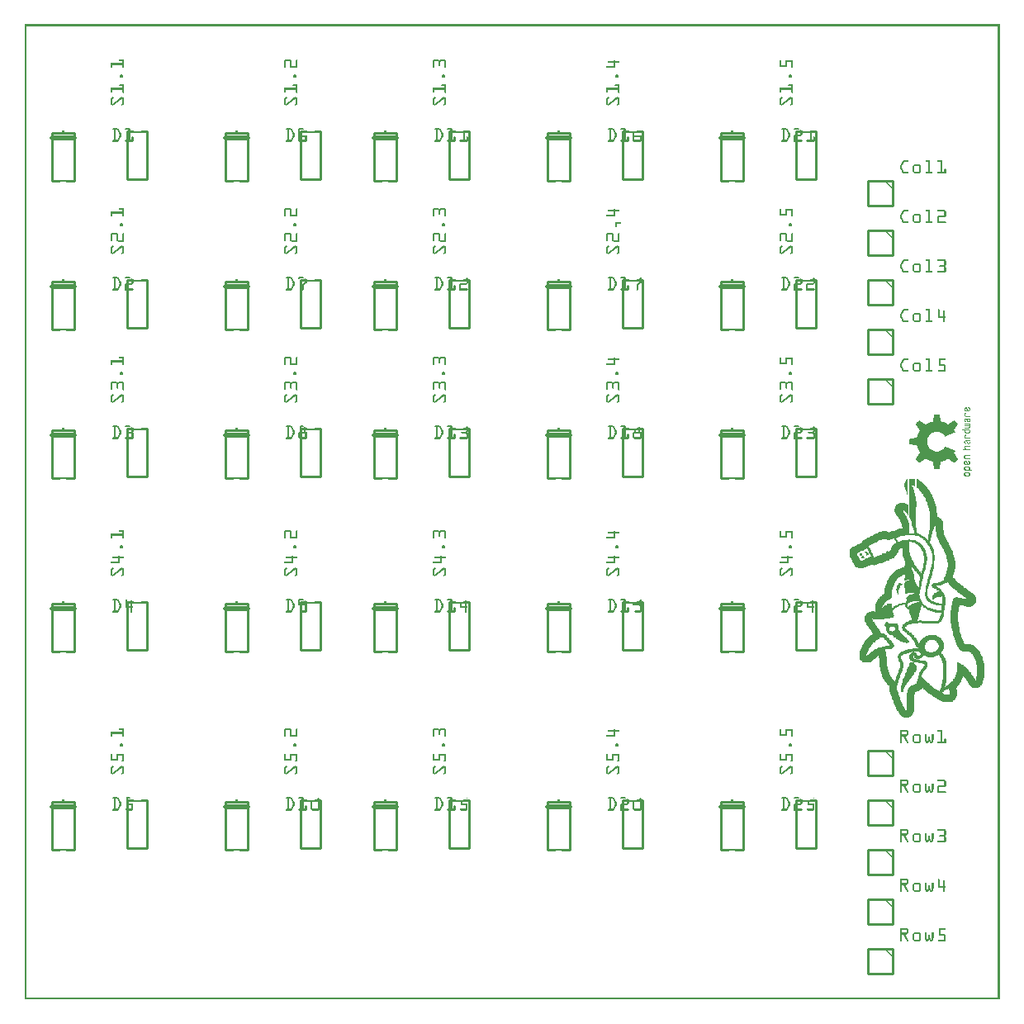
<source format=gto>
G04 MADE WITH FRITZING*
G04 WWW.FRITZING.ORG*
G04 DOUBLE SIDED*
G04 HOLES PLATED*
G04 CONTOUR ON CENTER OF CONTOUR VECTOR*
%ASAXBY*%
%FSLAX23Y23*%
%MOIN*%
%OFA0B0*%
%SFA1.0B1.0*%
%ADD10C,0.010000*%
%ADD11C,0.020000*%
%ADD12R,0.001000X0.001000*%
%LNSILK1*%
G90*
G70*
G54D10*
X3507Y2505D02*
X3407Y2505D01*
D02*
X3407Y2505D02*
X3407Y2405D01*
D02*
X3407Y2405D02*
X3507Y2405D01*
D02*
X3507Y2405D02*
X3507Y2505D01*
D02*
X3507Y2705D02*
X3407Y2705D01*
D02*
X3407Y2705D02*
X3407Y2605D01*
D02*
X3407Y2605D02*
X3507Y2605D01*
D02*
X3507Y2605D02*
X3507Y2705D01*
D02*
X3507Y2905D02*
X3407Y2905D01*
D02*
X3407Y2905D02*
X3407Y2805D01*
D02*
X3407Y2805D02*
X3507Y2805D01*
D02*
X3507Y2805D02*
X3507Y2905D01*
D02*
X3507Y3105D02*
X3407Y3105D01*
D02*
X3407Y3105D02*
X3407Y3005D01*
D02*
X3407Y3005D02*
X3507Y3005D01*
D02*
X3507Y3005D02*
X3507Y3105D01*
D02*
X3507Y3305D02*
X3407Y3305D01*
D02*
X3407Y3305D02*
X3407Y3205D01*
D02*
X3407Y3205D02*
X3507Y3205D01*
D02*
X3507Y3205D02*
X3507Y3305D01*
D02*
X3507Y205D02*
X3407Y205D01*
D02*
X3407Y205D02*
X3407Y105D01*
D02*
X3407Y105D02*
X3507Y105D01*
D02*
X3507Y105D02*
X3507Y205D01*
D02*
X3507Y405D02*
X3407Y405D01*
D02*
X3407Y405D02*
X3407Y305D01*
D02*
X3407Y305D02*
X3507Y305D01*
D02*
X3507Y305D02*
X3507Y405D01*
D02*
X3507Y605D02*
X3407Y605D01*
D02*
X3407Y605D02*
X3407Y505D01*
D02*
X3407Y505D02*
X3507Y505D01*
D02*
X3507Y505D02*
X3507Y605D01*
D02*
X3507Y805D02*
X3407Y805D01*
D02*
X3407Y805D02*
X3407Y705D01*
D02*
X3407Y705D02*
X3507Y705D01*
D02*
X3507Y705D02*
X3507Y805D01*
D02*
X3507Y1005D02*
X3407Y1005D01*
D02*
X3407Y1005D02*
X3407Y905D01*
D02*
X3407Y905D02*
X3507Y905D01*
D02*
X3507Y905D02*
X3507Y1005D01*
D02*
X2902Y799D02*
X2902Y604D01*
D02*
X2812Y604D02*
X2812Y799D01*
D02*
X2812Y799D02*
X2902Y799D01*
G54D11*
D02*
X2812Y779D02*
X2902Y779D01*
G54D10*
D02*
X2902Y1599D02*
X2902Y1404D01*
D02*
X2812Y1404D02*
X2812Y1599D01*
D02*
X2812Y1599D02*
X2902Y1599D01*
G54D11*
D02*
X2812Y1579D02*
X2902Y1579D01*
G54D10*
D02*
X2902Y2299D02*
X2902Y2104D01*
D02*
X2812Y2104D02*
X2812Y2299D01*
D02*
X2812Y2299D02*
X2902Y2299D01*
G54D11*
D02*
X2812Y2279D02*
X2902Y2279D01*
G54D10*
D02*
X2902Y2899D02*
X2902Y2704D01*
D02*
X2812Y2704D02*
X2812Y2899D01*
D02*
X2812Y2899D02*
X2902Y2899D01*
G54D11*
D02*
X2812Y2879D02*
X2902Y2879D01*
G54D10*
D02*
X2902Y3499D02*
X2902Y3304D01*
D02*
X2812Y3304D02*
X2812Y3499D01*
D02*
X2812Y3499D02*
X2902Y3499D01*
G54D11*
D02*
X2812Y3479D02*
X2902Y3479D01*
G54D10*
D02*
X2202Y799D02*
X2202Y604D01*
D02*
X2112Y604D02*
X2112Y799D01*
D02*
X2112Y799D02*
X2202Y799D01*
G54D11*
D02*
X2112Y779D02*
X2202Y779D01*
G54D10*
D02*
X2202Y1599D02*
X2202Y1404D01*
D02*
X2112Y1404D02*
X2112Y1599D01*
D02*
X2112Y1599D02*
X2202Y1599D01*
G54D11*
D02*
X2112Y1579D02*
X2202Y1579D01*
G54D10*
D02*
X2202Y2299D02*
X2202Y2104D01*
D02*
X2112Y2104D02*
X2112Y2299D01*
D02*
X2112Y2299D02*
X2202Y2299D01*
G54D11*
D02*
X2112Y2279D02*
X2202Y2279D01*
G54D10*
D02*
X2202Y2899D02*
X2202Y2704D01*
D02*
X2112Y2704D02*
X2112Y2899D01*
D02*
X2112Y2899D02*
X2202Y2899D01*
G54D11*
D02*
X2112Y2879D02*
X2202Y2879D01*
G54D10*
D02*
X2202Y3499D02*
X2202Y3304D01*
D02*
X2112Y3304D02*
X2112Y3499D01*
D02*
X2112Y3499D02*
X2202Y3499D01*
G54D11*
D02*
X2112Y3479D02*
X2202Y3479D01*
G54D10*
D02*
X1502Y799D02*
X1502Y604D01*
D02*
X1412Y604D02*
X1412Y799D01*
D02*
X1412Y799D02*
X1502Y799D01*
G54D11*
D02*
X1412Y779D02*
X1502Y779D01*
G54D10*
D02*
X1502Y1599D02*
X1502Y1404D01*
D02*
X1412Y1404D02*
X1412Y1599D01*
D02*
X1412Y1599D02*
X1502Y1599D01*
G54D11*
D02*
X1412Y1579D02*
X1502Y1579D01*
G54D10*
D02*
X1502Y2299D02*
X1502Y2104D01*
D02*
X1412Y2104D02*
X1412Y2299D01*
D02*
X1412Y2299D02*
X1502Y2299D01*
G54D11*
D02*
X1412Y2279D02*
X1502Y2279D01*
G54D10*
D02*
X1502Y2899D02*
X1502Y2704D01*
D02*
X1412Y2704D02*
X1412Y2899D01*
D02*
X1412Y2899D02*
X1502Y2899D01*
G54D11*
D02*
X1412Y2879D02*
X1502Y2879D01*
G54D10*
D02*
X1502Y3499D02*
X1502Y3304D01*
D02*
X1412Y3304D02*
X1412Y3499D01*
D02*
X1412Y3499D02*
X1502Y3499D01*
G54D11*
D02*
X1412Y3479D02*
X1502Y3479D01*
G54D10*
D02*
X902Y799D02*
X902Y604D01*
D02*
X812Y604D02*
X812Y799D01*
D02*
X812Y799D02*
X902Y799D01*
G54D11*
D02*
X812Y779D02*
X902Y779D01*
G54D10*
D02*
X902Y1599D02*
X902Y1404D01*
D02*
X812Y1404D02*
X812Y1599D01*
D02*
X812Y1599D02*
X902Y1599D01*
G54D11*
D02*
X812Y1579D02*
X902Y1579D01*
G54D10*
D02*
X902Y2299D02*
X902Y2104D01*
D02*
X812Y2104D02*
X812Y2299D01*
D02*
X812Y2299D02*
X902Y2299D01*
G54D11*
D02*
X812Y2279D02*
X902Y2279D01*
G54D10*
D02*
X902Y2899D02*
X902Y2704D01*
D02*
X812Y2704D02*
X812Y2899D01*
D02*
X812Y2899D02*
X902Y2899D01*
G54D11*
D02*
X812Y2879D02*
X902Y2879D01*
G54D10*
D02*
X902Y3499D02*
X902Y3304D01*
D02*
X812Y3304D02*
X812Y3499D01*
D02*
X812Y3499D02*
X902Y3499D01*
G54D11*
D02*
X812Y3479D02*
X902Y3479D01*
G54D10*
D02*
X202Y799D02*
X202Y604D01*
D02*
X112Y604D02*
X112Y799D01*
D02*
X112Y799D02*
X202Y799D01*
G54D11*
D02*
X112Y779D02*
X202Y779D01*
G54D10*
D02*
X202Y1599D02*
X202Y1404D01*
D02*
X112Y1404D02*
X112Y1599D01*
D02*
X112Y1599D02*
X202Y1599D01*
G54D11*
D02*
X112Y1579D02*
X202Y1579D01*
G54D10*
D02*
X202Y2299D02*
X202Y2104D01*
D02*
X112Y2104D02*
X112Y2299D01*
D02*
X112Y2299D02*
X202Y2299D01*
G54D11*
D02*
X112Y2279D02*
X202Y2279D01*
G54D10*
D02*
X202Y2899D02*
X202Y2704D01*
D02*
X112Y2704D02*
X112Y2899D01*
D02*
X112Y2899D02*
X202Y2899D01*
G54D11*
D02*
X112Y2879D02*
X202Y2879D01*
G54D10*
D02*
X202Y3499D02*
X202Y3304D01*
D02*
X112Y3304D02*
X112Y3499D01*
D02*
X112Y3499D02*
X202Y3499D01*
G54D11*
D02*
X112Y3479D02*
X202Y3479D01*
G54D12*
X1Y3937D02*
X3937Y3937D01*
X1Y3936D02*
X3937Y3936D01*
X1Y3935D02*
X3937Y3935D01*
X1Y3934D02*
X3937Y3934D01*
X1Y3933D02*
X3937Y3933D01*
X1Y3932D02*
X3937Y3932D01*
X1Y3931D02*
X3937Y3931D01*
X1Y3930D02*
X3937Y3930D01*
X1Y3929D02*
X8Y3929D01*
X3930Y3929D02*
X3937Y3929D01*
X1Y3928D02*
X8Y3928D01*
X3930Y3928D02*
X3937Y3928D01*
X1Y3927D02*
X8Y3927D01*
X3930Y3927D02*
X3937Y3927D01*
X1Y3926D02*
X8Y3926D01*
X3930Y3926D02*
X3937Y3926D01*
X1Y3925D02*
X8Y3925D01*
X3930Y3925D02*
X3937Y3925D01*
X1Y3924D02*
X8Y3924D01*
X3930Y3924D02*
X3937Y3924D01*
X1Y3923D02*
X8Y3923D01*
X3930Y3923D02*
X3937Y3923D01*
X1Y3922D02*
X8Y3922D01*
X3930Y3922D02*
X3937Y3922D01*
X1Y3921D02*
X8Y3921D01*
X3930Y3921D02*
X3937Y3921D01*
X1Y3920D02*
X8Y3920D01*
X3930Y3920D02*
X3937Y3920D01*
X1Y3919D02*
X8Y3919D01*
X3930Y3919D02*
X3937Y3919D01*
X1Y3918D02*
X8Y3918D01*
X3930Y3918D02*
X3937Y3918D01*
X1Y3917D02*
X8Y3917D01*
X3930Y3917D02*
X3937Y3917D01*
X1Y3916D02*
X8Y3916D01*
X3930Y3916D02*
X3937Y3916D01*
X1Y3915D02*
X8Y3915D01*
X3930Y3915D02*
X3937Y3915D01*
X1Y3914D02*
X8Y3914D01*
X3930Y3914D02*
X3937Y3914D01*
X1Y3913D02*
X8Y3913D01*
X3930Y3913D02*
X3937Y3913D01*
X1Y3912D02*
X8Y3912D01*
X3930Y3912D02*
X3937Y3912D01*
X1Y3911D02*
X8Y3911D01*
X3930Y3911D02*
X3937Y3911D01*
X1Y3910D02*
X8Y3910D01*
X3930Y3910D02*
X3937Y3910D01*
X1Y3909D02*
X8Y3909D01*
X3930Y3909D02*
X3937Y3909D01*
X1Y3908D02*
X8Y3908D01*
X3930Y3908D02*
X3937Y3908D01*
X1Y3907D02*
X8Y3907D01*
X3930Y3907D02*
X3937Y3907D01*
X1Y3906D02*
X8Y3906D01*
X3930Y3906D02*
X3937Y3906D01*
X1Y3905D02*
X8Y3905D01*
X3930Y3905D02*
X3937Y3905D01*
X1Y3904D02*
X8Y3904D01*
X3930Y3904D02*
X3937Y3904D01*
X1Y3903D02*
X8Y3903D01*
X3930Y3903D02*
X3937Y3903D01*
X1Y3902D02*
X8Y3902D01*
X3930Y3902D02*
X3937Y3902D01*
X1Y3901D02*
X8Y3901D01*
X3930Y3901D02*
X3937Y3901D01*
X1Y3900D02*
X8Y3900D01*
X3930Y3900D02*
X3937Y3900D01*
X1Y3899D02*
X8Y3899D01*
X3930Y3899D02*
X3937Y3899D01*
X1Y3898D02*
X8Y3898D01*
X3930Y3898D02*
X3937Y3898D01*
X1Y3897D02*
X8Y3897D01*
X3930Y3897D02*
X3937Y3897D01*
X1Y3896D02*
X8Y3896D01*
X3930Y3896D02*
X3937Y3896D01*
X1Y3895D02*
X8Y3895D01*
X3930Y3895D02*
X3937Y3895D01*
X1Y3894D02*
X8Y3894D01*
X3930Y3894D02*
X3937Y3894D01*
X1Y3893D02*
X8Y3893D01*
X3930Y3893D02*
X3937Y3893D01*
X1Y3892D02*
X8Y3892D01*
X3930Y3892D02*
X3937Y3892D01*
X1Y3891D02*
X8Y3891D01*
X3930Y3891D02*
X3937Y3891D01*
X1Y3890D02*
X8Y3890D01*
X3930Y3890D02*
X3937Y3890D01*
X1Y3889D02*
X8Y3889D01*
X3930Y3889D02*
X3937Y3889D01*
X1Y3888D02*
X8Y3888D01*
X3930Y3888D02*
X3937Y3888D01*
X1Y3887D02*
X8Y3887D01*
X3930Y3887D02*
X3937Y3887D01*
X1Y3886D02*
X8Y3886D01*
X3930Y3886D02*
X3937Y3886D01*
X1Y3885D02*
X8Y3885D01*
X3930Y3885D02*
X3937Y3885D01*
X1Y3884D02*
X8Y3884D01*
X3930Y3884D02*
X3937Y3884D01*
X1Y3883D02*
X8Y3883D01*
X3930Y3883D02*
X3937Y3883D01*
X1Y3882D02*
X8Y3882D01*
X3930Y3882D02*
X3937Y3882D01*
X1Y3881D02*
X8Y3881D01*
X3930Y3881D02*
X3937Y3881D01*
X1Y3880D02*
X8Y3880D01*
X3930Y3880D02*
X3937Y3880D01*
X1Y3879D02*
X8Y3879D01*
X3930Y3879D02*
X3937Y3879D01*
X1Y3878D02*
X8Y3878D01*
X3930Y3878D02*
X3937Y3878D01*
X1Y3877D02*
X8Y3877D01*
X3930Y3877D02*
X3937Y3877D01*
X1Y3876D02*
X8Y3876D01*
X3930Y3876D02*
X3937Y3876D01*
X1Y3875D02*
X8Y3875D01*
X3930Y3875D02*
X3937Y3875D01*
X1Y3874D02*
X8Y3874D01*
X3930Y3874D02*
X3937Y3874D01*
X1Y3873D02*
X8Y3873D01*
X3930Y3873D02*
X3937Y3873D01*
X1Y3872D02*
X8Y3872D01*
X3930Y3872D02*
X3937Y3872D01*
X1Y3871D02*
X8Y3871D01*
X3930Y3871D02*
X3937Y3871D01*
X1Y3870D02*
X8Y3870D01*
X3930Y3870D02*
X3937Y3870D01*
X1Y3869D02*
X8Y3869D01*
X3930Y3869D02*
X3937Y3869D01*
X1Y3868D02*
X8Y3868D01*
X3930Y3868D02*
X3937Y3868D01*
X1Y3867D02*
X8Y3867D01*
X3930Y3867D02*
X3937Y3867D01*
X1Y3866D02*
X8Y3866D01*
X3930Y3866D02*
X3937Y3866D01*
X1Y3865D02*
X8Y3865D01*
X3930Y3865D02*
X3937Y3865D01*
X1Y3864D02*
X8Y3864D01*
X3930Y3864D02*
X3937Y3864D01*
X1Y3863D02*
X8Y3863D01*
X3930Y3863D02*
X3937Y3863D01*
X1Y3862D02*
X8Y3862D01*
X3930Y3862D02*
X3937Y3862D01*
X1Y3861D02*
X8Y3861D01*
X3930Y3861D02*
X3937Y3861D01*
X1Y3860D02*
X8Y3860D01*
X3930Y3860D02*
X3937Y3860D01*
X1Y3859D02*
X8Y3859D01*
X3930Y3859D02*
X3937Y3859D01*
X1Y3858D02*
X8Y3858D01*
X3930Y3858D02*
X3937Y3858D01*
X1Y3857D02*
X8Y3857D01*
X3930Y3857D02*
X3937Y3857D01*
X1Y3856D02*
X8Y3856D01*
X3930Y3856D02*
X3937Y3856D01*
X1Y3855D02*
X8Y3855D01*
X3930Y3855D02*
X3937Y3855D01*
X1Y3854D02*
X8Y3854D01*
X3930Y3854D02*
X3937Y3854D01*
X1Y3853D02*
X8Y3853D01*
X3930Y3853D02*
X3937Y3853D01*
X1Y3852D02*
X8Y3852D01*
X3930Y3852D02*
X3937Y3852D01*
X1Y3851D02*
X8Y3851D01*
X3930Y3851D02*
X3937Y3851D01*
X1Y3850D02*
X8Y3850D01*
X3930Y3850D02*
X3937Y3850D01*
X1Y3849D02*
X8Y3849D01*
X3930Y3849D02*
X3937Y3849D01*
X1Y3848D02*
X8Y3848D01*
X3930Y3848D02*
X3937Y3848D01*
X1Y3847D02*
X8Y3847D01*
X3930Y3847D02*
X3937Y3847D01*
X1Y3846D02*
X8Y3846D01*
X3930Y3846D02*
X3937Y3846D01*
X1Y3845D02*
X8Y3845D01*
X3930Y3845D02*
X3937Y3845D01*
X1Y3844D02*
X8Y3844D01*
X3930Y3844D02*
X3937Y3844D01*
X1Y3843D02*
X8Y3843D01*
X3930Y3843D02*
X3937Y3843D01*
X1Y3842D02*
X8Y3842D01*
X3930Y3842D02*
X3937Y3842D01*
X1Y3841D02*
X8Y3841D01*
X3930Y3841D02*
X3937Y3841D01*
X1Y3840D02*
X8Y3840D01*
X3930Y3840D02*
X3937Y3840D01*
X1Y3839D02*
X8Y3839D01*
X3930Y3839D02*
X3937Y3839D01*
X1Y3838D02*
X8Y3838D01*
X3930Y3838D02*
X3937Y3838D01*
X1Y3837D02*
X8Y3837D01*
X3930Y3837D02*
X3937Y3837D01*
X1Y3836D02*
X8Y3836D01*
X3930Y3836D02*
X3937Y3836D01*
X1Y3835D02*
X8Y3835D01*
X3930Y3835D02*
X3937Y3835D01*
X1Y3834D02*
X8Y3834D01*
X3930Y3834D02*
X3937Y3834D01*
X1Y3833D02*
X8Y3833D01*
X3930Y3833D02*
X3937Y3833D01*
X1Y3832D02*
X8Y3832D01*
X3930Y3832D02*
X3937Y3832D01*
X1Y3831D02*
X8Y3831D01*
X3930Y3831D02*
X3937Y3831D01*
X1Y3830D02*
X8Y3830D01*
X3930Y3830D02*
X3937Y3830D01*
X1Y3829D02*
X8Y3829D01*
X3930Y3829D02*
X3937Y3829D01*
X1Y3828D02*
X8Y3828D01*
X3930Y3828D02*
X3937Y3828D01*
X1Y3827D02*
X8Y3827D01*
X3930Y3827D02*
X3937Y3827D01*
X1Y3826D02*
X8Y3826D01*
X3930Y3826D02*
X3937Y3826D01*
X1Y3825D02*
X8Y3825D01*
X3930Y3825D02*
X3937Y3825D01*
X1Y3824D02*
X8Y3824D01*
X3930Y3824D02*
X3937Y3824D01*
X1Y3823D02*
X8Y3823D01*
X3930Y3823D02*
X3937Y3823D01*
X1Y3822D02*
X8Y3822D01*
X3930Y3822D02*
X3937Y3822D01*
X1Y3821D02*
X8Y3821D01*
X3930Y3821D02*
X3937Y3821D01*
X1Y3820D02*
X8Y3820D01*
X3930Y3820D02*
X3937Y3820D01*
X1Y3819D02*
X8Y3819D01*
X3930Y3819D02*
X3937Y3819D01*
X1Y3818D02*
X8Y3818D01*
X3930Y3818D02*
X3937Y3818D01*
X1Y3817D02*
X8Y3817D01*
X3930Y3817D02*
X3937Y3817D01*
X1Y3816D02*
X8Y3816D01*
X3930Y3816D02*
X3937Y3816D01*
X1Y3815D02*
X8Y3815D01*
X3930Y3815D02*
X3937Y3815D01*
X1Y3814D02*
X8Y3814D01*
X3930Y3814D02*
X3937Y3814D01*
X1Y3813D02*
X8Y3813D01*
X3930Y3813D02*
X3937Y3813D01*
X1Y3812D02*
X8Y3812D01*
X3930Y3812D02*
X3937Y3812D01*
X1Y3811D02*
X8Y3811D01*
X3930Y3811D02*
X3937Y3811D01*
X1Y3810D02*
X8Y3810D01*
X3930Y3810D02*
X3937Y3810D01*
X1Y3809D02*
X8Y3809D01*
X3930Y3809D02*
X3937Y3809D01*
X1Y3808D02*
X8Y3808D01*
X3930Y3808D02*
X3937Y3808D01*
X1Y3807D02*
X8Y3807D01*
X3930Y3807D02*
X3937Y3807D01*
X1Y3806D02*
X8Y3806D01*
X3930Y3806D02*
X3937Y3806D01*
X1Y3805D02*
X8Y3805D01*
X3930Y3805D02*
X3937Y3805D01*
X1Y3804D02*
X8Y3804D01*
X3930Y3804D02*
X3937Y3804D01*
X1Y3803D02*
X8Y3803D01*
X3930Y3803D02*
X3937Y3803D01*
X1Y3802D02*
X8Y3802D01*
X3930Y3802D02*
X3937Y3802D01*
X1Y3801D02*
X8Y3801D01*
X3930Y3801D02*
X3937Y3801D01*
X1Y3800D02*
X8Y3800D01*
X3930Y3800D02*
X3937Y3800D01*
X1Y3799D02*
X8Y3799D01*
X3930Y3799D02*
X3937Y3799D01*
X1Y3798D02*
X8Y3798D01*
X3930Y3798D02*
X3937Y3798D01*
X1Y3797D02*
X8Y3797D01*
X3930Y3797D02*
X3937Y3797D01*
X1Y3796D02*
X8Y3796D01*
X3930Y3796D02*
X3937Y3796D01*
X1Y3795D02*
X8Y3795D01*
X3930Y3795D02*
X3937Y3795D01*
X1Y3794D02*
X8Y3794D01*
X384Y3794D02*
X401Y3794D01*
X1053Y3794D02*
X1075Y3794D01*
X1098Y3794D02*
X1101Y3794D01*
X1653Y3794D02*
X1672Y3794D01*
X1679Y3794D02*
X1698Y3794D01*
X3930Y3794D02*
X3937Y3794D01*
X1Y3793D02*
X8Y3793D01*
X383Y3793D02*
X402Y3793D01*
X1052Y3793D02*
X1076Y3793D01*
X1097Y3793D02*
X1102Y3793D01*
X1652Y3793D02*
X1674Y3793D01*
X1678Y3793D02*
X1700Y3793D01*
X2381Y3793D02*
X2383Y3793D01*
X3051Y3793D02*
X3053Y3793D01*
X3078Y3793D02*
X3098Y3793D01*
X3930Y3793D02*
X3937Y3793D01*
X1Y3792D02*
X8Y3792D01*
X383Y3792D02*
X402Y3792D01*
X1051Y3792D02*
X1077Y3792D01*
X1097Y3792D02*
X1102Y3792D01*
X1651Y3792D02*
X1701Y3792D01*
X2379Y3792D02*
X2384Y3792D01*
X3050Y3792D02*
X3054Y3792D01*
X3076Y3792D02*
X3099Y3792D01*
X3930Y3792D02*
X3937Y3792D01*
X1Y3791D02*
X8Y3791D01*
X382Y3791D02*
X402Y3791D01*
X1050Y3791D02*
X1078Y3791D01*
X1096Y3791D02*
X1102Y3791D01*
X1650Y3791D02*
X1702Y3791D01*
X2379Y3791D02*
X2385Y3791D01*
X3050Y3791D02*
X3055Y3791D01*
X3075Y3791D02*
X3101Y3791D01*
X3930Y3791D02*
X3937Y3791D01*
X1Y3790D02*
X8Y3790D01*
X383Y3790D02*
X402Y3790D01*
X1050Y3790D02*
X1078Y3790D01*
X1096Y3790D02*
X1102Y3790D01*
X1650Y3790D02*
X1702Y3790D01*
X2379Y3790D02*
X2385Y3790D01*
X3049Y3790D02*
X3055Y3790D01*
X3074Y3790D02*
X3101Y3790D01*
X3930Y3790D02*
X3937Y3790D01*
X1Y3789D02*
X8Y3789D01*
X383Y3789D02*
X402Y3789D01*
X1049Y3789D02*
X1079Y3789D01*
X1096Y3789D02*
X1102Y3789D01*
X1649Y3789D02*
X1702Y3789D01*
X2357Y3789D02*
X2400Y3789D01*
X3049Y3789D02*
X3055Y3789D01*
X3073Y3789D02*
X3102Y3789D01*
X3930Y3789D02*
X3937Y3789D01*
X1Y3788D02*
X8Y3788D01*
X385Y3788D02*
X402Y3788D01*
X1049Y3788D02*
X1079Y3788D01*
X1096Y3788D02*
X1102Y3788D01*
X1649Y3788D02*
X1702Y3788D01*
X2356Y3788D02*
X2401Y3788D01*
X3049Y3788D02*
X3055Y3788D01*
X3073Y3788D02*
X3102Y3788D01*
X3930Y3788D02*
X3937Y3788D01*
X1Y3787D02*
X8Y3787D01*
X396Y3787D02*
X402Y3787D01*
X1049Y3787D02*
X1055Y3787D01*
X1073Y3787D02*
X1079Y3787D01*
X1096Y3787D02*
X1102Y3787D01*
X1649Y3787D02*
X1655Y3787D01*
X1671Y3787D02*
X1680Y3787D01*
X1696Y3787D02*
X1702Y3787D01*
X2355Y3787D02*
X2402Y3787D01*
X3049Y3787D02*
X3055Y3787D01*
X3073Y3787D02*
X3102Y3787D01*
X3930Y3787D02*
X3937Y3787D01*
X1Y3786D02*
X8Y3786D01*
X396Y3786D02*
X402Y3786D01*
X1049Y3786D02*
X1055Y3786D01*
X1073Y3786D02*
X1079Y3786D01*
X1096Y3786D02*
X1102Y3786D01*
X1649Y3786D02*
X1655Y3786D01*
X1672Y3786D02*
X1679Y3786D01*
X1696Y3786D02*
X1702Y3786D01*
X2355Y3786D02*
X2402Y3786D01*
X3049Y3786D02*
X3055Y3786D01*
X3073Y3786D02*
X3079Y3786D01*
X3096Y3786D02*
X3102Y3786D01*
X3930Y3786D02*
X3937Y3786D01*
X1Y3785D02*
X8Y3785D01*
X396Y3785D02*
X402Y3785D01*
X1049Y3785D02*
X1055Y3785D01*
X1073Y3785D02*
X1079Y3785D01*
X1096Y3785D02*
X1102Y3785D01*
X1649Y3785D02*
X1655Y3785D01*
X1673Y3785D02*
X1679Y3785D01*
X1696Y3785D02*
X1702Y3785D01*
X2355Y3785D02*
X2402Y3785D01*
X3049Y3785D02*
X3055Y3785D01*
X3073Y3785D02*
X3079Y3785D01*
X3096Y3785D02*
X3102Y3785D01*
X3930Y3785D02*
X3937Y3785D01*
X1Y3784D02*
X8Y3784D01*
X396Y3784D02*
X402Y3784D01*
X1049Y3784D02*
X1055Y3784D01*
X1073Y3784D02*
X1079Y3784D01*
X1096Y3784D02*
X1102Y3784D01*
X1649Y3784D02*
X1655Y3784D01*
X1673Y3784D02*
X1679Y3784D01*
X1696Y3784D02*
X1702Y3784D01*
X2356Y3784D02*
X2402Y3784D01*
X3049Y3784D02*
X3055Y3784D01*
X3073Y3784D02*
X3079Y3784D01*
X3096Y3784D02*
X3102Y3784D01*
X3930Y3784D02*
X3937Y3784D01*
X1Y3783D02*
X8Y3783D01*
X396Y3783D02*
X402Y3783D01*
X1049Y3783D02*
X1055Y3783D01*
X1073Y3783D02*
X1079Y3783D01*
X1096Y3783D02*
X1102Y3783D01*
X1649Y3783D02*
X1655Y3783D01*
X1673Y3783D02*
X1679Y3783D01*
X1696Y3783D02*
X1702Y3783D01*
X2357Y3783D02*
X2401Y3783D01*
X3049Y3783D02*
X3055Y3783D01*
X3073Y3783D02*
X3079Y3783D01*
X3096Y3783D02*
X3102Y3783D01*
X3930Y3783D02*
X3937Y3783D01*
X1Y3782D02*
X8Y3782D01*
X396Y3782D02*
X402Y3782D01*
X1049Y3782D02*
X1055Y3782D01*
X1073Y3782D02*
X1079Y3782D01*
X1096Y3782D02*
X1102Y3782D01*
X1649Y3782D02*
X1655Y3782D01*
X1673Y3782D02*
X1679Y3782D01*
X1696Y3782D02*
X1702Y3782D01*
X2379Y3782D02*
X2385Y3782D01*
X3049Y3782D02*
X3055Y3782D01*
X3073Y3782D02*
X3079Y3782D01*
X3096Y3782D02*
X3102Y3782D01*
X3930Y3782D02*
X3937Y3782D01*
X1Y3781D02*
X8Y3781D01*
X396Y3781D02*
X402Y3781D01*
X1049Y3781D02*
X1055Y3781D01*
X1073Y3781D02*
X1079Y3781D01*
X1096Y3781D02*
X1102Y3781D01*
X1649Y3781D02*
X1655Y3781D01*
X1673Y3781D02*
X1679Y3781D01*
X1696Y3781D02*
X1702Y3781D01*
X2379Y3781D02*
X2385Y3781D01*
X3049Y3781D02*
X3055Y3781D01*
X3073Y3781D02*
X3079Y3781D01*
X3096Y3781D02*
X3102Y3781D01*
X3930Y3781D02*
X3937Y3781D01*
X1Y3780D02*
X8Y3780D01*
X349Y3780D02*
X402Y3780D01*
X1049Y3780D02*
X1055Y3780D01*
X1073Y3780D02*
X1079Y3780D01*
X1096Y3780D02*
X1102Y3780D01*
X1649Y3780D02*
X1655Y3780D01*
X1673Y3780D02*
X1679Y3780D01*
X1696Y3780D02*
X1702Y3780D01*
X2379Y3780D02*
X2385Y3780D01*
X3049Y3780D02*
X3055Y3780D01*
X3073Y3780D02*
X3079Y3780D01*
X3096Y3780D02*
X3102Y3780D01*
X3930Y3780D02*
X3937Y3780D01*
X1Y3779D02*
X8Y3779D01*
X349Y3779D02*
X402Y3779D01*
X1049Y3779D02*
X1055Y3779D01*
X1073Y3779D02*
X1079Y3779D01*
X1096Y3779D02*
X1102Y3779D01*
X1649Y3779D02*
X1655Y3779D01*
X1673Y3779D02*
X1679Y3779D01*
X1696Y3779D02*
X1702Y3779D01*
X2379Y3779D02*
X2385Y3779D01*
X3049Y3779D02*
X3055Y3779D01*
X3073Y3779D02*
X3079Y3779D01*
X3096Y3779D02*
X3102Y3779D01*
X3930Y3779D02*
X3937Y3779D01*
X1Y3778D02*
X8Y3778D01*
X349Y3778D02*
X402Y3778D01*
X1049Y3778D02*
X1055Y3778D01*
X1073Y3778D02*
X1079Y3778D01*
X1096Y3778D02*
X1102Y3778D01*
X1649Y3778D02*
X1655Y3778D01*
X1673Y3778D02*
X1679Y3778D01*
X1696Y3778D02*
X1702Y3778D01*
X2379Y3778D02*
X2385Y3778D01*
X3049Y3778D02*
X3055Y3778D01*
X3073Y3778D02*
X3079Y3778D01*
X3096Y3778D02*
X3102Y3778D01*
X3930Y3778D02*
X3937Y3778D01*
X1Y3777D02*
X8Y3777D01*
X349Y3777D02*
X402Y3777D01*
X1049Y3777D02*
X1055Y3777D01*
X1073Y3777D02*
X1079Y3777D01*
X1096Y3777D02*
X1102Y3777D01*
X1649Y3777D02*
X1655Y3777D01*
X1673Y3777D02*
X1679Y3777D01*
X1696Y3777D02*
X1702Y3777D01*
X2379Y3777D02*
X2385Y3777D01*
X3049Y3777D02*
X3055Y3777D01*
X3073Y3777D02*
X3079Y3777D01*
X3096Y3777D02*
X3102Y3777D01*
X3930Y3777D02*
X3937Y3777D01*
X1Y3776D02*
X8Y3776D01*
X349Y3776D02*
X402Y3776D01*
X1049Y3776D02*
X1055Y3776D01*
X1073Y3776D02*
X1079Y3776D01*
X1096Y3776D02*
X1102Y3776D01*
X1649Y3776D02*
X1655Y3776D01*
X1673Y3776D02*
X1679Y3776D01*
X1696Y3776D02*
X1702Y3776D01*
X2379Y3776D02*
X2385Y3776D01*
X3049Y3776D02*
X3055Y3776D01*
X3073Y3776D02*
X3079Y3776D01*
X3096Y3776D02*
X3102Y3776D01*
X3930Y3776D02*
X3937Y3776D01*
X1Y3775D02*
X8Y3775D01*
X349Y3775D02*
X402Y3775D01*
X1049Y3775D02*
X1055Y3775D01*
X1073Y3775D02*
X1079Y3775D01*
X1096Y3775D02*
X1102Y3775D01*
X1649Y3775D02*
X1655Y3775D01*
X1673Y3775D02*
X1679Y3775D01*
X1696Y3775D02*
X1702Y3775D01*
X2379Y3775D02*
X2385Y3775D01*
X3049Y3775D02*
X3055Y3775D01*
X3073Y3775D02*
X3079Y3775D01*
X3096Y3775D02*
X3102Y3775D01*
X3930Y3775D02*
X3937Y3775D01*
X1Y3774D02*
X8Y3774D01*
X349Y3774D02*
X402Y3774D01*
X1049Y3774D02*
X1055Y3774D01*
X1073Y3774D02*
X1079Y3774D01*
X1096Y3774D02*
X1102Y3774D01*
X1649Y3774D02*
X1655Y3774D01*
X1673Y3774D02*
X1679Y3774D01*
X1696Y3774D02*
X1702Y3774D01*
X2379Y3774D02*
X2385Y3774D01*
X3049Y3774D02*
X3055Y3774D01*
X3073Y3774D02*
X3079Y3774D01*
X3096Y3774D02*
X3102Y3774D01*
X3930Y3774D02*
X3937Y3774D01*
X1Y3773D02*
X8Y3773D01*
X349Y3773D02*
X355Y3773D01*
X396Y3773D02*
X402Y3773D01*
X1049Y3773D02*
X1055Y3773D01*
X1073Y3773D02*
X1079Y3773D01*
X1096Y3773D02*
X1102Y3773D01*
X1649Y3773D02*
X1655Y3773D01*
X1673Y3773D02*
X1679Y3773D01*
X1696Y3773D02*
X1702Y3773D01*
X2379Y3773D02*
X2385Y3773D01*
X3049Y3773D02*
X3055Y3773D01*
X3073Y3773D02*
X3079Y3773D01*
X3096Y3773D02*
X3102Y3773D01*
X3930Y3773D02*
X3937Y3773D01*
X1Y3772D02*
X8Y3772D01*
X349Y3772D02*
X355Y3772D01*
X396Y3772D02*
X402Y3772D01*
X1049Y3772D02*
X1055Y3772D01*
X1073Y3772D02*
X1079Y3772D01*
X1096Y3772D02*
X1102Y3772D01*
X1649Y3772D02*
X1655Y3772D01*
X1673Y3772D02*
X1679Y3772D01*
X1696Y3772D02*
X1702Y3772D01*
X2379Y3772D02*
X2385Y3772D01*
X3049Y3772D02*
X3079Y3772D01*
X3096Y3772D02*
X3102Y3772D01*
X3930Y3772D02*
X3937Y3772D01*
X1Y3771D02*
X8Y3771D01*
X349Y3771D02*
X355Y3771D01*
X396Y3771D02*
X402Y3771D01*
X1049Y3771D02*
X1055Y3771D01*
X1073Y3771D02*
X1079Y3771D01*
X1096Y3771D02*
X1102Y3771D01*
X1649Y3771D02*
X1655Y3771D01*
X1673Y3771D02*
X1679Y3771D01*
X1696Y3771D02*
X1702Y3771D01*
X2379Y3771D02*
X2385Y3771D01*
X3049Y3771D02*
X3079Y3771D01*
X3096Y3771D02*
X3102Y3771D01*
X3930Y3771D02*
X3937Y3771D01*
X1Y3770D02*
X8Y3770D01*
X349Y3770D02*
X355Y3770D01*
X396Y3770D02*
X402Y3770D01*
X1049Y3770D02*
X1055Y3770D01*
X1073Y3770D02*
X1079Y3770D01*
X1096Y3770D02*
X1102Y3770D01*
X1649Y3770D02*
X1655Y3770D01*
X1673Y3770D02*
X1679Y3770D01*
X1696Y3770D02*
X1702Y3770D01*
X2379Y3770D02*
X2385Y3770D01*
X3049Y3770D02*
X3079Y3770D01*
X3096Y3770D02*
X3102Y3770D01*
X3930Y3770D02*
X3937Y3770D01*
X1Y3769D02*
X8Y3769D01*
X349Y3769D02*
X355Y3769D01*
X396Y3769D02*
X402Y3769D01*
X1049Y3769D02*
X1055Y3769D01*
X1073Y3769D02*
X1079Y3769D01*
X1096Y3769D02*
X1102Y3769D01*
X1649Y3769D02*
X1655Y3769D01*
X1673Y3769D02*
X1678Y3769D01*
X1696Y3769D02*
X1702Y3769D01*
X2379Y3769D02*
X2385Y3769D01*
X3049Y3769D02*
X3079Y3769D01*
X3096Y3769D02*
X3102Y3769D01*
X3930Y3769D02*
X3937Y3769D01*
X1Y3768D02*
X8Y3768D01*
X349Y3768D02*
X355Y3768D01*
X396Y3768D02*
X402Y3768D01*
X1049Y3768D02*
X1055Y3768D01*
X1073Y3768D02*
X1079Y3768D01*
X1096Y3768D02*
X1102Y3768D01*
X1649Y3768D02*
X1655Y3768D01*
X1674Y3768D02*
X1678Y3768D01*
X1696Y3768D02*
X1702Y3768D01*
X2351Y3768D02*
X2385Y3768D01*
X3049Y3768D02*
X3079Y3768D01*
X3095Y3768D02*
X3102Y3768D01*
X3930Y3768D02*
X3937Y3768D01*
X1Y3767D02*
X8Y3767D01*
X349Y3767D02*
X355Y3767D01*
X396Y3767D02*
X402Y3767D01*
X1049Y3767D02*
X1055Y3767D01*
X1073Y3767D02*
X1102Y3767D01*
X1649Y3767D02*
X1655Y3767D01*
X1696Y3767D02*
X1702Y3767D01*
X2350Y3767D02*
X2385Y3767D01*
X3049Y3767D02*
X3079Y3767D01*
X3095Y3767D02*
X3102Y3767D01*
X3930Y3767D02*
X3937Y3767D01*
X1Y3766D02*
X8Y3766D01*
X349Y3766D02*
X355Y3766D01*
X396Y3766D02*
X402Y3766D01*
X1049Y3766D02*
X1055Y3766D01*
X1073Y3766D02*
X1102Y3766D01*
X1649Y3766D02*
X1655Y3766D01*
X1696Y3766D02*
X1702Y3766D01*
X2349Y3766D02*
X2385Y3766D01*
X3049Y3766D02*
X3079Y3766D01*
X3094Y3766D02*
X3101Y3766D01*
X3930Y3766D02*
X3937Y3766D01*
X1Y3765D02*
X8Y3765D01*
X349Y3765D02*
X355Y3765D01*
X396Y3765D02*
X402Y3765D01*
X1049Y3765D02*
X1055Y3765D01*
X1073Y3765D02*
X1102Y3765D01*
X1649Y3765D02*
X1655Y3765D01*
X1696Y3765D02*
X1702Y3765D01*
X2349Y3765D02*
X2385Y3765D01*
X3094Y3765D02*
X3101Y3765D01*
X3930Y3765D02*
X3937Y3765D01*
X1Y3764D02*
X8Y3764D01*
X349Y3764D02*
X355Y3764D01*
X396Y3764D02*
X402Y3764D01*
X1049Y3764D02*
X1055Y3764D01*
X1074Y3764D02*
X1102Y3764D01*
X1649Y3764D02*
X1655Y3764D01*
X1696Y3764D02*
X1702Y3764D01*
X2350Y3764D02*
X2385Y3764D01*
X3095Y3764D02*
X3100Y3764D01*
X3930Y3764D02*
X3937Y3764D01*
X1Y3763D02*
X8Y3763D01*
X349Y3763D02*
X355Y3763D01*
X397Y3763D02*
X402Y3763D01*
X1049Y3763D02*
X1055Y3763D01*
X1074Y3763D02*
X1102Y3763D01*
X1649Y3763D02*
X1655Y3763D01*
X1697Y3763D02*
X1702Y3763D01*
X2350Y3763D02*
X2385Y3763D01*
X3095Y3763D02*
X3099Y3763D01*
X3930Y3763D02*
X3937Y3763D01*
X1Y3762D02*
X8Y3762D01*
X350Y3762D02*
X355Y3762D01*
X397Y3762D02*
X402Y3762D01*
X1050Y3762D02*
X1055Y3762D01*
X1075Y3762D02*
X1102Y3762D01*
X1650Y3762D02*
X1655Y3762D01*
X1697Y3762D02*
X1702Y3762D01*
X2351Y3762D02*
X2384Y3762D01*
X3096Y3762D02*
X3098Y3762D01*
X3930Y3762D02*
X3937Y3762D01*
X1Y3761D02*
X8Y3761D01*
X351Y3761D02*
X354Y3761D01*
X398Y3761D02*
X401Y3761D01*
X1051Y3761D02*
X1054Y3761D01*
X1077Y3761D02*
X1102Y3761D01*
X1651Y3761D02*
X1654Y3761D01*
X1698Y3761D02*
X1701Y3761D01*
X3930Y3761D02*
X3937Y3761D01*
X1Y3760D02*
X8Y3760D01*
X3930Y3760D02*
X3937Y3760D01*
X1Y3759D02*
X8Y3759D01*
X3930Y3759D02*
X3937Y3759D01*
X1Y3758D02*
X8Y3758D01*
X3930Y3758D02*
X3937Y3758D01*
X1Y3757D02*
X8Y3757D01*
X3930Y3757D02*
X3937Y3757D01*
X1Y3756D02*
X8Y3756D01*
X3930Y3756D02*
X3937Y3756D01*
X1Y3755D02*
X8Y3755D01*
X3930Y3755D02*
X3937Y3755D01*
X1Y3754D02*
X8Y3754D01*
X3930Y3754D02*
X3937Y3754D01*
X1Y3753D02*
X8Y3753D01*
X3930Y3753D02*
X3937Y3753D01*
X1Y3752D02*
X8Y3752D01*
X3930Y3752D02*
X3937Y3752D01*
X1Y3751D02*
X8Y3751D01*
X3930Y3751D02*
X3937Y3751D01*
X1Y3750D02*
X8Y3750D01*
X3930Y3750D02*
X3937Y3750D01*
X1Y3749D02*
X8Y3749D01*
X3930Y3749D02*
X3937Y3749D01*
X1Y3748D02*
X8Y3748D01*
X3930Y3748D02*
X3937Y3748D01*
X1Y3747D02*
X8Y3747D01*
X3930Y3747D02*
X3937Y3747D01*
X1Y3746D02*
X8Y3746D01*
X3930Y3746D02*
X3937Y3746D01*
X1Y3745D02*
X8Y3745D01*
X3930Y3745D02*
X3937Y3745D01*
X1Y3744D02*
X8Y3744D01*
X3930Y3744D02*
X3937Y3744D01*
X1Y3743D02*
X8Y3743D01*
X3930Y3743D02*
X3937Y3743D01*
X1Y3742D02*
X8Y3742D01*
X3930Y3742D02*
X3937Y3742D01*
X1Y3741D02*
X8Y3741D01*
X3930Y3741D02*
X3937Y3741D01*
X1Y3740D02*
X8Y3740D01*
X3930Y3740D02*
X3937Y3740D01*
X1Y3739D02*
X8Y3739D01*
X3930Y3739D02*
X3937Y3739D01*
X1Y3738D02*
X8Y3738D01*
X3930Y3738D02*
X3937Y3738D01*
X1Y3737D02*
X8Y3737D01*
X3930Y3737D02*
X3937Y3737D01*
X1Y3736D02*
X8Y3736D01*
X3930Y3736D02*
X3937Y3736D01*
X1Y3735D02*
X8Y3735D01*
X3930Y3735D02*
X3937Y3735D01*
X1Y3734D02*
X8Y3734D01*
X388Y3734D02*
X395Y3734D01*
X1088Y3734D02*
X1095Y3734D01*
X1688Y3734D02*
X1695Y3734D01*
X2388Y3734D02*
X2395Y3734D01*
X3088Y3734D02*
X3095Y3734D01*
X3930Y3734D02*
X3937Y3734D01*
X1Y3733D02*
X8Y3733D01*
X386Y3733D02*
X396Y3733D01*
X1086Y3733D02*
X1096Y3733D01*
X1686Y3733D02*
X1696Y3733D01*
X2386Y3733D02*
X2396Y3733D01*
X3086Y3733D02*
X3096Y3733D01*
X3930Y3733D02*
X3937Y3733D01*
X1Y3732D02*
X8Y3732D01*
X386Y3732D02*
X397Y3732D01*
X1086Y3732D02*
X1097Y3732D01*
X1686Y3732D02*
X1697Y3732D01*
X2386Y3732D02*
X2397Y3732D01*
X3086Y3732D02*
X3097Y3732D01*
X3930Y3732D02*
X3937Y3732D01*
X1Y3731D02*
X8Y3731D01*
X385Y3731D02*
X397Y3731D01*
X1085Y3731D02*
X1097Y3731D01*
X1685Y3731D02*
X1697Y3731D01*
X2385Y3731D02*
X2397Y3731D01*
X3085Y3731D02*
X3097Y3731D01*
X3930Y3731D02*
X3937Y3731D01*
X1Y3730D02*
X8Y3730D01*
X385Y3730D02*
X397Y3730D01*
X1085Y3730D02*
X1097Y3730D01*
X1685Y3730D02*
X1697Y3730D01*
X2385Y3730D02*
X2397Y3730D01*
X3085Y3730D02*
X3097Y3730D01*
X3930Y3730D02*
X3937Y3730D01*
X1Y3729D02*
X8Y3729D01*
X385Y3729D02*
X397Y3729D01*
X1085Y3729D02*
X1097Y3729D01*
X1685Y3729D02*
X1697Y3729D01*
X2385Y3729D02*
X2397Y3729D01*
X3085Y3729D02*
X3097Y3729D01*
X3930Y3729D02*
X3937Y3729D01*
X1Y3728D02*
X8Y3728D01*
X385Y3728D02*
X397Y3728D01*
X1085Y3728D02*
X1097Y3728D01*
X1685Y3728D02*
X1697Y3728D01*
X2385Y3728D02*
X2397Y3728D01*
X3085Y3728D02*
X3097Y3728D01*
X3930Y3728D02*
X3937Y3728D01*
X1Y3727D02*
X8Y3727D01*
X385Y3727D02*
X397Y3727D01*
X1085Y3727D02*
X1097Y3727D01*
X1685Y3727D02*
X1697Y3727D01*
X2385Y3727D02*
X2397Y3727D01*
X3085Y3727D02*
X3097Y3727D01*
X3930Y3727D02*
X3937Y3727D01*
X1Y3726D02*
X8Y3726D01*
X385Y3726D02*
X397Y3726D01*
X1085Y3726D02*
X1097Y3726D01*
X1685Y3726D02*
X1697Y3726D01*
X2385Y3726D02*
X2397Y3726D01*
X3085Y3726D02*
X3097Y3726D01*
X3930Y3726D02*
X3937Y3726D01*
X1Y3725D02*
X8Y3725D01*
X385Y3725D02*
X397Y3725D01*
X1085Y3725D02*
X1097Y3725D01*
X1685Y3725D02*
X1697Y3725D01*
X2385Y3725D02*
X2397Y3725D01*
X3085Y3725D02*
X3097Y3725D01*
X3930Y3725D02*
X3937Y3725D01*
X1Y3724D02*
X8Y3724D01*
X385Y3724D02*
X397Y3724D01*
X1085Y3724D02*
X1097Y3724D01*
X1685Y3724D02*
X1697Y3724D01*
X2385Y3724D02*
X2397Y3724D01*
X3085Y3724D02*
X3097Y3724D01*
X3930Y3724D02*
X3937Y3724D01*
X1Y3723D02*
X8Y3723D01*
X385Y3723D02*
X397Y3723D01*
X1085Y3723D02*
X1097Y3723D01*
X1685Y3723D02*
X1697Y3723D01*
X2385Y3723D02*
X2397Y3723D01*
X3085Y3723D02*
X3097Y3723D01*
X3930Y3723D02*
X3937Y3723D01*
X1Y3722D02*
X8Y3722D01*
X386Y3722D02*
X397Y3722D01*
X1086Y3722D02*
X1097Y3722D01*
X1686Y3722D02*
X1697Y3722D01*
X2386Y3722D02*
X2397Y3722D01*
X3086Y3722D02*
X3097Y3722D01*
X3930Y3722D02*
X3937Y3722D01*
X1Y3721D02*
X8Y3721D01*
X387Y3721D02*
X396Y3721D01*
X1087Y3721D02*
X1096Y3721D01*
X1687Y3721D02*
X1696Y3721D01*
X2387Y3721D02*
X2396Y3721D01*
X3087Y3721D02*
X3096Y3721D01*
X3930Y3721D02*
X3937Y3721D01*
X1Y3720D02*
X8Y3720D01*
X3930Y3720D02*
X3937Y3720D01*
X1Y3719D02*
X8Y3719D01*
X3930Y3719D02*
X3937Y3719D01*
X1Y3718D02*
X8Y3718D01*
X3930Y3718D02*
X3937Y3718D01*
X1Y3717D02*
X8Y3717D01*
X3930Y3717D02*
X3937Y3717D01*
X1Y3716D02*
X8Y3716D01*
X3930Y3716D02*
X3937Y3716D01*
X1Y3715D02*
X8Y3715D01*
X3930Y3715D02*
X3937Y3715D01*
X1Y3714D02*
X8Y3714D01*
X3930Y3714D02*
X3937Y3714D01*
X1Y3713D02*
X8Y3713D01*
X3930Y3713D02*
X3937Y3713D01*
X1Y3712D02*
X8Y3712D01*
X3930Y3712D02*
X3937Y3712D01*
X1Y3711D02*
X8Y3711D01*
X3930Y3711D02*
X3937Y3711D01*
X1Y3710D02*
X8Y3710D01*
X3930Y3710D02*
X3937Y3710D01*
X1Y3709D02*
X8Y3709D01*
X3930Y3709D02*
X3937Y3709D01*
X1Y3708D02*
X8Y3708D01*
X3930Y3708D02*
X3937Y3708D01*
X1Y3707D02*
X8Y3707D01*
X3930Y3707D02*
X3937Y3707D01*
X1Y3706D02*
X8Y3706D01*
X3930Y3706D02*
X3937Y3706D01*
X1Y3705D02*
X8Y3705D01*
X3930Y3705D02*
X3937Y3705D01*
X1Y3704D02*
X8Y3704D01*
X3930Y3704D02*
X3937Y3704D01*
X1Y3703D02*
X8Y3703D01*
X3930Y3703D02*
X3937Y3703D01*
X1Y3702D02*
X8Y3702D01*
X3930Y3702D02*
X3937Y3702D01*
X1Y3701D02*
X8Y3701D01*
X3930Y3701D02*
X3937Y3701D01*
X1Y3700D02*
X8Y3700D01*
X3930Y3700D02*
X3937Y3700D01*
X1Y3699D02*
X8Y3699D01*
X3930Y3699D02*
X3937Y3699D01*
X1Y3698D02*
X8Y3698D01*
X3930Y3698D02*
X3937Y3698D01*
X1Y3697D02*
X8Y3697D01*
X3930Y3697D02*
X3937Y3697D01*
X1Y3696D02*
X8Y3696D01*
X3930Y3696D02*
X3937Y3696D01*
X1Y3695D02*
X8Y3695D01*
X3930Y3695D02*
X3937Y3695D01*
X1Y3694D02*
X8Y3694D01*
X385Y3694D02*
X400Y3694D01*
X1085Y3694D02*
X1100Y3694D01*
X1685Y3694D02*
X1700Y3694D01*
X2385Y3694D02*
X2400Y3694D01*
X3085Y3694D02*
X3100Y3694D01*
X3930Y3694D02*
X3937Y3694D01*
X1Y3693D02*
X8Y3693D01*
X383Y3693D02*
X402Y3693D01*
X1083Y3693D02*
X1102Y3693D01*
X1683Y3693D02*
X1702Y3693D01*
X2383Y3693D02*
X2402Y3693D01*
X3083Y3693D02*
X3102Y3693D01*
X3930Y3693D02*
X3937Y3693D01*
X1Y3692D02*
X8Y3692D01*
X383Y3692D02*
X402Y3692D01*
X1083Y3692D02*
X1102Y3692D01*
X1683Y3692D02*
X1702Y3692D01*
X2383Y3692D02*
X2402Y3692D01*
X3083Y3692D02*
X3102Y3692D01*
X3930Y3692D02*
X3937Y3692D01*
X1Y3691D02*
X8Y3691D01*
X382Y3691D02*
X402Y3691D01*
X1082Y3691D02*
X1102Y3691D01*
X1682Y3691D02*
X1702Y3691D01*
X2382Y3691D02*
X2402Y3691D01*
X3082Y3691D02*
X3102Y3691D01*
X3930Y3691D02*
X3937Y3691D01*
X1Y3690D02*
X8Y3690D01*
X383Y3690D02*
X402Y3690D01*
X1083Y3690D02*
X1102Y3690D01*
X1683Y3690D02*
X1702Y3690D01*
X2383Y3690D02*
X2402Y3690D01*
X3083Y3690D02*
X3102Y3690D01*
X3930Y3690D02*
X3937Y3690D01*
X1Y3689D02*
X8Y3689D01*
X383Y3689D02*
X402Y3689D01*
X1083Y3689D02*
X1102Y3689D01*
X1683Y3689D02*
X1702Y3689D01*
X2383Y3689D02*
X2402Y3689D01*
X3083Y3689D02*
X3102Y3689D01*
X3930Y3689D02*
X3937Y3689D01*
X1Y3688D02*
X8Y3688D01*
X384Y3688D02*
X402Y3688D01*
X1084Y3688D02*
X1102Y3688D01*
X1684Y3688D02*
X1702Y3688D01*
X2384Y3688D02*
X2402Y3688D01*
X3084Y3688D02*
X3102Y3688D01*
X3930Y3688D02*
X3937Y3688D01*
X1Y3687D02*
X8Y3687D01*
X396Y3687D02*
X402Y3687D01*
X1096Y3687D02*
X1102Y3687D01*
X1696Y3687D02*
X1702Y3687D01*
X2396Y3687D02*
X2402Y3687D01*
X3096Y3687D02*
X3102Y3687D01*
X3930Y3687D02*
X3937Y3687D01*
X1Y3686D02*
X8Y3686D01*
X396Y3686D02*
X402Y3686D01*
X1096Y3686D02*
X1102Y3686D01*
X1696Y3686D02*
X1702Y3686D01*
X2396Y3686D02*
X2402Y3686D01*
X3096Y3686D02*
X3102Y3686D01*
X3930Y3686D02*
X3937Y3686D01*
X1Y3685D02*
X8Y3685D01*
X396Y3685D02*
X402Y3685D01*
X1096Y3685D02*
X1102Y3685D01*
X1696Y3685D02*
X1702Y3685D01*
X2396Y3685D02*
X2402Y3685D01*
X3096Y3685D02*
X3102Y3685D01*
X3930Y3685D02*
X3937Y3685D01*
X1Y3684D02*
X8Y3684D01*
X396Y3684D02*
X402Y3684D01*
X1096Y3684D02*
X1102Y3684D01*
X1696Y3684D02*
X1702Y3684D01*
X2396Y3684D02*
X2402Y3684D01*
X3096Y3684D02*
X3102Y3684D01*
X3930Y3684D02*
X3937Y3684D01*
X1Y3683D02*
X8Y3683D01*
X396Y3683D02*
X402Y3683D01*
X1096Y3683D02*
X1102Y3683D01*
X1696Y3683D02*
X1702Y3683D01*
X2396Y3683D02*
X2402Y3683D01*
X3096Y3683D02*
X3102Y3683D01*
X3930Y3683D02*
X3937Y3683D01*
X1Y3682D02*
X8Y3682D01*
X396Y3682D02*
X402Y3682D01*
X1096Y3682D02*
X1102Y3682D01*
X1696Y3682D02*
X1702Y3682D01*
X2396Y3682D02*
X2402Y3682D01*
X3096Y3682D02*
X3102Y3682D01*
X3930Y3682D02*
X3937Y3682D01*
X1Y3681D02*
X8Y3681D01*
X396Y3681D02*
X402Y3681D01*
X1096Y3681D02*
X1102Y3681D01*
X1696Y3681D02*
X1702Y3681D01*
X2396Y3681D02*
X2402Y3681D01*
X3096Y3681D02*
X3102Y3681D01*
X3930Y3681D02*
X3937Y3681D01*
X1Y3680D02*
X8Y3680D01*
X349Y3680D02*
X402Y3680D01*
X1049Y3680D02*
X1102Y3680D01*
X1649Y3680D02*
X1702Y3680D01*
X2349Y3680D02*
X2402Y3680D01*
X3049Y3680D02*
X3102Y3680D01*
X3930Y3680D02*
X3937Y3680D01*
X1Y3679D02*
X8Y3679D01*
X349Y3679D02*
X402Y3679D01*
X1049Y3679D02*
X1102Y3679D01*
X1649Y3679D02*
X1702Y3679D01*
X2349Y3679D02*
X2402Y3679D01*
X3049Y3679D02*
X3102Y3679D01*
X3930Y3679D02*
X3937Y3679D01*
X1Y3678D02*
X8Y3678D01*
X349Y3678D02*
X402Y3678D01*
X1049Y3678D02*
X1102Y3678D01*
X1649Y3678D02*
X1702Y3678D01*
X2349Y3678D02*
X2402Y3678D01*
X3049Y3678D02*
X3102Y3678D01*
X3930Y3678D02*
X3937Y3678D01*
X1Y3677D02*
X8Y3677D01*
X349Y3677D02*
X402Y3677D01*
X1049Y3677D02*
X1102Y3677D01*
X1649Y3677D02*
X1702Y3677D01*
X2349Y3677D02*
X2402Y3677D01*
X3049Y3677D02*
X3102Y3677D01*
X3930Y3677D02*
X3937Y3677D01*
X1Y3676D02*
X8Y3676D01*
X349Y3676D02*
X402Y3676D01*
X1049Y3676D02*
X1102Y3676D01*
X1649Y3676D02*
X1702Y3676D01*
X2349Y3676D02*
X2402Y3676D01*
X3049Y3676D02*
X3102Y3676D01*
X3930Y3676D02*
X3937Y3676D01*
X1Y3675D02*
X8Y3675D01*
X349Y3675D02*
X402Y3675D01*
X1049Y3675D02*
X1102Y3675D01*
X1649Y3675D02*
X1702Y3675D01*
X2349Y3675D02*
X2402Y3675D01*
X3049Y3675D02*
X3102Y3675D01*
X3930Y3675D02*
X3937Y3675D01*
X1Y3674D02*
X8Y3674D01*
X349Y3674D02*
X402Y3674D01*
X1049Y3674D02*
X1102Y3674D01*
X1649Y3674D02*
X1702Y3674D01*
X2349Y3674D02*
X2402Y3674D01*
X3049Y3674D02*
X3102Y3674D01*
X3930Y3674D02*
X3937Y3674D01*
X1Y3673D02*
X8Y3673D01*
X349Y3673D02*
X355Y3673D01*
X396Y3673D02*
X402Y3673D01*
X1049Y3673D02*
X1055Y3673D01*
X1096Y3673D02*
X1102Y3673D01*
X1649Y3673D02*
X1655Y3673D01*
X1696Y3673D02*
X1702Y3673D01*
X2349Y3673D02*
X2355Y3673D01*
X2396Y3673D02*
X2402Y3673D01*
X3049Y3673D02*
X3055Y3673D01*
X3096Y3673D02*
X3102Y3673D01*
X3930Y3673D02*
X3937Y3673D01*
X1Y3672D02*
X8Y3672D01*
X349Y3672D02*
X355Y3672D01*
X396Y3672D02*
X402Y3672D01*
X1049Y3672D02*
X1055Y3672D01*
X1096Y3672D02*
X1102Y3672D01*
X1649Y3672D02*
X1655Y3672D01*
X1696Y3672D02*
X1702Y3672D01*
X2349Y3672D02*
X2355Y3672D01*
X2396Y3672D02*
X2402Y3672D01*
X3049Y3672D02*
X3055Y3672D01*
X3096Y3672D02*
X3102Y3672D01*
X3930Y3672D02*
X3937Y3672D01*
X1Y3671D02*
X8Y3671D01*
X349Y3671D02*
X355Y3671D01*
X396Y3671D02*
X402Y3671D01*
X1049Y3671D02*
X1055Y3671D01*
X1096Y3671D02*
X1102Y3671D01*
X1649Y3671D02*
X1655Y3671D01*
X1696Y3671D02*
X1702Y3671D01*
X2349Y3671D02*
X2355Y3671D01*
X2396Y3671D02*
X2402Y3671D01*
X3049Y3671D02*
X3055Y3671D01*
X3096Y3671D02*
X3102Y3671D01*
X3930Y3671D02*
X3937Y3671D01*
X1Y3670D02*
X8Y3670D01*
X349Y3670D02*
X355Y3670D01*
X396Y3670D02*
X402Y3670D01*
X1049Y3670D02*
X1055Y3670D01*
X1096Y3670D02*
X1102Y3670D01*
X1649Y3670D02*
X1655Y3670D01*
X1696Y3670D02*
X1702Y3670D01*
X2349Y3670D02*
X2355Y3670D01*
X2396Y3670D02*
X2402Y3670D01*
X3049Y3670D02*
X3055Y3670D01*
X3096Y3670D02*
X3102Y3670D01*
X3930Y3670D02*
X3937Y3670D01*
X1Y3669D02*
X8Y3669D01*
X349Y3669D02*
X355Y3669D01*
X396Y3669D02*
X402Y3669D01*
X1049Y3669D02*
X1055Y3669D01*
X1096Y3669D02*
X1102Y3669D01*
X1649Y3669D02*
X1655Y3669D01*
X1696Y3669D02*
X1702Y3669D01*
X2349Y3669D02*
X2355Y3669D01*
X2396Y3669D02*
X2402Y3669D01*
X3049Y3669D02*
X3055Y3669D01*
X3096Y3669D02*
X3102Y3669D01*
X3930Y3669D02*
X3937Y3669D01*
X1Y3668D02*
X8Y3668D01*
X349Y3668D02*
X355Y3668D01*
X396Y3668D02*
X402Y3668D01*
X1049Y3668D02*
X1055Y3668D01*
X1096Y3668D02*
X1102Y3668D01*
X1649Y3668D02*
X1655Y3668D01*
X1696Y3668D02*
X1702Y3668D01*
X2349Y3668D02*
X2355Y3668D01*
X2396Y3668D02*
X2402Y3668D01*
X3049Y3668D02*
X3055Y3668D01*
X3096Y3668D02*
X3102Y3668D01*
X3930Y3668D02*
X3937Y3668D01*
X1Y3667D02*
X8Y3667D01*
X349Y3667D02*
X355Y3667D01*
X396Y3667D02*
X402Y3667D01*
X1049Y3667D02*
X1055Y3667D01*
X1096Y3667D02*
X1102Y3667D01*
X1649Y3667D02*
X1655Y3667D01*
X1696Y3667D02*
X1702Y3667D01*
X2349Y3667D02*
X2355Y3667D01*
X2396Y3667D02*
X2402Y3667D01*
X3049Y3667D02*
X3055Y3667D01*
X3096Y3667D02*
X3102Y3667D01*
X3930Y3667D02*
X3937Y3667D01*
X1Y3666D02*
X8Y3666D01*
X349Y3666D02*
X355Y3666D01*
X396Y3666D02*
X402Y3666D01*
X1049Y3666D02*
X1055Y3666D01*
X1096Y3666D02*
X1102Y3666D01*
X1649Y3666D02*
X1655Y3666D01*
X1696Y3666D02*
X1702Y3666D01*
X2349Y3666D02*
X2355Y3666D01*
X2396Y3666D02*
X2402Y3666D01*
X3049Y3666D02*
X3055Y3666D01*
X3096Y3666D02*
X3102Y3666D01*
X3930Y3666D02*
X3937Y3666D01*
X1Y3665D02*
X8Y3665D01*
X349Y3665D02*
X355Y3665D01*
X396Y3665D02*
X402Y3665D01*
X1049Y3665D02*
X1055Y3665D01*
X1096Y3665D02*
X1102Y3665D01*
X1649Y3665D02*
X1655Y3665D01*
X1696Y3665D02*
X1702Y3665D01*
X2349Y3665D02*
X2355Y3665D01*
X2396Y3665D02*
X2402Y3665D01*
X3049Y3665D02*
X3055Y3665D01*
X3096Y3665D02*
X3102Y3665D01*
X3930Y3665D02*
X3937Y3665D01*
X1Y3664D02*
X8Y3664D01*
X349Y3664D02*
X355Y3664D01*
X396Y3664D02*
X402Y3664D01*
X1049Y3664D02*
X1055Y3664D01*
X1096Y3664D02*
X1102Y3664D01*
X1649Y3664D02*
X1655Y3664D01*
X1696Y3664D02*
X1702Y3664D01*
X2349Y3664D02*
X2355Y3664D01*
X2396Y3664D02*
X2402Y3664D01*
X3049Y3664D02*
X3055Y3664D01*
X3096Y3664D02*
X3102Y3664D01*
X3930Y3664D02*
X3937Y3664D01*
X1Y3663D02*
X8Y3663D01*
X349Y3663D02*
X355Y3663D01*
X396Y3663D02*
X402Y3663D01*
X1049Y3663D02*
X1055Y3663D01*
X1096Y3663D02*
X1102Y3663D01*
X1649Y3663D02*
X1655Y3663D01*
X1696Y3663D02*
X1702Y3663D01*
X2349Y3663D02*
X2355Y3663D01*
X2396Y3663D02*
X2402Y3663D01*
X3049Y3663D02*
X3055Y3663D01*
X3096Y3663D02*
X3102Y3663D01*
X3930Y3663D02*
X3937Y3663D01*
X1Y3662D02*
X8Y3662D01*
X350Y3662D02*
X355Y3662D01*
X397Y3662D02*
X402Y3662D01*
X1050Y3662D02*
X1055Y3662D01*
X1097Y3662D02*
X1102Y3662D01*
X1650Y3662D02*
X1655Y3662D01*
X1697Y3662D02*
X1702Y3662D01*
X2350Y3662D02*
X2355Y3662D01*
X2397Y3662D02*
X2402Y3662D01*
X3050Y3662D02*
X3055Y3662D01*
X3097Y3662D02*
X3102Y3662D01*
X3930Y3662D02*
X3937Y3662D01*
X1Y3661D02*
X8Y3661D01*
X350Y3661D02*
X354Y3661D01*
X397Y3661D02*
X402Y3661D01*
X1050Y3661D02*
X1054Y3661D01*
X1097Y3661D02*
X1102Y3661D01*
X1650Y3661D02*
X1654Y3661D01*
X1697Y3661D02*
X1702Y3661D01*
X2350Y3661D02*
X2354Y3661D01*
X2397Y3661D02*
X2402Y3661D01*
X3050Y3661D02*
X3054Y3661D01*
X3097Y3661D02*
X3102Y3661D01*
X3930Y3661D02*
X3937Y3661D01*
X1Y3660D02*
X8Y3660D01*
X352Y3660D02*
X353Y3660D01*
X399Y3660D02*
X400Y3660D01*
X1052Y3660D02*
X1053Y3660D01*
X1099Y3660D02*
X1100Y3660D01*
X1652Y3660D02*
X1653Y3660D01*
X1699Y3660D02*
X1700Y3660D01*
X2352Y3660D02*
X2353Y3660D01*
X2399Y3660D02*
X2400Y3660D01*
X3052Y3660D02*
X3053Y3660D01*
X3099Y3660D02*
X3100Y3660D01*
X3930Y3660D02*
X3937Y3660D01*
X1Y3659D02*
X8Y3659D01*
X3930Y3659D02*
X3937Y3659D01*
X1Y3658D02*
X8Y3658D01*
X3930Y3658D02*
X3937Y3658D01*
X1Y3657D02*
X8Y3657D01*
X3930Y3657D02*
X3937Y3657D01*
X1Y3656D02*
X8Y3656D01*
X3930Y3656D02*
X3937Y3656D01*
X1Y3655D02*
X8Y3655D01*
X3930Y3655D02*
X3937Y3655D01*
X1Y3654D02*
X8Y3654D01*
X3930Y3654D02*
X3937Y3654D01*
X1Y3653D02*
X8Y3653D01*
X3930Y3653D02*
X3937Y3653D01*
X1Y3652D02*
X8Y3652D01*
X3930Y3652D02*
X3937Y3652D01*
X1Y3651D02*
X8Y3651D01*
X3930Y3651D02*
X3937Y3651D01*
X1Y3650D02*
X8Y3650D01*
X3930Y3650D02*
X3937Y3650D01*
X1Y3649D02*
X8Y3649D01*
X3930Y3649D02*
X3937Y3649D01*
X1Y3648D02*
X8Y3648D01*
X3930Y3648D02*
X3937Y3648D01*
X1Y3647D02*
X8Y3647D01*
X3930Y3647D02*
X3937Y3647D01*
X1Y3646D02*
X8Y3646D01*
X3930Y3646D02*
X3937Y3646D01*
X1Y3645D02*
X8Y3645D01*
X3930Y3645D02*
X3937Y3645D01*
X1Y3644D02*
X8Y3644D01*
X357Y3644D02*
X359Y3644D01*
X394Y3644D02*
X396Y3644D01*
X1057Y3644D02*
X1059Y3644D01*
X1094Y3644D02*
X1096Y3644D01*
X1657Y3644D02*
X1659Y3644D01*
X1694Y3644D02*
X1696Y3644D01*
X2357Y3644D02*
X2359Y3644D01*
X2394Y3644D02*
X2396Y3644D01*
X3057Y3644D02*
X3059Y3644D01*
X3094Y3644D02*
X3096Y3644D01*
X3930Y3644D02*
X3937Y3644D01*
X1Y3643D02*
X8Y3643D01*
X354Y3643D02*
X360Y3643D01*
X392Y3643D02*
X399Y3643D01*
X1054Y3643D02*
X1060Y3643D01*
X1092Y3643D02*
X1099Y3643D01*
X1654Y3643D02*
X1660Y3643D01*
X1692Y3643D02*
X1699Y3643D01*
X2354Y3643D02*
X2360Y3643D01*
X2392Y3643D02*
X2399Y3643D01*
X3054Y3643D02*
X3060Y3643D01*
X3092Y3643D02*
X3099Y3643D01*
X3930Y3643D02*
X3937Y3643D01*
X1Y3642D02*
X8Y3642D01*
X353Y3642D02*
X361Y3642D01*
X390Y3642D02*
X400Y3642D01*
X1053Y3642D02*
X1061Y3642D01*
X1090Y3642D02*
X1100Y3642D01*
X1653Y3642D02*
X1661Y3642D01*
X1690Y3642D02*
X1700Y3642D01*
X2353Y3642D02*
X2361Y3642D01*
X2390Y3642D02*
X2400Y3642D01*
X3053Y3642D02*
X3061Y3642D01*
X3090Y3642D02*
X3100Y3642D01*
X3930Y3642D02*
X3937Y3642D01*
X1Y3641D02*
X8Y3641D01*
X352Y3641D02*
X361Y3641D01*
X389Y3641D02*
X401Y3641D01*
X1052Y3641D02*
X1061Y3641D01*
X1089Y3641D02*
X1101Y3641D01*
X1652Y3641D02*
X1661Y3641D01*
X1689Y3641D02*
X1701Y3641D01*
X2352Y3641D02*
X2361Y3641D01*
X2389Y3641D02*
X2401Y3641D01*
X3052Y3641D02*
X3061Y3641D01*
X3089Y3641D02*
X3101Y3641D01*
X3930Y3641D02*
X3937Y3641D01*
X1Y3640D02*
X8Y3640D01*
X351Y3640D02*
X361Y3640D01*
X387Y3640D02*
X401Y3640D01*
X1051Y3640D02*
X1061Y3640D01*
X1087Y3640D02*
X1101Y3640D01*
X1651Y3640D02*
X1661Y3640D01*
X1687Y3640D02*
X1701Y3640D01*
X2351Y3640D02*
X2361Y3640D01*
X2387Y3640D02*
X2401Y3640D01*
X3051Y3640D02*
X3061Y3640D01*
X3087Y3640D02*
X3101Y3640D01*
X3930Y3640D02*
X3937Y3640D01*
X1Y3639D02*
X8Y3639D01*
X350Y3639D02*
X361Y3639D01*
X386Y3639D02*
X402Y3639D01*
X1050Y3639D02*
X1061Y3639D01*
X1086Y3639D02*
X1102Y3639D01*
X1650Y3639D02*
X1661Y3639D01*
X1686Y3639D02*
X1702Y3639D01*
X2350Y3639D02*
X2361Y3639D01*
X2386Y3639D02*
X2402Y3639D01*
X3050Y3639D02*
X3061Y3639D01*
X3086Y3639D02*
X3102Y3639D01*
X3930Y3639D02*
X3937Y3639D01*
X1Y3638D02*
X8Y3638D01*
X350Y3638D02*
X360Y3638D01*
X385Y3638D02*
X402Y3638D01*
X1050Y3638D02*
X1060Y3638D01*
X1085Y3638D02*
X1102Y3638D01*
X1650Y3638D02*
X1660Y3638D01*
X1685Y3638D02*
X1702Y3638D01*
X2350Y3638D02*
X2360Y3638D01*
X2385Y3638D02*
X2402Y3638D01*
X3050Y3638D02*
X3060Y3638D01*
X3085Y3638D02*
X3102Y3638D01*
X3930Y3638D02*
X3937Y3638D01*
X1Y3637D02*
X8Y3637D01*
X350Y3637D02*
X357Y3637D01*
X384Y3637D02*
X394Y3637D01*
X396Y3637D02*
X402Y3637D01*
X1050Y3637D02*
X1057Y3637D01*
X1084Y3637D02*
X1094Y3637D01*
X1096Y3637D02*
X1102Y3637D01*
X1650Y3637D02*
X1657Y3637D01*
X1684Y3637D02*
X1694Y3637D01*
X1696Y3637D02*
X1702Y3637D01*
X2350Y3637D02*
X2357Y3637D01*
X2384Y3637D02*
X2394Y3637D01*
X2396Y3637D02*
X2402Y3637D01*
X3050Y3637D02*
X3057Y3637D01*
X3084Y3637D02*
X3094Y3637D01*
X3096Y3637D02*
X3102Y3637D01*
X3930Y3637D02*
X3937Y3637D01*
X1Y3636D02*
X8Y3636D01*
X349Y3636D02*
X356Y3636D01*
X382Y3636D02*
X393Y3636D01*
X396Y3636D02*
X402Y3636D01*
X1049Y3636D02*
X1056Y3636D01*
X1082Y3636D02*
X1093Y3636D01*
X1096Y3636D02*
X1102Y3636D01*
X1649Y3636D02*
X1656Y3636D01*
X1682Y3636D02*
X1693Y3636D01*
X1696Y3636D02*
X1702Y3636D01*
X2349Y3636D02*
X2356Y3636D01*
X2382Y3636D02*
X2393Y3636D01*
X2396Y3636D02*
X2402Y3636D01*
X3049Y3636D02*
X3056Y3636D01*
X3082Y3636D02*
X3093Y3636D01*
X3096Y3636D02*
X3102Y3636D01*
X3930Y3636D02*
X3937Y3636D01*
X1Y3635D02*
X8Y3635D01*
X349Y3635D02*
X355Y3635D01*
X381Y3635D02*
X392Y3635D01*
X396Y3635D02*
X402Y3635D01*
X1049Y3635D02*
X1055Y3635D01*
X1081Y3635D02*
X1092Y3635D01*
X1096Y3635D02*
X1102Y3635D01*
X1649Y3635D02*
X1655Y3635D01*
X1681Y3635D02*
X1692Y3635D01*
X1696Y3635D02*
X1702Y3635D01*
X2349Y3635D02*
X2355Y3635D01*
X2381Y3635D02*
X2392Y3635D01*
X2396Y3635D02*
X2402Y3635D01*
X3049Y3635D02*
X3055Y3635D01*
X3081Y3635D02*
X3092Y3635D01*
X3096Y3635D02*
X3102Y3635D01*
X3930Y3635D02*
X3937Y3635D01*
X1Y3634D02*
X8Y3634D01*
X349Y3634D02*
X355Y3634D01*
X380Y3634D02*
X390Y3634D01*
X396Y3634D02*
X402Y3634D01*
X1049Y3634D02*
X1055Y3634D01*
X1080Y3634D02*
X1090Y3634D01*
X1096Y3634D02*
X1102Y3634D01*
X1649Y3634D02*
X1655Y3634D01*
X1680Y3634D02*
X1690Y3634D01*
X1696Y3634D02*
X1702Y3634D01*
X2349Y3634D02*
X2355Y3634D01*
X2380Y3634D02*
X2390Y3634D01*
X2396Y3634D02*
X2402Y3634D01*
X3049Y3634D02*
X3055Y3634D01*
X3080Y3634D02*
X3090Y3634D01*
X3096Y3634D02*
X3102Y3634D01*
X3930Y3634D02*
X3937Y3634D01*
X1Y3633D02*
X8Y3633D01*
X349Y3633D02*
X355Y3633D01*
X378Y3633D02*
X389Y3633D01*
X396Y3633D02*
X402Y3633D01*
X1049Y3633D02*
X1055Y3633D01*
X1078Y3633D02*
X1089Y3633D01*
X1096Y3633D02*
X1102Y3633D01*
X1649Y3633D02*
X1655Y3633D01*
X1678Y3633D02*
X1689Y3633D01*
X1696Y3633D02*
X1702Y3633D01*
X2349Y3633D02*
X2355Y3633D01*
X2378Y3633D02*
X2389Y3633D01*
X2396Y3633D02*
X2402Y3633D01*
X3049Y3633D02*
X3055Y3633D01*
X3078Y3633D02*
X3089Y3633D01*
X3096Y3633D02*
X3102Y3633D01*
X3930Y3633D02*
X3937Y3633D01*
X1Y3632D02*
X8Y3632D01*
X349Y3632D02*
X355Y3632D01*
X377Y3632D02*
X388Y3632D01*
X396Y3632D02*
X402Y3632D01*
X1049Y3632D02*
X1055Y3632D01*
X1077Y3632D02*
X1088Y3632D01*
X1096Y3632D02*
X1102Y3632D01*
X1649Y3632D02*
X1655Y3632D01*
X1677Y3632D02*
X1688Y3632D01*
X1696Y3632D02*
X1702Y3632D01*
X2349Y3632D02*
X2355Y3632D01*
X2377Y3632D02*
X2388Y3632D01*
X2396Y3632D02*
X2402Y3632D01*
X3049Y3632D02*
X3055Y3632D01*
X3077Y3632D02*
X3088Y3632D01*
X3096Y3632D02*
X3102Y3632D01*
X3930Y3632D02*
X3937Y3632D01*
X1Y3631D02*
X8Y3631D01*
X349Y3631D02*
X355Y3631D01*
X376Y3631D02*
X387Y3631D01*
X396Y3631D02*
X402Y3631D01*
X1049Y3631D02*
X1055Y3631D01*
X1076Y3631D02*
X1087Y3631D01*
X1096Y3631D02*
X1102Y3631D01*
X1649Y3631D02*
X1655Y3631D01*
X1676Y3631D02*
X1687Y3631D01*
X1696Y3631D02*
X1702Y3631D01*
X2349Y3631D02*
X2355Y3631D01*
X2376Y3631D02*
X2387Y3631D01*
X2396Y3631D02*
X2402Y3631D01*
X3049Y3631D02*
X3055Y3631D01*
X3076Y3631D02*
X3087Y3631D01*
X3096Y3631D02*
X3102Y3631D01*
X3930Y3631D02*
X3937Y3631D01*
X1Y3630D02*
X8Y3630D01*
X349Y3630D02*
X355Y3630D01*
X375Y3630D02*
X385Y3630D01*
X396Y3630D02*
X402Y3630D01*
X1049Y3630D02*
X1055Y3630D01*
X1075Y3630D02*
X1085Y3630D01*
X1096Y3630D02*
X1102Y3630D01*
X1649Y3630D02*
X1655Y3630D01*
X1675Y3630D02*
X1685Y3630D01*
X1696Y3630D02*
X1702Y3630D01*
X2349Y3630D02*
X2355Y3630D01*
X2375Y3630D02*
X2385Y3630D01*
X2396Y3630D02*
X2402Y3630D01*
X3049Y3630D02*
X3055Y3630D01*
X3075Y3630D02*
X3085Y3630D01*
X3096Y3630D02*
X3102Y3630D01*
X3930Y3630D02*
X3937Y3630D01*
X1Y3629D02*
X8Y3629D01*
X349Y3629D02*
X355Y3629D01*
X373Y3629D02*
X384Y3629D01*
X396Y3629D02*
X402Y3629D01*
X1049Y3629D02*
X1055Y3629D01*
X1073Y3629D02*
X1084Y3629D01*
X1096Y3629D02*
X1102Y3629D01*
X1649Y3629D02*
X1655Y3629D01*
X1673Y3629D02*
X1684Y3629D01*
X1696Y3629D02*
X1702Y3629D01*
X2349Y3629D02*
X2355Y3629D01*
X2373Y3629D02*
X2384Y3629D01*
X2396Y3629D02*
X2402Y3629D01*
X3049Y3629D02*
X3055Y3629D01*
X3073Y3629D02*
X3084Y3629D01*
X3096Y3629D02*
X3102Y3629D01*
X3930Y3629D02*
X3937Y3629D01*
X1Y3628D02*
X8Y3628D01*
X349Y3628D02*
X355Y3628D01*
X372Y3628D02*
X383Y3628D01*
X396Y3628D02*
X402Y3628D01*
X1049Y3628D02*
X1055Y3628D01*
X1072Y3628D02*
X1083Y3628D01*
X1096Y3628D02*
X1102Y3628D01*
X1649Y3628D02*
X1655Y3628D01*
X1672Y3628D02*
X1683Y3628D01*
X1696Y3628D02*
X1702Y3628D01*
X2349Y3628D02*
X2355Y3628D01*
X2372Y3628D02*
X2383Y3628D01*
X2396Y3628D02*
X2402Y3628D01*
X3049Y3628D02*
X3055Y3628D01*
X3072Y3628D02*
X3083Y3628D01*
X3096Y3628D02*
X3102Y3628D01*
X3930Y3628D02*
X3937Y3628D01*
X1Y3627D02*
X8Y3627D01*
X349Y3627D02*
X355Y3627D01*
X371Y3627D02*
X381Y3627D01*
X396Y3627D02*
X402Y3627D01*
X1049Y3627D02*
X1055Y3627D01*
X1071Y3627D02*
X1081Y3627D01*
X1096Y3627D02*
X1102Y3627D01*
X1649Y3627D02*
X1655Y3627D01*
X1671Y3627D02*
X1681Y3627D01*
X1696Y3627D02*
X1702Y3627D01*
X2349Y3627D02*
X2355Y3627D01*
X2371Y3627D02*
X2381Y3627D01*
X2396Y3627D02*
X2402Y3627D01*
X3049Y3627D02*
X3055Y3627D01*
X3071Y3627D02*
X3081Y3627D01*
X3096Y3627D02*
X3102Y3627D01*
X3930Y3627D02*
X3937Y3627D01*
X1Y3626D02*
X8Y3626D01*
X349Y3626D02*
X355Y3626D01*
X369Y3626D02*
X380Y3626D01*
X396Y3626D02*
X402Y3626D01*
X1049Y3626D02*
X1055Y3626D01*
X1069Y3626D02*
X1080Y3626D01*
X1096Y3626D02*
X1102Y3626D01*
X1649Y3626D02*
X1655Y3626D01*
X1669Y3626D02*
X1680Y3626D01*
X1696Y3626D02*
X1702Y3626D01*
X2349Y3626D02*
X2355Y3626D01*
X2369Y3626D02*
X2380Y3626D01*
X2396Y3626D02*
X2402Y3626D01*
X3049Y3626D02*
X3055Y3626D01*
X3069Y3626D02*
X3080Y3626D01*
X3096Y3626D02*
X3102Y3626D01*
X3930Y3626D02*
X3937Y3626D01*
X1Y3625D02*
X8Y3625D01*
X349Y3625D02*
X355Y3625D01*
X368Y3625D02*
X379Y3625D01*
X396Y3625D02*
X402Y3625D01*
X1049Y3625D02*
X1055Y3625D01*
X1068Y3625D02*
X1079Y3625D01*
X1096Y3625D02*
X1102Y3625D01*
X1649Y3625D02*
X1655Y3625D01*
X1668Y3625D02*
X1679Y3625D01*
X1696Y3625D02*
X1702Y3625D01*
X2349Y3625D02*
X2355Y3625D01*
X2368Y3625D02*
X2379Y3625D01*
X2396Y3625D02*
X2402Y3625D01*
X3049Y3625D02*
X3055Y3625D01*
X3068Y3625D02*
X3079Y3625D01*
X3096Y3625D02*
X3102Y3625D01*
X3930Y3625D02*
X3937Y3625D01*
X1Y3624D02*
X8Y3624D01*
X349Y3624D02*
X355Y3624D01*
X367Y3624D02*
X378Y3624D01*
X396Y3624D02*
X402Y3624D01*
X1049Y3624D02*
X1055Y3624D01*
X1067Y3624D02*
X1078Y3624D01*
X1096Y3624D02*
X1102Y3624D01*
X1649Y3624D02*
X1655Y3624D01*
X1667Y3624D02*
X1678Y3624D01*
X1696Y3624D02*
X1702Y3624D01*
X2349Y3624D02*
X2355Y3624D01*
X2367Y3624D02*
X2378Y3624D01*
X2396Y3624D02*
X2402Y3624D01*
X3049Y3624D02*
X3055Y3624D01*
X3067Y3624D02*
X3078Y3624D01*
X3096Y3624D02*
X3102Y3624D01*
X3930Y3624D02*
X3937Y3624D01*
X1Y3623D02*
X8Y3623D01*
X349Y3623D02*
X355Y3623D01*
X366Y3623D02*
X376Y3623D01*
X396Y3623D02*
X402Y3623D01*
X1049Y3623D02*
X1055Y3623D01*
X1066Y3623D02*
X1076Y3623D01*
X1096Y3623D02*
X1102Y3623D01*
X1649Y3623D02*
X1655Y3623D01*
X1666Y3623D02*
X1676Y3623D01*
X1696Y3623D02*
X1702Y3623D01*
X2349Y3623D02*
X2355Y3623D01*
X2366Y3623D02*
X2376Y3623D01*
X2396Y3623D02*
X2402Y3623D01*
X3049Y3623D02*
X3055Y3623D01*
X3066Y3623D02*
X3076Y3623D01*
X3096Y3623D02*
X3102Y3623D01*
X3930Y3623D02*
X3937Y3623D01*
X1Y3622D02*
X8Y3622D01*
X349Y3622D02*
X355Y3622D01*
X364Y3622D02*
X375Y3622D01*
X396Y3622D02*
X402Y3622D01*
X1049Y3622D02*
X1055Y3622D01*
X1064Y3622D02*
X1075Y3622D01*
X1096Y3622D02*
X1102Y3622D01*
X1649Y3622D02*
X1655Y3622D01*
X1664Y3622D02*
X1675Y3622D01*
X1696Y3622D02*
X1702Y3622D01*
X2349Y3622D02*
X2355Y3622D01*
X2364Y3622D02*
X2375Y3622D01*
X2396Y3622D02*
X2402Y3622D01*
X3049Y3622D02*
X3055Y3622D01*
X3064Y3622D02*
X3075Y3622D01*
X3096Y3622D02*
X3102Y3622D01*
X3930Y3622D02*
X3937Y3622D01*
X1Y3621D02*
X8Y3621D01*
X349Y3621D02*
X355Y3621D01*
X363Y3621D02*
X374Y3621D01*
X396Y3621D02*
X402Y3621D01*
X1049Y3621D02*
X1055Y3621D01*
X1063Y3621D02*
X1074Y3621D01*
X1096Y3621D02*
X1102Y3621D01*
X1649Y3621D02*
X1655Y3621D01*
X1663Y3621D02*
X1674Y3621D01*
X1696Y3621D02*
X1702Y3621D01*
X2349Y3621D02*
X2355Y3621D01*
X2363Y3621D02*
X2374Y3621D01*
X2396Y3621D02*
X2402Y3621D01*
X3049Y3621D02*
X3055Y3621D01*
X3063Y3621D02*
X3074Y3621D01*
X3096Y3621D02*
X3102Y3621D01*
X3930Y3621D02*
X3937Y3621D01*
X1Y3620D02*
X8Y3620D01*
X349Y3620D02*
X355Y3620D01*
X362Y3620D02*
X372Y3620D01*
X396Y3620D02*
X402Y3620D01*
X1049Y3620D02*
X1055Y3620D01*
X1062Y3620D02*
X1072Y3620D01*
X1096Y3620D02*
X1102Y3620D01*
X1649Y3620D02*
X1655Y3620D01*
X1662Y3620D02*
X1672Y3620D01*
X1696Y3620D02*
X1702Y3620D01*
X2349Y3620D02*
X2355Y3620D01*
X2362Y3620D02*
X2372Y3620D01*
X2396Y3620D02*
X2402Y3620D01*
X3049Y3620D02*
X3055Y3620D01*
X3062Y3620D02*
X3072Y3620D01*
X3096Y3620D02*
X3102Y3620D01*
X3930Y3620D02*
X3937Y3620D01*
X1Y3619D02*
X8Y3619D01*
X349Y3619D02*
X355Y3619D01*
X361Y3619D02*
X371Y3619D01*
X396Y3619D02*
X402Y3619D01*
X1049Y3619D02*
X1055Y3619D01*
X1061Y3619D02*
X1071Y3619D01*
X1096Y3619D02*
X1102Y3619D01*
X1649Y3619D02*
X1655Y3619D01*
X1661Y3619D02*
X1671Y3619D01*
X1696Y3619D02*
X1702Y3619D01*
X2349Y3619D02*
X2355Y3619D01*
X2361Y3619D02*
X2371Y3619D01*
X2396Y3619D02*
X2402Y3619D01*
X3049Y3619D02*
X3055Y3619D01*
X3061Y3619D02*
X3071Y3619D01*
X3096Y3619D02*
X3102Y3619D01*
X3930Y3619D02*
X3937Y3619D01*
X1Y3618D02*
X8Y3618D01*
X349Y3618D02*
X355Y3618D01*
X359Y3618D02*
X370Y3618D01*
X396Y3618D02*
X402Y3618D01*
X1049Y3618D02*
X1055Y3618D01*
X1059Y3618D02*
X1070Y3618D01*
X1096Y3618D02*
X1102Y3618D01*
X1649Y3618D02*
X1655Y3618D01*
X1659Y3618D02*
X1670Y3618D01*
X1696Y3618D02*
X1702Y3618D01*
X2349Y3618D02*
X2355Y3618D01*
X2359Y3618D02*
X2370Y3618D01*
X2396Y3618D02*
X2402Y3618D01*
X3049Y3618D02*
X3055Y3618D01*
X3059Y3618D02*
X3070Y3618D01*
X3096Y3618D02*
X3102Y3618D01*
X3930Y3618D02*
X3937Y3618D01*
X1Y3617D02*
X8Y3617D01*
X349Y3617D02*
X356Y3617D01*
X358Y3617D02*
X369Y3617D01*
X395Y3617D02*
X402Y3617D01*
X1049Y3617D02*
X1056Y3617D01*
X1058Y3617D02*
X1069Y3617D01*
X1095Y3617D02*
X1102Y3617D01*
X1649Y3617D02*
X1656Y3617D01*
X1658Y3617D02*
X1669Y3617D01*
X1695Y3617D02*
X1702Y3617D01*
X2349Y3617D02*
X2356Y3617D01*
X2358Y3617D02*
X2369Y3617D01*
X2395Y3617D02*
X2402Y3617D01*
X3049Y3617D02*
X3056Y3617D01*
X3058Y3617D02*
X3068Y3617D01*
X3095Y3617D02*
X3102Y3617D01*
X3930Y3617D02*
X3937Y3617D01*
X1Y3616D02*
X8Y3616D01*
X349Y3616D02*
X367Y3616D01*
X392Y3616D02*
X402Y3616D01*
X1049Y3616D02*
X1067Y3616D01*
X1092Y3616D02*
X1102Y3616D01*
X1649Y3616D02*
X1667Y3616D01*
X1692Y3616D02*
X1702Y3616D01*
X2349Y3616D02*
X2367Y3616D01*
X2392Y3616D02*
X2402Y3616D01*
X3049Y3616D02*
X3067Y3616D01*
X3092Y3616D02*
X3102Y3616D01*
X3930Y3616D02*
X3937Y3616D01*
X1Y3615D02*
X8Y3615D01*
X350Y3615D02*
X366Y3615D01*
X391Y3615D02*
X402Y3615D01*
X1050Y3615D02*
X1066Y3615D01*
X1091Y3615D02*
X1102Y3615D01*
X1650Y3615D02*
X1666Y3615D01*
X1691Y3615D02*
X1702Y3615D01*
X2350Y3615D02*
X2366Y3615D01*
X2391Y3615D02*
X2402Y3615D01*
X3050Y3615D02*
X3066Y3615D01*
X3091Y3615D02*
X3102Y3615D01*
X3930Y3615D02*
X3937Y3615D01*
X1Y3614D02*
X8Y3614D01*
X350Y3614D02*
X365Y3614D01*
X391Y3614D02*
X401Y3614D01*
X1050Y3614D02*
X1065Y3614D01*
X1091Y3614D02*
X1101Y3614D01*
X1650Y3614D02*
X1665Y3614D01*
X1691Y3614D02*
X1701Y3614D01*
X2350Y3614D02*
X2365Y3614D01*
X2391Y3614D02*
X2401Y3614D01*
X3050Y3614D02*
X3065Y3614D01*
X3091Y3614D02*
X3101Y3614D01*
X3930Y3614D02*
X3937Y3614D01*
X1Y3613D02*
X8Y3613D01*
X351Y3613D02*
X363Y3613D01*
X391Y3613D02*
X400Y3613D01*
X1051Y3613D02*
X1063Y3613D01*
X1091Y3613D02*
X1100Y3613D01*
X1651Y3613D02*
X1663Y3613D01*
X1691Y3613D02*
X1700Y3613D01*
X2351Y3613D02*
X2363Y3613D01*
X2391Y3613D02*
X2400Y3613D01*
X3051Y3613D02*
X3063Y3613D01*
X3091Y3613D02*
X3100Y3613D01*
X3930Y3613D02*
X3937Y3613D01*
X1Y3612D02*
X8Y3612D01*
X352Y3612D02*
X362Y3612D01*
X391Y3612D02*
X399Y3612D01*
X1052Y3612D02*
X1062Y3612D01*
X1091Y3612D02*
X1099Y3612D01*
X1652Y3612D02*
X1662Y3612D01*
X1691Y3612D02*
X1699Y3612D01*
X2352Y3612D02*
X2362Y3612D01*
X2391Y3612D02*
X2399Y3612D01*
X3052Y3612D02*
X3062Y3612D01*
X3091Y3612D02*
X3099Y3612D01*
X3930Y3612D02*
X3937Y3612D01*
X1Y3611D02*
X8Y3611D01*
X353Y3611D02*
X361Y3611D01*
X391Y3611D02*
X398Y3611D01*
X1053Y3611D02*
X1061Y3611D01*
X1091Y3611D02*
X1098Y3611D01*
X1653Y3611D02*
X1661Y3611D01*
X1691Y3611D02*
X1698Y3611D01*
X2353Y3611D02*
X2361Y3611D01*
X2391Y3611D02*
X2398Y3611D01*
X3053Y3611D02*
X3061Y3611D01*
X3091Y3611D02*
X3098Y3611D01*
X3930Y3611D02*
X3937Y3611D01*
X1Y3610D02*
X8Y3610D01*
X355Y3610D02*
X359Y3610D01*
X393Y3610D02*
X396Y3610D01*
X1055Y3610D02*
X1059Y3610D01*
X1093Y3610D02*
X1096Y3610D01*
X1655Y3610D02*
X1659Y3610D01*
X1693Y3610D02*
X1696Y3610D01*
X2355Y3610D02*
X2359Y3610D01*
X2393Y3610D02*
X2396Y3610D01*
X3055Y3610D02*
X3059Y3610D01*
X3093Y3610D02*
X3096Y3610D01*
X3930Y3610D02*
X3937Y3610D01*
X1Y3609D02*
X8Y3609D01*
X3930Y3609D02*
X3937Y3609D01*
X1Y3608D02*
X8Y3608D01*
X3930Y3608D02*
X3937Y3608D01*
X1Y3607D02*
X8Y3607D01*
X3930Y3607D02*
X3937Y3607D01*
X1Y3606D02*
X8Y3606D01*
X3930Y3606D02*
X3937Y3606D01*
X1Y3605D02*
X8Y3605D01*
X3930Y3605D02*
X3937Y3605D01*
X1Y3604D02*
X8Y3604D01*
X3930Y3604D02*
X3937Y3604D01*
X1Y3603D02*
X8Y3603D01*
X3930Y3603D02*
X3937Y3603D01*
X1Y3602D02*
X8Y3602D01*
X3930Y3602D02*
X3937Y3602D01*
X1Y3601D02*
X8Y3601D01*
X3930Y3601D02*
X3937Y3601D01*
X1Y3600D02*
X8Y3600D01*
X3930Y3600D02*
X3937Y3600D01*
X1Y3599D02*
X8Y3599D01*
X3930Y3599D02*
X3937Y3599D01*
X1Y3598D02*
X8Y3598D01*
X3930Y3598D02*
X3937Y3598D01*
X1Y3597D02*
X8Y3597D01*
X3930Y3597D02*
X3937Y3597D01*
X1Y3596D02*
X8Y3596D01*
X3930Y3596D02*
X3937Y3596D01*
X1Y3595D02*
X8Y3595D01*
X3930Y3595D02*
X3937Y3595D01*
X1Y3594D02*
X8Y3594D01*
X3930Y3594D02*
X3937Y3594D01*
X1Y3593D02*
X8Y3593D01*
X3930Y3593D02*
X3937Y3593D01*
X1Y3592D02*
X8Y3592D01*
X3930Y3592D02*
X3937Y3592D01*
X1Y3591D02*
X8Y3591D01*
X3930Y3591D02*
X3937Y3591D01*
X1Y3590D02*
X8Y3590D01*
X3930Y3590D02*
X3937Y3590D01*
X1Y3589D02*
X8Y3589D01*
X3930Y3589D02*
X3937Y3589D01*
X1Y3588D02*
X8Y3588D01*
X3930Y3588D02*
X3937Y3588D01*
X1Y3587D02*
X8Y3587D01*
X3930Y3587D02*
X3937Y3587D01*
X1Y3586D02*
X8Y3586D01*
X3930Y3586D02*
X3937Y3586D01*
X1Y3585D02*
X8Y3585D01*
X3930Y3585D02*
X3937Y3585D01*
X1Y3584D02*
X8Y3584D01*
X3930Y3584D02*
X3937Y3584D01*
X1Y3583D02*
X8Y3583D01*
X3930Y3583D02*
X3937Y3583D01*
X1Y3582D02*
X8Y3582D01*
X3930Y3582D02*
X3937Y3582D01*
X1Y3581D02*
X8Y3581D01*
X3930Y3581D02*
X3937Y3581D01*
X1Y3580D02*
X8Y3580D01*
X3930Y3580D02*
X3937Y3580D01*
X1Y3579D02*
X8Y3579D01*
X3930Y3579D02*
X3937Y3579D01*
X1Y3578D02*
X8Y3578D01*
X3930Y3578D02*
X3937Y3578D01*
X1Y3577D02*
X8Y3577D01*
X3930Y3577D02*
X3937Y3577D01*
X1Y3576D02*
X8Y3576D01*
X3930Y3576D02*
X3937Y3576D01*
X1Y3575D02*
X8Y3575D01*
X3930Y3575D02*
X3937Y3575D01*
X1Y3574D02*
X8Y3574D01*
X3930Y3574D02*
X3937Y3574D01*
X1Y3573D02*
X8Y3573D01*
X3930Y3573D02*
X3937Y3573D01*
X1Y3572D02*
X8Y3572D01*
X3930Y3572D02*
X3937Y3572D01*
X1Y3571D02*
X8Y3571D01*
X3930Y3571D02*
X3937Y3571D01*
X1Y3570D02*
X8Y3570D01*
X3930Y3570D02*
X3937Y3570D01*
X1Y3569D02*
X8Y3569D01*
X3930Y3569D02*
X3937Y3569D01*
X1Y3568D02*
X8Y3568D01*
X3930Y3568D02*
X3937Y3568D01*
X1Y3567D02*
X8Y3567D01*
X3930Y3567D02*
X3937Y3567D01*
X1Y3566D02*
X8Y3566D01*
X3930Y3566D02*
X3937Y3566D01*
X1Y3565D02*
X8Y3565D01*
X3930Y3565D02*
X3937Y3565D01*
X1Y3564D02*
X8Y3564D01*
X3930Y3564D02*
X3937Y3564D01*
X1Y3563D02*
X8Y3563D01*
X3930Y3563D02*
X3937Y3563D01*
X1Y3562D02*
X8Y3562D01*
X3930Y3562D02*
X3937Y3562D01*
X1Y3561D02*
X8Y3561D01*
X3930Y3561D02*
X3937Y3561D01*
X1Y3560D02*
X8Y3560D01*
X3930Y3560D02*
X3937Y3560D01*
X1Y3559D02*
X8Y3559D01*
X3930Y3559D02*
X3937Y3559D01*
X1Y3558D02*
X8Y3558D01*
X3930Y3558D02*
X3937Y3558D01*
X1Y3557D02*
X8Y3557D01*
X3930Y3557D02*
X3937Y3557D01*
X1Y3556D02*
X8Y3556D01*
X3930Y3556D02*
X3937Y3556D01*
X1Y3555D02*
X8Y3555D01*
X3930Y3555D02*
X3937Y3555D01*
X1Y3554D02*
X8Y3554D01*
X3930Y3554D02*
X3937Y3554D01*
X1Y3553D02*
X8Y3553D01*
X3930Y3553D02*
X3937Y3553D01*
X1Y3552D02*
X8Y3552D01*
X3930Y3552D02*
X3937Y3552D01*
X1Y3551D02*
X8Y3551D01*
X3930Y3551D02*
X3937Y3551D01*
X1Y3550D02*
X8Y3550D01*
X3930Y3550D02*
X3937Y3550D01*
X1Y3549D02*
X8Y3549D01*
X3930Y3549D02*
X3937Y3549D01*
X1Y3548D02*
X8Y3548D01*
X3930Y3548D02*
X3937Y3548D01*
X1Y3547D02*
X8Y3547D01*
X3930Y3547D02*
X3937Y3547D01*
X1Y3546D02*
X8Y3546D01*
X3930Y3546D02*
X3937Y3546D01*
X1Y3545D02*
X8Y3545D01*
X3930Y3545D02*
X3937Y3545D01*
X1Y3544D02*
X8Y3544D01*
X3930Y3544D02*
X3937Y3544D01*
X1Y3543D02*
X8Y3543D01*
X3930Y3543D02*
X3937Y3543D01*
X1Y3542D02*
X8Y3542D01*
X3930Y3542D02*
X3937Y3542D01*
X1Y3541D02*
X8Y3541D01*
X3930Y3541D02*
X3937Y3541D01*
X1Y3540D02*
X8Y3540D01*
X3930Y3540D02*
X3937Y3540D01*
X1Y3539D02*
X8Y3539D01*
X3930Y3539D02*
X3937Y3539D01*
X1Y3538D02*
X8Y3538D01*
X3930Y3538D02*
X3937Y3538D01*
X1Y3537D02*
X8Y3537D01*
X3930Y3537D02*
X3937Y3537D01*
X1Y3536D02*
X8Y3536D01*
X3930Y3536D02*
X3937Y3536D01*
X1Y3535D02*
X8Y3535D01*
X3930Y3535D02*
X3937Y3535D01*
X1Y3534D02*
X8Y3534D01*
X3930Y3534D02*
X3937Y3534D01*
X1Y3533D02*
X8Y3533D01*
X3930Y3533D02*
X3937Y3533D01*
X1Y3532D02*
X8Y3532D01*
X3930Y3532D02*
X3937Y3532D01*
X1Y3531D02*
X8Y3531D01*
X3930Y3531D02*
X3937Y3531D01*
X1Y3530D02*
X8Y3530D01*
X3930Y3530D02*
X3937Y3530D01*
X1Y3529D02*
X8Y3529D01*
X3930Y3529D02*
X3937Y3529D01*
X1Y3528D02*
X8Y3528D01*
X3930Y3528D02*
X3937Y3528D01*
X1Y3527D02*
X8Y3527D01*
X3930Y3527D02*
X3937Y3527D01*
X1Y3526D02*
X8Y3526D01*
X3930Y3526D02*
X3937Y3526D01*
X1Y3525D02*
X8Y3525D01*
X3930Y3525D02*
X3937Y3525D01*
X1Y3524D02*
X8Y3524D01*
X3930Y3524D02*
X3937Y3524D01*
X1Y3523D02*
X8Y3523D01*
X3930Y3523D02*
X3937Y3523D01*
X1Y3522D02*
X8Y3522D01*
X3930Y3522D02*
X3937Y3522D01*
X1Y3521D02*
X8Y3521D01*
X3930Y3521D02*
X3937Y3521D01*
X1Y3520D02*
X8Y3520D01*
X3930Y3520D02*
X3937Y3520D01*
X1Y3519D02*
X8Y3519D01*
X3930Y3519D02*
X3937Y3519D01*
X1Y3518D02*
X8Y3518D01*
X3930Y3518D02*
X3937Y3518D01*
X1Y3517D02*
X8Y3517D01*
X358Y3517D02*
X375Y3517D01*
X409Y3517D02*
X424Y3517D01*
X1058Y3517D02*
X1075Y3517D01*
X1109Y3517D02*
X1124Y3517D01*
X1658Y3517D02*
X1675Y3517D01*
X1709Y3517D02*
X1724Y3517D01*
X2358Y3517D02*
X2375Y3517D01*
X2409Y3517D02*
X2424Y3517D01*
X3058Y3517D02*
X3075Y3517D01*
X3109Y3517D02*
X3124Y3517D01*
X3930Y3517D02*
X3937Y3517D01*
X1Y3516D02*
X8Y3516D01*
X356Y3516D02*
X378Y3516D01*
X408Y3516D02*
X425Y3516D01*
X1056Y3516D02*
X1078Y3516D01*
X1108Y3516D02*
X1125Y3516D01*
X1656Y3516D02*
X1678Y3516D01*
X1708Y3516D02*
X1725Y3516D01*
X2356Y3516D02*
X2378Y3516D01*
X2408Y3516D02*
X2425Y3516D01*
X3056Y3516D02*
X3078Y3516D01*
X3108Y3516D02*
X3125Y3516D01*
X3930Y3516D02*
X3937Y3516D01*
X1Y3515D02*
X8Y3515D01*
X356Y3515D02*
X379Y3515D01*
X407Y3515D02*
X426Y3515D01*
X1056Y3515D02*
X1079Y3515D01*
X1107Y3515D02*
X1126Y3515D01*
X1656Y3515D02*
X1679Y3515D01*
X1707Y3515D02*
X1726Y3515D01*
X2356Y3515D02*
X2379Y3515D01*
X2407Y3515D02*
X2426Y3515D01*
X3056Y3515D02*
X3079Y3515D01*
X3107Y3515D02*
X3126Y3515D01*
X3930Y3515D02*
X3937Y3515D01*
X1Y3514D02*
X8Y3514D01*
X356Y3514D02*
X380Y3514D01*
X407Y3514D02*
X427Y3514D01*
X1056Y3514D02*
X1080Y3514D01*
X1107Y3514D02*
X1128Y3514D01*
X1656Y3514D02*
X1680Y3514D01*
X1707Y3514D02*
X1727Y3514D01*
X2356Y3514D02*
X2380Y3514D01*
X2407Y3514D02*
X2427Y3514D01*
X3056Y3514D02*
X3080Y3514D01*
X3107Y3514D02*
X3128Y3514D01*
X3930Y3514D02*
X3937Y3514D01*
X1Y3513D02*
X8Y3513D01*
X356Y3513D02*
X381Y3513D01*
X407Y3513D02*
X427Y3513D01*
X1056Y3513D02*
X1081Y3513D01*
X1107Y3513D02*
X1129Y3513D01*
X1656Y3513D02*
X1681Y3513D01*
X1707Y3513D02*
X1727Y3513D01*
X2356Y3513D02*
X2381Y3513D01*
X2407Y3513D02*
X2427Y3513D01*
X3056Y3513D02*
X3081Y3513D01*
X3107Y3513D02*
X3129Y3513D01*
X3930Y3513D02*
X3937Y3513D01*
X1Y3512D02*
X8Y3512D01*
X356Y3512D02*
X382Y3512D01*
X407Y3512D02*
X427Y3512D01*
X1056Y3512D02*
X1082Y3512D01*
X1107Y3512D02*
X1131Y3512D01*
X1656Y3512D02*
X1682Y3512D01*
X1707Y3512D02*
X1727Y3512D01*
X2356Y3512D02*
X2382Y3512D01*
X2407Y3512D02*
X2427Y3512D01*
X3056Y3512D02*
X3082Y3512D01*
X3107Y3512D02*
X3131Y3512D01*
X3930Y3512D02*
X3937Y3512D01*
X1Y3511D02*
X8Y3511D01*
X357Y3511D02*
X383Y3511D01*
X408Y3511D02*
X427Y3511D01*
X1057Y3511D02*
X1083Y3511D01*
X1107Y3511D02*
X1132Y3511D01*
X1657Y3511D02*
X1683Y3511D01*
X1708Y3511D02*
X1727Y3511D01*
X2357Y3511D02*
X2383Y3511D01*
X2408Y3511D02*
X2427Y3511D01*
X2482Y3511D02*
X2482Y3511D01*
X3057Y3511D02*
X3083Y3511D01*
X3108Y3511D02*
X3132Y3511D01*
X3930Y3511D02*
X3937Y3511D01*
X1Y3510D02*
X8Y3510D01*
X362Y3510D02*
X369Y3510D01*
X375Y3510D02*
X383Y3510D01*
X420Y3510D02*
X427Y3510D01*
X1062Y3510D02*
X1069Y3510D01*
X1075Y3510D02*
X1083Y3510D01*
X1107Y3510D02*
X1113Y3510D01*
X1662Y3510D02*
X1669Y3510D01*
X1675Y3510D02*
X1683Y3510D01*
X1720Y3510D02*
X1727Y3510D01*
X2362Y3510D02*
X2369Y3510D01*
X2375Y3510D02*
X2383Y3510D01*
X2420Y3510D02*
X2427Y3510D01*
X3062Y3510D02*
X3069Y3510D01*
X3075Y3510D02*
X3083Y3510D01*
X3134Y3510D02*
X3134Y3510D01*
X3930Y3510D02*
X3937Y3510D01*
X1Y3509D02*
X8Y3509D01*
X362Y3509D02*
X368Y3509D01*
X376Y3509D02*
X384Y3509D01*
X417Y3509D02*
X436Y3509D01*
X478Y3509D02*
X497Y3509D01*
X1062Y3509D02*
X1068Y3509D01*
X1076Y3509D02*
X1084Y3509D01*
X1107Y3509D02*
X1113Y3509D01*
X1117Y3509D02*
X1136Y3509D01*
X1178Y3509D02*
X1197Y3509D01*
X1662Y3509D02*
X1668Y3509D01*
X1676Y3509D02*
X1684Y3509D01*
X1717Y3509D02*
X1736Y3509D01*
X1778Y3509D02*
X1797Y3509D01*
X2362Y3509D02*
X2368Y3509D01*
X2376Y3509D02*
X2384Y3509D01*
X2417Y3509D02*
X2436Y3509D01*
X2478Y3509D02*
X2497Y3509D01*
X3062Y3509D02*
X3068Y3509D01*
X3076Y3509D02*
X3084Y3509D01*
X3117Y3509D02*
X3136Y3509D01*
X3178Y3509D02*
X3197Y3509D01*
X3930Y3509D02*
X3937Y3509D01*
X1Y3508D02*
X8Y3508D01*
X153Y3508D02*
X153Y3508D01*
X162Y3508D02*
X162Y3508D01*
X362Y3508D02*
X368Y3508D01*
X377Y3508D02*
X384Y3508D01*
X417Y3508D02*
X439Y3508D01*
X475Y3508D02*
X497Y3508D01*
X853Y3508D02*
X853Y3508D01*
X862Y3508D02*
X862Y3508D01*
X1062Y3508D02*
X1068Y3508D01*
X1077Y3508D02*
X1084Y3508D01*
X1107Y3508D02*
X1113Y3508D01*
X1117Y3508D02*
X1139Y3508D01*
X1175Y3508D02*
X1197Y3508D01*
X1453Y3508D02*
X1453Y3508D01*
X1462Y3508D02*
X1462Y3508D01*
X1662Y3508D02*
X1668Y3508D01*
X1677Y3508D02*
X1684Y3508D01*
X1717Y3508D02*
X1739Y3508D01*
X1775Y3508D02*
X1797Y3508D01*
X2153Y3508D02*
X2153Y3508D01*
X2162Y3508D02*
X2162Y3508D01*
X2362Y3508D02*
X2368Y3508D01*
X2377Y3508D02*
X2384Y3508D01*
X2417Y3508D02*
X2439Y3508D01*
X2475Y3508D02*
X2497Y3508D01*
X2853Y3508D02*
X2853Y3508D01*
X2862Y3508D02*
X2862Y3508D01*
X3062Y3508D02*
X3068Y3508D01*
X3077Y3508D02*
X3084Y3508D01*
X3117Y3508D02*
X3139Y3508D01*
X3175Y3508D02*
X3197Y3508D01*
X3930Y3508D02*
X3937Y3508D01*
X1Y3507D02*
X8Y3507D01*
X153Y3507D02*
X162Y3507D01*
X362Y3507D02*
X368Y3507D01*
X378Y3507D02*
X385Y3507D01*
X417Y3507D02*
X442Y3507D01*
X472Y3507D02*
X497Y3507D01*
X853Y3507D02*
X862Y3507D01*
X1062Y3507D02*
X1068Y3507D01*
X1078Y3507D02*
X1085Y3507D01*
X1107Y3507D02*
X1113Y3507D01*
X1117Y3507D02*
X1142Y3507D01*
X1172Y3507D02*
X1197Y3507D01*
X1453Y3507D02*
X1462Y3507D01*
X1662Y3507D02*
X1668Y3507D01*
X1678Y3507D02*
X1685Y3507D01*
X1717Y3507D02*
X1742Y3507D01*
X1772Y3507D02*
X1797Y3507D01*
X2153Y3507D02*
X2162Y3507D01*
X2362Y3507D02*
X2368Y3507D01*
X2378Y3507D02*
X2385Y3507D01*
X2417Y3507D02*
X2442Y3507D01*
X2472Y3507D02*
X2497Y3507D01*
X2853Y3507D02*
X2862Y3507D01*
X3062Y3507D02*
X3068Y3507D01*
X3078Y3507D02*
X3085Y3507D01*
X3117Y3507D02*
X3142Y3507D01*
X3172Y3507D02*
X3197Y3507D01*
X3930Y3507D02*
X3937Y3507D01*
X1Y3506D02*
X8Y3506D01*
X153Y3506D02*
X162Y3506D01*
X362Y3506D02*
X368Y3506D01*
X378Y3506D02*
X385Y3506D01*
X417Y3506D02*
X446Y3506D01*
X469Y3506D02*
X497Y3506D01*
X853Y3506D02*
X862Y3506D01*
X1062Y3506D02*
X1068Y3506D01*
X1078Y3506D02*
X1085Y3506D01*
X1107Y3506D02*
X1113Y3506D01*
X1117Y3506D02*
X1146Y3506D01*
X1169Y3506D02*
X1197Y3506D01*
X1453Y3506D02*
X1462Y3506D01*
X1662Y3506D02*
X1668Y3506D01*
X1678Y3506D02*
X1685Y3506D01*
X1717Y3506D02*
X1746Y3506D01*
X1769Y3506D02*
X1797Y3506D01*
X2153Y3506D02*
X2162Y3506D01*
X2362Y3506D02*
X2368Y3506D01*
X2378Y3506D02*
X2385Y3506D01*
X2417Y3506D02*
X2446Y3506D01*
X2469Y3506D02*
X2497Y3506D01*
X2853Y3506D02*
X2862Y3506D01*
X3062Y3506D02*
X3068Y3506D01*
X3078Y3506D02*
X3085Y3506D01*
X3117Y3506D02*
X3146Y3506D01*
X3169Y3506D02*
X3197Y3506D01*
X3930Y3506D02*
X3937Y3506D01*
X1Y3505D02*
X8Y3505D01*
X153Y3505D02*
X162Y3505D01*
X362Y3505D02*
X368Y3505D01*
X379Y3505D02*
X386Y3505D01*
X417Y3505D02*
X453Y3505D01*
X462Y3505D02*
X497Y3505D01*
X853Y3505D02*
X862Y3505D01*
X1062Y3505D02*
X1068Y3505D01*
X1079Y3505D02*
X1086Y3505D01*
X1107Y3505D02*
X1113Y3505D01*
X1117Y3505D02*
X1153Y3505D01*
X1162Y3505D02*
X1197Y3505D01*
X1453Y3505D02*
X1462Y3505D01*
X1662Y3505D02*
X1668Y3505D01*
X1679Y3505D02*
X1686Y3505D01*
X1717Y3505D02*
X1753Y3505D01*
X1762Y3505D02*
X1797Y3505D01*
X2153Y3505D02*
X2162Y3505D01*
X2362Y3505D02*
X2368Y3505D01*
X2379Y3505D02*
X2386Y3505D01*
X2417Y3505D02*
X2453Y3505D01*
X2462Y3505D02*
X2497Y3505D01*
X2853Y3505D02*
X2862Y3505D01*
X3062Y3505D02*
X3068Y3505D01*
X3079Y3505D02*
X3086Y3505D01*
X3117Y3505D02*
X3153Y3505D01*
X3162Y3505D02*
X3197Y3505D01*
X3930Y3505D02*
X3937Y3505D01*
X1Y3504D02*
X8Y3504D01*
X153Y3504D02*
X162Y3504D01*
X362Y3504D02*
X368Y3504D01*
X379Y3504D02*
X386Y3504D01*
X412Y3504D02*
X502Y3504D01*
X853Y3504D02*
X862Y3504D01*
X1062Y3504D02*
X1068Y3504D01*
X1079Y3504D02*
X1086Y3504D01*
X1107Y3504D02*
X1202Y3504D01*
X1453Y3504D02*
X1462Y3504D01*
X1662Y3504D02*
X1668Y3504D01*
X1679Y3504D02*
X1686Y3504D01*
X1712Y3504D02*
X1802Y3504D01*
X2153Y3504D02*
X2162Y3504D01*
X2362Y3504D02*
X2368Y3504D01*
X2379Y3504D02*
X2386Y3504D01*
X2412Y3504D02*
X2502Y3504D01*
X2853Y3504D02*
X2862Y3504D01*
X3062Y3504D02*
X3068Y3504D01*
X3079Y3504D02*
X3086Y3504D01*
X3112Y3504D02*
X3202Y3504D01*
X3930Y3504D02*
X3937Y3504D01*
X1Y3503D02*
X8Y3503D01*
X153Y3503D02*
X162Y3503D01*
X362Y3503D02*
X368Y3503D01*
X380Y3503D02*
X387Y3503D01*
X412Y3503D02*
X502Y3503D01*
X853Y3503D02*
X862Y3503D01*
X1062Y3503D02*
X1068Y3503D01*
X1080Y3503D02*
X1087Y3503D01*
X1107Y3503D02*
X1202Y3503D01*
X1453Y3503D02*
X1462Y3503D01*
X1662Y3503D02*
X1668Y3503D01*
X1680Y3503D02*
X1687Y3503D01*
X1712Y3503D02*
X1802Y3503D01*
X2153Y3503D02*
X2162Y3503D01*
X2362Y3503D02*
X2368Y3503D01*
X2380Y3503D02*
X2387Y3503D01*
X2412Y3503D02*
X2502Y3503D01*
X2853Y3503D02*
X2862Y3503D01*
X3062Y3503D02*
X3068Y3503D01*
X3080Y3503D02*
X3087Y3503D01*
X3112Y3503D02*
X3202Y3503D01*
X3930Y3503D02*
X3937Y3503D01*
X1Y3502D02*
X8Y3502D01*
X153Y3502D02*
X162Y3502D01*
X362Y3502D02*
X368Y3502D01*
X380Y3502D02*
X387Y3502D01*
X412Y3502D02*
X502Y3502D01*
X853Y3502D02*
X862Y3502D01*
X1062Y3502D02*
X1068Y3502D01*
X1080Y3502D02*
X1087Y3502D01*
X1107Y3502D02*
X1202Y3502D01*
X1453Y3502D02*
X1462Y3502D01*
X1662Y3502D02*
X1668Y3502D01*
X1680Y3502D02*
X1687Y3502D01*
X1712Y3502D02*
X1802Y3502D01*
X2153Y3502D02*
X2162Y3502D01*
X2362Y3502D02*
X2368Y3502D01*
X2380Y3502D02*
X2387Y3502D01*
X2412Y3502D02*
X2502Y3502D01*
X2853Y3502D02*
X2862Y3502D01*
X3062Y3502D02*
X3068Y3502D01*
X3080Y3502D02*
X3087Y3502D01*
X3112Y3502D02*
X3202Y3502D01*
X3930Y3502D02*
X3937Y3502D01*
X1Y3501D02*
X8Y3501D01*
X153Y3501D02*
X162Y3501D01*
X362Y3501D02*
X368Y3501D01*
X381Y3501D02*
X388Y3501D01*
X412Y3501D02*
X502Y3501D01*
X853Y3501D02*
X862Y3501D01*
X1062Y3501D02*
X1068Y3501D01*
X1081Y3501D02*
X1088Y3501D01*
X1107Y3501D02*
X1202Y3501D01*
X1453Y3501D02*
X1462Y3501D01*
X1662Y3501D02*
X1668Y3501D01*
X1681Y3501D02*
X1688Y3501D01*
X1712Y3501D02*
X1802Y3501D01*
X2153Y3501D02*
X2162Y3501D01*
X2362Y3501D02*
X2368Y3501D01*
X2381Y3501D02*
X2388Y3501D01*
X2412Y3501D02*
X2502Y3501D01*
X2853Y3501D02*
X2862Y3501D01*
X3062Y3501D02*
X3068Y3501D01*
X3081Y3501D02*
X3088Y3501D01*
X3112Y3501D02*
X3202Y3501D01*
X3930Y3501D02*
X3937Y3501D01*
X1Y3500D02*
X8Y3500D01*
X153Y3500D02*
X162Y3500D01*
X362Y3500D02*
X368Y3500D01*
X381Y3500D02*
X388Y3500D01*
X412Y3500D02*
X502Y3500D01*
X853Y3500D02*
X862Y3500D01*
X1062Y3500D02*
X1068Y3500D01*
X1081Y3500D02*
X1088Y3500D01*
X1107Y3500D02*
X1202Y3500D01*
X1453Y3500D02*
X1462Y3500D01*
X1662Y3500D02*
X1668Y3500D01*
X1681Y3500D02*
X1688Y3500D01*
X1712Y3500D02*
X1802Y3500D01*
X2153Y3500D02*
X2162Y3500D01*
X2362Y3500D02*
X2368Y3500D01*
X2381Y3500D02*
X2388Y3500D01*
X2412Y3500D02*
X2502Y3500D01*
X2853Y3500D02*
X2862Y3500D01*
X3062Y3500D02*
X3068Y3500D01*
X3081Y3500D02*
X3088Y3500D01*
X3112Y3500D02*
X3202Y3500D01*
X3930Y3500D02*
X3937Y3500D01*
X1Y3499D02*
X8Y3499D01*
X362Y3499D02*
X368Y3499D01*
X382Y3499D02*
X389Y3499D01*
X412Y3499D02*
X427Y3499D01*
X493Y3499D02*
X502Y3499D01*
X1062Y3499D02*
X1068Y3499D01*
X1082Y3499D02*
X1089Y3499D01*
X1107Y3499D02*
X1121Y3499D01*
X1193Y3499D02*
X1202Y3499D01*
X1662Y3499D02*
X1668Y3499D01*
X1682Y3499D02*
X1689Y3499D01*
X1712Y3499D02*
X1727Y3499D01*
X1771Y3499D02*
X1777Y3499D01*
X1793Y3499D02*
X1802Y3499D01*
X2362Y3499D02*
X2368Y3499D01*
X2382Y3499D02*
X2389Y3499D01*
X2412Y3499D02*
X2427Y3499D01*
X2457Y3499D02*
X2463Y3499D01*
X2493Y3499D02*
X2502Y3499D01*
X3062Y3499D02*
X3068Y3499D01*
X3082Y3499D02*
X3089Y3499D01*
X3112Y3499D02*
X3121Y3499D01*
X3134Y3499D02*
X3140Y3499D01*
X3171Y3499D02*
X3177Y3499D01*
X3193Y3499D02*
X3202Y3499D01*
X3930Y3499D02*
X3937Y3499D01*
X1Y3498D02*
X8Y3498D01*
X362Y3498D02*
X368Y3498D01*
X382Y3498D02*
X389Y3498D01*
X412Y3498D02*
X427Y3498D01*
X493Y3498D02*
X502Y3498D01*
X1062Y3498D02*
X1068Y3498D01*
X1082Y3498D02*
X1089Y3498D01*
X1107Y3498D02*
X1121Y3498D01*
X1193Y3498D02*
X1202Y3498D01*
X1662Y3498D02*
X1668Y3498D01*
X1682Y3498D02*
X1689Y3498D01*
X1712Y3498D02*
X1727Y3498D01*
X1771Y3498D02*
X1777Y3498D01*
X1793Y3498D02*
X1802Y3498D01*
X2362Y3498D02*
X2368Y3498D01*
X2382Y3498D02*
X2389Y3498D01*
X2412Y3498D02*
X2427Y3498D01*
X2457Y3498D02*
X2463Y3498D01*
X2493Y3498D02*
X2502Y3498D01*
X3062Y3498D02*
X3068Y3498D01*
X3082Y3498D02*
X3089Y3498D01*
X3112Y3498D02*
X3121Y3498D01*
X3134Y3498D02*
X3140Y3498D01*
X3171Y3498D02*
X3177Y3498D01*
X3193Y3498D02*
X3202Y3498D01*
X3930Y3498D02*
X3937Y3498D01*
X1Y3497D02*
X8Y3497D01*
X362Y3497D02*
X368Y3497D01*
X383Y3497D02*
X390Y3497D01*
X412Y3497D02*
X427Y3497D01*
X493Y3497D02*
X502Y3497D01*
X1062Y3497D02*
X1068Y3497D01*
X1083Y3497D02*
X1090Y3497D01*
X1107Y3497D02*
X1121Y3497D01*
X1193Y3497D02*
X1202Y3497D01*
X1662Y3497D02*
X1668Y3497D01*
X1683Y3497D02*
X1690Y3497D01*
X1712Y3497D02*
X1727Y3497D01*
X1771Y3497D02*
X1777Y3497D01*
X1793Y3497D02*
X1802Y3497D01*
X2362Y3497D02*
X2368Y3497D01*
X2383Y3497D02*
X2390Y3497D01*
X2412Y3497D02*
X2427Y3497D01*
X2457Y3497D02*
X2463Y3497D01*
X2493Y3497D02*
X2502Y3497D01*
X3062Y3497D02*
X3068Y3497D01*
X3083Y3497D02*
X3090Y3497D01*
X3112Y3497D02*
X3121Y3497D01*
X3134Y3497D02*
X3140Y3497D01*
X3171Y3497D02*
X3177Y3497D01*
X3193Y3497D02*
X3202Y3497D01*
X3930Y3497D02*
X3937Y3497D01*
X1Y3496D02*
X8Y3496D01*
X362Y3496D02*
X368Y3496D01*
X383Y3496D02*
X390Y3496D01*
X412Y3496D02*
X427Y3496D01*
X493Y3496D02*
X502Y3496D01*
X1062Y3496D02*
X1068Y3496D01*
X1083Y3496D02*
X1090Y3496D01*
X1107Y3496D02*
X1121Y3496D01*
X1193Y3496D02*
X1202Y3496D01*
X1662Y3496D02*
X1668Y3496D01*
X1683Y3496D02*
X1690Y3496D01*
X1712Y3496D02*
X1727Y3496D01*
X1771Y3496D02*
X1777Y3496D01*
X1793Y3496D02*
X1802Y3496D01*
X2362Y3496D02*
X2368Y3496D01*
X2383Y3496D02*
X2390Y3496D01*
X2412Y3496D02*
X2427Y3496D01*
X2457Y3496D02*
X2463Y3496D01*
X2493Y3496D02*
X2502Y3496D01*
X3062Y3496D02*
X3068Y3496D01*
X3083Y3496D02*
X3090Y3496D01*
X3112Y3496D02*
X3121Y3496D01*
X3134Y3496D02*
X3140Y3496D01*
X3171Y3496D02*
X3177Y3496D01*
X3193Y3496D02*
X3202Y3496D01*
X3930Y3496D02*
X3937Y3496D01*
X1Y3495D02*
X8Y3495D01*
X362Y3495D02*
X368Y3495D01*
X384Y3495D02*
X390Y3495D01*
X412Y3495D02*
X427Y3495D01*
X493Y3495D02*
X502Y3495D01*
X1062Y3495D02*
X1068Y3495D01*
X1084Y3495D02*
X1090Y3495D01*
X1107Y3495D02*
X1121Y3495D01*
X1193Y3495D02*
X1202Y3495D01*
X1662Y3495D02*
X1668Y3495D01*
X1684Y3495D02*
X1690Y3495D01*
X1712Y3495D02*
X1727Y3495D01*
X1771Y3495D02*
X1777Y3495D01*
X1793Y3495D02*
X1802Y3495D01*
X2362Y3495D02*
X2368Y3495D01*
X2384Y3495D02*
X2390Y3495D01*
X2412Y3495D02*
X2427Y3495D01*
X2457Y3495D02*
X2463Y3495D01*
X2493Y3495D02*
X2502Y3495D01*
X3062Y3495D02*
X3068Y3495D01*
X3084Y3495D02*
X3090Y3495D01*
X3112Y3495D02*
X3121Y3495D01*
X3134Y3495D02*
X3140Y3495D01*
X3171Y3495D02*
X3177Y3495D01*
X3193Y3495D02*
X3202Y3495D01*
X3930Y3495D02*
X3937Y3495D01*
X1Y3494D02*
X8Y3494D01*
X362Y3494D02*
X368Y3494D01*
X384Y3494D02*
X391Y3494D01*
X412Y3494D02*
X427Y3494D01*
X493Y3494D02*
X502Y3494D01*
X1062Y3494D02*
X1068Y3494D01*
X1084Y3494D02*
X1091Y3494D01*
X1107Y3494D02*
X1121Y3494D01*
X1193Y3494D02*
X1202Y3494D01*
X1662Y3494D02*
X1668Y3494D01*
X1684Y3494D02*
X1691Y3494D01*
X1712Y3494D02*
X1727Y3494D01*
X1771Y3494D02*
X1777Y3494D01*
X1793Y3494D02*
X1802Y3494D01*
X2362Y3494D02*
X2368Y3494D01*
X2384Y3494D02*
X2391Y3494D01*
X2412Y3494D02*
X2427Y3494D01*
X2457Y3494D02*
X2463Y3494D01*
X2493Y3494D02*
X2502Y3494D01*
X3062Y3494D02*
X3068Y3494D01*
X3084Y3494D02*
X3091Y3494D01*
X3112Y3494D02*
X3121Y3494D01*
X3134Y3494D02*
X3140Y3494D01*
X3171Y3494D02*
X3177Y3494D01*
X3193Y3494D02*
X3202Y3494D01*
X3930Y3494D02*
X3937Y3494D01*
X1Y3493D02*
X8Y3493D01*
X362Y3493D02*
X368Y3493D01*
X385Y3493D02*
X391Y3493D01*
X412Y3493D02*
X427Y3493D01*
X493Y3493D02*
X502Y3493D01*
X1062Y3493D02*
X1068Y3493D01*
X1085Y3493D02*
X1091Y3493D01*
X1107Y3493D02*
X1121Y3493D01*
X1193Y3493D02*
X1202Y3493D01*
X1662Y3493D02*
X1668Y3493D01*
X1685Y3493D02*
X1691Y3493D01*
X1712Y3493D02*
X1727Y3493D01*
X1771Y3493D02*
X1777Y3493D01*
X1793Y3493D02*
X1802Y3493D01*
X2362Y3493D02*
X2368Y3493D01*
X2385Y3493D02*
X2391Y3493D01*
X2412Y3493D02*
X2427Y3493D01*
X2457Y3493D02*
X2463Y3493D01*
X2493Y3493D02*
X2502Y3493D01*
X3062Y3493D02*
X3068Y3493D01*
X3085Y3493D02*
X3091Y3493D01*
X3111Y3493D02*
X3140Y3493D01*
X3171Y3493D02*
X3177Y3493D01*
X3193Y3493D02*
X3202Y3493D01*
X3930Y3493D02*
X3937Y3493D01*
X1Y3492D02*
X8Y3492D01*
X362Y3492D02*
X368Y3492D01*
X385Y3492D02*
X391Y3492D01*
X412Y3492D02*
X427Y3492D01*
X493Y3492D02*
X502Y3492D01*
X1062Y3492D02*
X1068Y3492D01*
X1085Y3492D02*
X1091Y3492D01*
X1107Y3492D02*
X1121Y3492D01*
X1193Y3492D02*
X1202Y3492D01*
X1662Y3492D02*
X1668Y3492D01*
X1685Y3492D02*
X1691Y3492D01*
X1712Y3492D02*
X1727Y3492D01*
X1771Y3492D02*
X1777Y3492D01*
X1793Y3492D02*
X1802Y3492D01*
X2362Y3492D02*
X2368Y3492D01*
X2385Y3492D02*
X2391Y3492D01*
X2412Y3492D02*
X2427Y3492D01*
X2457Y3492D02*
X2463Y3492D01*
X2493Y3492D02*
X2502Y3492D01*
X3062Y3492D02*
X3068Y3492D01*
X3085Y3492D02*
X3091Y3492D01*
X3110Y3492D02*
X3140Y3492D01*
X3171Y3492D02*
X3177Y3492D01*
X3193Y3492D02*
X3202Y3492D01*
X3930Y3492D02*
X3937Y3492D01*
X1Y3491D02*
X8Y3491D01*
X362Y3491D02*
X368Y3491D01*
X385Y3491D02*
X391Y3491D01*
X412Y3491D02*
X427Y3491D01*
X493Y3491D02*
X502Y3491D01*
X1062Y3491D02*
X1068Y3491D01*
X1085Y3491D02*
X1091Y3491D01*
X1107Y3491D02*
X1121Y3491D01*
X1193Y3491D02*
X1202Y3491D01*
X1662Y3491D02*
X1668Y3491D01*
X1685Y3491D02*
X1691Y3491D01*
X1712Y3491D02*
X1727Y3491D01*
X1771Y3491D02*
X1777Y3491D01*
X1793Y3491D02*
X1802Y3491D01*
X2362Y3491D02*
X2368Y3491D01*
X2385Y3491D02*
X2391Y3491D01*
X2412Y3491D02*
X2427Y3491D01*
X2457Y3491D02*
X2463Y3491D01*
X2493Y3491D02*
X2502Y3491D01*
X3062Y3491D02*
X3068Y3491D01*
X3085Y3491D02*
X3091Y3491D01*
X3108Y3491D02*
X3140Y3491D01*
X3171Y3491D02*
X3177Y3491D01*
X3193Y3491D02*
X3202Y3491D01*
X3930Y3491D02*
X3937Y3491D01*
X1Y3490D02*
X8Y3490D01*
X362Y3490D02*
X368Y3490D01*
X385Y3490D02*
X391Y3490D01*
X412Y3490D02*
X427Y3490D01*
X493Y3490D02*
X502Y3490D01*
X1062Y3490D02*
X1068Y3490D01*
X1085Y3490D02*
X1091Y3490D01*
X1107Y3490D02*
X1121Y3490D01*
X1193Y3490D02*
X1202Y3490D01*
X1662Y3490D02*
X1668Y3490D01*
X1685Y3490D02*
X1691Y3490D01*
X1712Y3490D02*
X1727Y3490D01*
X1771Y3490D02*
X1777Y3490D01*
X1793Y3490D02*
X1802Y3490D01*
X2362Y3490D02*
X2368Y3490D01*
X2385Y3490D02*
X2391Y3490D01*
X2412Y3490D02*
X2427Y3490D01*
X2457Y3490D02*
X2463Y3490D01*
X2493Y3490D02*
X2502Y3490D01*
X3062Y3490D02*
X3068Y3490D01*
X3085Y3490D02*
X3091Y3490D01*
X3108Y3490D02*
X3139Y3490D01*
X3171Y3490D02*
X3177Y3490D01*
X3193Y3490D02*
X3202Y3490D01*
X3930Y3490D02*
X3937Y3490D01*
X1Y3489D02*
X8Y3489D01*
X362Y3489D02*
X368Y3489D01*
X385Y3489D02*
X391Y3489D01*
X412Y3489D02*
X427Y3489D01*
X493Y3489D02*
X502Y3489D01*
X1062Y3489D02*
X1068Y3489D01*
X1085Y3489D02*
X1091Y3489D01*
X1107Y3489D02*
X1139Y3489D01*
X1193Y3489D02*
X1202Y3489D01*
X1662Y3489D02*
X1668Y3489D01*
X1685Y3489D02*
X1691Y3489D01*
X1712Y3489D02*
X1727Y3489D01*
X1771Y3489D02*
X1777Y3489D01*
X1793Y3489D02*
X1802Y3489D01*
X2362Y3489D02*
X2368Y3489D01*
X2385Y3489D02*
X2391Y3489D01*
X2412Y3489D02*
X2427Y3489D01*
X2457Y3489D02*
X2489Y3489D01*
X2493Y3489D02*
X2502Y3489D01*
X3062Y3489D02*
X3068Y3489D01*
X3085Y3489D02*
X3091Y3489D01*
X3107Y3489D02*
X3138Y3489D01*
X3171Y3489D02*
X3177Y3489D01*
X3193Y3489D02*
X3202Y3489D01*
X3930Y3489D02*
X3937Y3489D01*
X1Y3488D02*
X8Y3488D01*
X362Y3488D02*
X368Y3488D01*
X385Y3488D02*
X391Y3488D01*
X412Y3488D02*
X427Y3488D01*
X493Y3488D02*
X502Y3488D01*
X1062Y3488D02*
X1068Y3488D01*
X1085Y3488D02*
X1091Y3488D01*
X1107Y3488D02*
X1140Y3488D01*
X1193Y3488D02*
X1202Y3488D01*
X1662Y3488D02*
X1668Y3488D01*
X1685Y3488D02*
X1691Y3488D01*
X1712Y3488D02*
X1727Y3488D01*
X1771Y3488D02*
X1777Y3488D01*
X1793Y3488D02*
X1802Y3488D01*
X2362Y3488D02*
X2368Y3488D01*
X2385Y3488D02*
X2391Y3488D01*
X2412Y3488D02*
X2427Y3488D01*
X2457Y3488D02*
X2490Y3488D01*
X2493Y3488D02*
X2502Y3488D01*
X3062Y3488D02*
X3068Y3488D01*
X3085Y3488D02*
X3091Y3488D01*
X3107Y3488D02*
X3137Y3488D01*
X3171Y3488D02*
X3177Y3488D01*
X3193Y3488D02*
X3202Y3488D01*
X3930Y3488D02*
X3937Y3488D01*
X1Y3487D02*
X8Y3487D01*
X362Y3487D02*
X368Y3487D01*
X384Y3487D02*
X391Y3487D01*
X412Y3487D02*
X427Y3487D01*
X493Y3487D02*
X502Y3487D01*
X1062Y3487D02*
X1068Y3487D01*
X1084Y3487D02*
X1091Y3487D01*
X1107Y3487D02*
X1140Y3487D01*
X1193Y3487D02*
X1202Y3487D01*
X1662Y3487D02*
X1668Y3487D01*
X1684Y3487D02*
X1691Y3487D01*
X1712Y3487D02*
X1727Y3487D01*
X1771Y3487D02*
X1777Y3487D01*
X1793Y3487D02*
X1802Y3487D01*
X2362Y3487D02*
X2368Y3487D01*
X2384Y3487D02*
X2391Y3487D01*
X2412Y3487D02*
X2427Y3487D01*
X2457Y3487D02*
X2490Y3487D01*
X2493Y3487D02*
X2502Y3487D01*
X3062Y3487D02*
X3068Y3487D01*
X3084Y3487D02*
X3091Y3487D01*
X3107Y3487D02*
X3135Y3487D01*
X3171Y3487D02*
X3177Y3487D01*
X3193Y3487D02*
X3202Y3487D01*
X3930Y3487D02*
X3937Y3487D01*
X1Y3486D02*
X8Y3486D01*
X362Y3486D02*
X368Y3486D01*
X384Y3486D02*
X391Y3486D01*
X412Y3486D02*
X427Y3486D01*
X493Y3486D02*
X502Y3486D01*
X1062Y3486D02*
X1068Y3486D01*
X1084Y3486D02*
X1091Y3486D01*
X1107Y3486D02*
X1140Y3486D01*
X1193Y3486D02*
X1202Y3486D01*
X1662Y3486D02*
X1668Y3486D01*
X1684Y3486D02*
X1691Y3486D01*
X1712Y3486D02*
X1727Y3486D01*
X1771Y3486D02*
X1777Y3486D01*
X1793Y3486D02*
X1802Y3486D01*
X2362Y3486D02*
X2368Y3486D01*
X2384Y3486D02*
X2391Y3486D01*
X2412Y3486D02*
X2427Y3486D01*
X2457Y3486D02*
X2491Y3486D01*
X2493Y3486D02*
X2502Y3486D01*
X3062Y3486D02*
X3068Y3486D01*
X3084Y3486D02*
X3091Y3486D01*
X3107Y3486D02*
X3121Y3486D01*
X3171Y3486D02*
X3177Y3486D01*
X3193Y3486D02*
X3202Y3486D01*
X3930Y3486D02*
X3937Y3486D01*
X1Y3485D02*
X8Y3485D01*
X362Y3485D02*
X368Y3485D01*
X384Y3485D02*
X390Y3485D01*
X412Y3485D02*
X427Y3485D01*
X493Y3485D02*
X502Y3485D01*
X1062Y3485D02*
X1068Y3485D01*
X1084Y3485D02*
X1090Y3485D01*
X1107Y3485D02*
X1140Y3485D01*
X1193Y3485D02*
X1202Y3485D01*
X1662Y3485D02*
X1668Y3485D01*
X1684Y3485D02*
X1690Y3485D01*
X1712Y3485D02*
X1727Y3485D01*
X1771Y3485D02*
X1777Y3485D01*
X1793Y3485D02*
X1802Y3485D01*
X2362Y3485D02*
X2368Y3485D01*
X2384Y3485D02*
X2390Y3485D01*
X2412Y3485D02*
X2427Y3485D01*
X2457Y3485D02*
X2491Y3485D01*
X2493Y3485D02*
X2502Y3485D01*
X3062Y3485D02*
X3068Y3485D01*
X3084Y3485D02*
X3090Y3485D01*
X3107Y3485D02*
X3121Y3485D01*
X3171Y3485D02*
X3177Y3485D01*
X3193Y3485D02*
X3202Y3485D01*
X3930Y3485D02*
X3937Y3485D01*
X1Y3484D02*
X8Y3484D01*
X362Y3484D02*
X368Y3484D01*
X383Y3484D02*
X390Y3484D01*
X412Y3484D02*
X427Y3484D01*
X437Y3484D02*
X437Y3484D01*
X493Y3484D02*
X502Y3484D01*
X1062Y3484D02*
X1068Y3484D01*
X1083Y3484D02*
X1090Y3484D01*
X1107Y3484D02*
X1140Y3484D01*
X1193Y3484D02*
X1202Y3484D01*
X1662Y3484D02*
X1668Y3484D01*
X1683Y3484D02*
X1690Y3484D01*
X1712Y3484D02*
X1727Y3484D01*
X1737Y3484D02*
X1737Y3484D01*
X1771Y3484D02*
X1777Y3484D01*
X1787Y3484D02*
X1788Y3484D01*
X1793Y3484D02*
X1802Y3484D01*
X2362Y3484D02*
X2368Y3484D01*
X2383Y3484D02*
X2390Y3484D01*
X2412Y3484D02*
X2427Y3484D01*
X2437Y3484D02*
X2437Y3484D01*
X2457Y3484D02*
X2491Y3484D01*
X2493Y3484D02*
X2502Y3484D01*
X3062Y3484D02*
X3068Y3484D01*
X3083Y3484D02*
X3090Y3484D01*
X3107Y3484D02*
X3121Y3484D01*
X3171Y3484D02*
X3177Y3484D01*
X3187Y3484D02*
X3188Y3484D01*
X3193Y3484D02*
X3202Y3484D01*
X3930Y3484D02*
X3937Y3484D01*
X1Y3483D02*
X8Y3483D01*
X362Y3483D02*
X368Y3483D01*
X383Y3483D02*
X389Y3483D01*
X412Y3483D02*
X427Y3483D01*
X435Y3483D02*
X439Y3483D01*
X493Y3483D02*
X502Y3483D01*
X1062Y3483D02*
X1068Y3483D01*
X1083Y3483D02*
X1089Y3483D01*
X1107Y3483D02*
X1140Y3483D01*
X1193Y3483D02*
X1202Y3483D01*
X1662Y3483D02*
X1668Y3483D01*
X1683Y3483D02*
X1689Y3483D01*
X1712Y3483D02*
X1727Y3483D01*
X1735Y3483D02*
X1739Y3483D01*
X1771Y3483D02*
X1777Y3483D01*
X1786Y3483D02*
X1790Y3483D01*
X1793Y3483D02*
X1802Y3483D01*
X2362Y3483D02*
X2368Y3483D01*
X2383Y3483D02*
X2389Y3483D01*
X2412Y3483D02*
X2427Y3483D01*
X2435Y3483D02*
X2439Y3483D01*
X2457Y3483D02*
X2491Y3483D01*
X2493Y3483D02*
X2502Y3483D01*
X3062Y3483D02*
X3068Y3483D01*
X3083Y3483D02*
X3089Y3483D01*
X3107Y3483D02*
X3121Y3483D01*
X3171Y3483D02*
X3177Y3483D01*
X3186Y3483D02*
X3189Y3483D01*
X3193Y3483D02*
X3202Y3483D01*
X3930Y3483D02*
X3937Y3483D01*
X1Y3482D02*
X8Y3482D01*
X362Y3482D02*
X368Y3482D01*
X382Y3482D02*
X389Y3482D01*
X412Y3482D02*
X427Y3482D01*
X435Y3482D02*
X440Y3482D01*
X493Y3482D02*
X502Y3482D01*
X1062Y3482D02*
X1068Y3482D01*
X1082Y3482D02*
X1089Y3482D01*
X1107Y3482D02*
X1121Y3482D01*
X1134Y3482D02*
X1140Y3482D01*
X1193Y3482D02*
X1202Y3482D01*
X1662Y3482D02*
X1668Y3482D01*
X1682Y3482D02*
X1689Y3482D01*
X1712Y3482D02*
X1727Y3482D01*
X1735Y3482D02*
X1740Y3482D01*
X1771Y3482D02*
X1777Y3482D01*
X1785Y3482D02*
X1790Y3482D01*
X1793Y3482D02*
X1802Y3482D01*
X2362Y3482D02*
X2368Y3482D01*
X2382Y3482D02*
X2389Y3482D01*
X2412Y3482D02*
X2427Y3482D01*
X2435Y3482D02*
X2440Y3482D01*
X2457Y3482D02*
X2463Y3482D01*
X2485Y3482D02*
X2491Y3482D01*
X2493Y3482D02*
X2502Y3482D01*
X3062Y3482D02*
X3068Y3482D01*
X3082Y3482D02*
X3089Y3482D01*
X3107Y3482D02*
X3121Y3482D01*
X3171Y3482D02*
X3177Y3482D01*
X3185Y3482D02*
X3190Y3482D01*
X3193Y3482D02*
X3202Y3482D01*
X3930Y3482D02*
X3937Y3482D01*
X1Y3481D02*
X8Y3481D01*
X362Y3481D02*
X368Y3481D01*
X382Y3481D02*
X388Y3481D01*
X412Y3481D02*
X427Y3481D01*
X434Y3481D02*
X440Y3481D01*
X493Y3481D02*
X502Y3481D01*
X1062Y3481D02*
X1068Y3481D01*
X1082Y3481D02*
X1088Y3481D01*
X1107Y3481D02*
X1121Y3481D01*
X1134Y3481D02*
X1140Y3481D01*
X1193Y3481D02*
X1202Y3481D01*
X1662Y3481D02*
X1668Y3481D01*
X1682Y3481D02*
X1688Y3481D01*
X1712Y3481D02*
X1727Y3481D01*
X1734Y3481D02*
X1740Y3481D01*
X1771Y3481D02*
X1777Y3481D01*
X1785Y3481D02*
X1790Y3481D01*
X1793Y3481D02*
X1802Y3481D01*
X2362Y3481D02*
X2368Y3481D01*
X2382Y3481D02*
X2388Y3481D01*
X2412Y3481D02*
X2427Y3481D01*
X2434Y3481D02*
X2440Y3481D01*
X2457Y3481D02*
X2463Y3481D01*
X2485Y3481D02*
X2491Y3481D01*
X2493Y3481D02*
X2502Y3481D01*
X3062Y3481D02*
X3068Y3481D01*
X3082Y3481D02*
X3088Y3481D01*
X3107Y3481D02*
X3121Y3481D01*
X3171Y3481D02*
X3177Y3481D01*
X3185Y3481D02*
X3190Y3481D01*
X3193Y3481D02*
X3202Y3481D01*
X3930Y3481D02*
X3937Y3481D01*
X1Y3480D02*
X8Y3480D01*
X362Y3480D02*
X368Y3480D01*
X381Y3480D02*
X388Y3480D01*
X412Y3480D02*
X427Y3480D01*
X434Y3480D02*
X440Y3480D01*
X493Y3480D02*
X502Y3480D01*
X1062Y3480D02*
X1068Y3480D01*
X1081Y3480D02*
X1088Y3480D01*
X1107Y3480D02*
X1121Y3480D01*
X1134Y3480D02*
X1140Y3480D01*
X1193Y3480D02*
X1202Y3480D01*
X1662Y3480D02*
X1668Y3480D01*
X1681Y3480D02*
X1688Y3480D01*
X1712Y3480D02*
X1727Y3480D01*
X1734Y3480D02*
X1740Y3480D01*
X1771Y3480D02*
X1777Y3480D01*
X1785Y3480D02*
X1791Y3480D01*
X1793Y3480D02*
X1802Y3480D01*
X2362Y3480D02*
X2368Y3480D01*
X2381Y3480D02*
X2388Y3480D01*
X2412Y3480D02*
X2427Y3480D01*
X2434Y3480D02*
X2440Y3480D01*
X2457Y3480D02*
X2463Y3480D01*
X2485Y3480D02*
X2491Y3480D01*
X2493Y3480D02*
X2502Y3480D01*
X3062Y3480D02*
X3068Y3480D01*
X3081Y3480D02*
X3088Y3480D01*
X3107Y3480D02*
X3121Y3480D01*
X3171Y3480D02*
X3177Y3480D01*
X3185Y3480D02*
X3191Y3480D01*
X3193Y3480D02*
X3202Y3480D01*
X3930Y3480D02*
X3937Y3480D01*
X1Y3479D02*
X8Y3479D01*
X362Y3479D02*
X368Y3479D01*
X381Y3479D02*
X387Y3479D01*
X412Y3479D02*
X427Y3479D01*
X434Y3479D02*
X440Y3479D01*
X493Y3479D02*
X502Y3479D01*
X1062Y3479D02*
X1068Y3479D01*
X1081Y3479D02*
X1087Y3479D01*
X1107Y3479D02*
X1121Y3479D01*
X1134Y3479D02*
X1140Y3479D01*
X1193Y3479D02*
X1202Y3479D01*
X1662Y3479D02*
X1668Y3479D01*
X1681Y3479D02*
X1687Y3479D01*
X1712Y3479D02*
X1727Y3479D01*
X1734Y3479D02*
X1740Y3479D01*
X1771Y3479D02*
X1777Y3479D01*
X1785Y3479D02*
X1791Y3479D01*
X1793Y3479D02*
X1802Y3479D01*
X2362Y3479D02*
X2368Y3479D01*
X2381Y3479D02*
X2387Y3479D01*
X2412Y3479D02*
X2427Y3479D01*
X2434Y3479D02*
X2440Y3479D01*
X2457Y3479D02*
X2463Y3479D01*
X2485Y3479D02*
X2491Y3479D01*
X2493Y3479D02*
X2502Y3479D01*
X3062Y3479D02*
X3068Y3479D01*
X3081Y3479D02*
X3087Y3479D01*
X3107Y3479D02*
X3121Y3479D01*
X3171Y3479D02*
X3177Y3479D01*
X3185Y3479D02*
X3191Y3479D01*
X3193Y3479D02*
X3202Y3479D01*
X3930Y3479D02*
X3937Y3479D01*
X1Y3478D02*
X8Y3478D01*
X362Y3478D02*
X368Y3478D01*
X380Y3478D02*
X387Y3478D01*
X412Y3478D02*
X427Y3478D01*
X434Y3478D02*
X440Y3478D01*
X493Y3478D02*
X502Y3478D01*
X1062Y3478D02*
X1068Y3478D01*
X1080Y3478D02*
X1087Y3478D01*
X1107Y3478D02*
X1121Y3478D01*
X1134Y3478D02*
X1140Y3478D01*
X1193Y3478D02*
X1202Y3478D01*
X1662Y3478D02*
X1668Y3478D01*
X1680Y3478D02*
X1687Y3478D01*
X1712Y3478D02*
X1727Y3478D01*
X1734Y3478D02*
X1740Y3478D01*
X1771Y3478D02*
X1777Y3478D01*
X1785Y3478D02*
X1791Y3478D01*
X1793Y3478D02*
X1802Y3478D01*
X2362Y3478D02*
X2368Y3478D01*
X2380Y3478D02*
X2387Y3478D01*
X2412Y3478D02*
X2427Y3478D01*
X2434Y3478D02*
X2440Y3478D01*
X2457Y3478D02*
X2463Y3478D01*
X2485Y3478D02*
X2491Y3478D01*
X2493Y3478D02*
X2502Y3478D01*
X3062Y3478D02*
X3068Y3478D01*
X3080Y3478D02*
X3087Y3478D01*
X3107Y3478D02*
X3121Y3478D01*
X3171Y3478D02*
X3177Y3478D01*
X3185Y3478D02*
X3191Y3478D01*
X3193Y3478D02*
X3202Y3478D01*
X3930Y3478D02*
X3937Y3478D01*
X1Y3477D02*
X8Y3477D01*
X362Y3477D02*
X368Y3477D01*
X380Y3477D02*
X386Y3477D01*
X412Y3477D02*
X427Y3477D01*
X434Y3477D02*
X440Y3477D01*
X493Y3477D02*
X502Y3477D01*
X1062Y3477D02*
X1068Y3477D01*
X1080Y3477D02*
X1086Y3477D01*
X1107Y3477D02*
X1121Y3477D01*
X1134Y3477D02*
X1140Y3477D01*
X1193Y3477D02*
X1202Y3477D01*
X1662Y3477D02*
X1668Y3477D01*
X1680Y3477D02*
X1686Y3477D01*
X1712Y3477D02*
X1727Y3477D01*
X1734Y3477D02*
X1740Y3477D01*
X1771Y3477D02*
X1777Y3477D01*
X1785Y3477D02*
X1791Y3477D01*
X1793Y3477D02*
X1802Y3477D01*
X2362Y3477D02*
X2368Y3477D01*
X2380Y3477D02*
X2386Y3477D01*
X2412Y3477D02*
X2427Y3477D01*
X2434Y3477D02*
X2440Y3477D01*
X2457Y3477D02*
X2463Y3477D01*
X2485Y3477D02*
X2491Y3477D01*
X2493Y3477D02*
X2502Y3477D01*
X3062Y3477D02*
X3068Y3477D01*
X3080Y3477D02*
X3086Y3477D01*
X3107Y3477D02*
X3121Y3477D01*
X3171Y3477D02*
X3177Y3477D01*
X3185Y3477D02*
X3191Y3477D01*
X3193Y3477D02*
X3202Y3477D01*
X3930Y3477D02*
X3937Y3477D01*
X1Y3476D02*
X8Y3476D01*
X362Y3476D02*
X368Y3476D01*
X379Y3476D02*
X386Y3476D01*
X412Y3476D02*
X427Y3476D01*
X434Y3476D02*
X440Y3476D01*
X493Y3476D02*
X502Y3476D01*
X1062Y3476D02*
X1068Y3476D01*
X1079Y3476D02*
X1086Y3476D01*
X1107Y3476D02*
X1121Y3476D01*
X1134Y3476D02*
X1140Y3476D01*
X1193Y3476D02*
X1202Y3476D01*
X1662Y3476D02*
X1668Y3476D01*
X1679Y3476D02*
X1686Y3476D01*
X1712Y3476D02*
X1727Y3476D01*
X1734Y3476D02*
X1740Y3476D01*
X1771Y3476D02*
X1777Y3476D01*
X1785Y3476D02*
X1791Y3476D01*
X1793Y3476D02*
X1802Y3476D01*
X2362Y3476D02*
X2368Y3476D01*
X2379Y3476D02*
X2386Y3476D01*
X2412Y3476D02*
X2427Y3476D01*
X2434Y3476D02*
X2440Y3476D01*
X2457Y3476D02*
X2463Y3476D01*
X2485Y3476D02*
X2491Y3476D01*
X2493Y3476D02*
X2502Y3476D01*
X3062Y3476D02*
X3068Y3476D01*
X3079Y3476D02*
X3086Y3476D01*
X3107Y3476D02*
X3121Y3476D01*
X3171Y3476D02*
X3177Y3476D01*
X3185Y3476D02*
X3191Y3476D01*
X3193Y3476D02*
X3202Y3476D01*
X3930Y3476D02*
X3937Y3476D01*
X1Y3475D02*
X8Y3475D01*
X362Y3475D02*
X368Y3475D01*
X379Y3475D02*
X385Y3475D01*
X412Y3475D02*
X427Y3475D01*
X434Y3475D02*
X440Y3475D01*
X493Y3475D02*
X502Y3475D01*
X1062Y3475D02*
X1068Y3475D01*
X1079Y3475D02*
X1085Y3475D01*
X1107Y3475D02*
X1121Y3475D01*
X1134Y3475D02*
X1140Y3475D01*
X1193Y3475D02*
X1202Y3475D01*
X1662Y3475D02*
X1668Y3475D01*
X1679Y3475D02*
X1685Y3475D01*
X1712Y3475D02*
X1727Y3475D01*
X1734Y3475D02*
X1740Y3475D01*
X1771Y3475D02*
X1777Y3475D01*
X1785Y3475D02*
X1791Y3475D01*
X1793Y3475D02*
X1802Y3475D01*
X2362Y3475D02*
X2368Y3475D01*
X2379Y3475D02*
X2385Y3475D01*
X2412Y3475D02*
X2427Y3475D01*
X2434Y3475D02*
X2440Y3475D01*
X2457Y3475D02*
X2463Y3475D01*
X2485Y3475D02*
X2491Y3475D01*
X2493Y3475D02*
X2502Y3475D01*
X3062Y3475D02*
X3068Y3475D01*
X3079Y3475D02*
X3085Y3475D01*
X3107Y3475D02*
X3121Y3475D01*
X3171Y3475D02*
X3177Y3475D01*
X3185Y3475D02*
X3191Y3475D01*
X3193Y3475D02*
X3202Y3475D01*
X3930Y3475D02*
X3937Y3475D01*
X1Y3474D02*
X8Y3474D01*
X362Y3474D02*
X368Y3474D01*
X378Y3474D02*
X385Y3474D01*
X412Y3474D02*
X427Y3474D01*
X434Y3474D02*
X440Y3474D01*
X493Y3474D02*
X502Y3474D01*
X1062Y3474D02*
X1068Y3474D01*
X1078Y3474D02*
X1085Y3474D01*
X1107Y3474D02*
X1121Y3474D01*
X1134Y3474D02*
X1140Y3474D01*
X1193Y3474D02*
X1202Y3474D01*
X1662Y3474D02*
X1668Y3474D01*
X1678Y3474D02*
X1685Y3474D01*
X1712Y3474D02*
X1727Y3474D01*
X1734Y3474D02*
X1740Y3474D01*
X1771Y3474D02*
X1777Y3474D01*
X1785Y3474D02*
X1791Y3474D01*
X1793Y3474D02*
X1802Y3474D01*
X2362Y3474D02*
X2368Y3474D01*
X2378Y3474D02*
X2385Y3474D01*
X2412Y3474D02*
X2427Y3474D01*
X2434Y3474D02*
X2440Y3474D01*
X2457Y3474D02*
X2463Y3474D01*
X2485Y3474D02*
X2491Y3474D01*
X2493Y3474D02*
X2502Y3474D01*
X3062Y3474D02*
X3068Y3474D01*
X3078Y3474D02*
X3085Y3474D01*
X3107Y3474D02*
X3121Y3474D01*
X3171Y3474D02*
X3177Y3474D01*
X3185Y3474D02*
X3191Y3474D01*
X3193Y3474D02*
X3202Y3474D01*
X3930Y3474D02*
X3937Y3474D01*
X1Y3473D02*
X8Y3473D01*
X362Y3473D02*
X368Y3473D01*
X378Y3473D02*
X384Y3473D01*
X412Y3473D02*
X427Y3473D01*
X434Y3473D02*
X440Y3473D01*
X493Y3473D02*
X502Y3473D01*
X1062Y3473D02*
X1068Y3473D01*
X1078Y3473D02*
X1084Y3473D01*
X1107Y3473D02*
X1121Y3473D01*
X1134Y3473D02*
X1140Y3473D01*
X1193Y3473D02*
X1202Y3473D01*
X1662Y3473D02*
X1668Y3473D01*
X1678Y3473D02*
X1684Y3473D01*
X1712Y3473D02*
X1727Y3473D01*
X1734Y3473D02*
X1740Y3473D01*
X1771Y3473D02*
X1777Y3473D01*
X1785Y3473D02*
X1791Y3473D01*
X1793Y3473D02*
X1802Y3473D01*
X2362Y3473D02*
X2368Y3473D01*
X2378Y3473D02*
X2384Y3473D01*
X2412Y3473D02*
X2427Y3473D01*
X2434Y3473D02*
X2440Y3473D01*
X2457Y3473D02*
X2463Y3473D01*
X2485Y3473D02*
X2491Y3473D01*
X2493Y3473D02*
X2502Y3473D01*
X3062Y3473D02*
X3068Y3473D01*
X3078Y3473D02*
X3084Y3473D01*
X3107Y3473D02*
X3121Y3473D01*
X3171Y3473D02*
X3177Y3473D01*
X3185Y3473D02*
X3191Y3473D01*
X3193Y3473D02*
X3202Y3473D01*
X3930Y3473D02*
X3937Y3473D01*
X1Y3472D02*
X8Y3472D01*
X362Y3472D02*
X368Y3472D01*
X377Y3472D02*
X384Y3472D01*
X412Y3472D02*
X427Y3472D01*
X434Y3472D02*
X440Y3472D01*
X493Y3472D02*
X502Y3472D01*
X1062Y3472D02*
X1068Y3472D01*
X1077Y3472D02*
X1084Y3472D01*
X1107Y3472D02*
X1121Y3472D01*
X1134Y3472D02*
X1140Y3472D01*
X1193Y3472D02*
X1202Y3472D01*
X1662Y3472D02*
X1668Y3472D01*
X1677Y3472D02*
X1684Y3472D01*
X1712Y3472D02*
X1727Y3472D01*
X1734Y3472D02*
X1740Y3472D01*
X1771Y3472D02*
X1777Y3472D01*
X1785Y3472D02*
X1791Y3472D01*
X1793Y3472D02*
X1802Y3472D01*
X2362Y3472D02*
X2368Y3472D01*
X2377Y3472D02*
X2384Y3472D01*
X2412Y3472D02*
X2427Y3472D01*
X2434Y3472D02*
X2440Y3472D01*
X2457Y3472D02*
X2463Y3472D01*
X2485Y3472D02*
X2491Y3472D01*
X2493Y3472D02*
X2502Y3472D01*
X3062Y3472D02*
X3068Y3472D01*
X3077Y3472D02*
X3084Y3472D01*
X3107Y3472D02*
X3121Y3472D01*
X3171Y3472D02*
X3177Y3472D01*
X3185Y3472D02*
X3191Y3472D01*
X3193Y3472D02*
X3202Y3472D01*
X3930Y3472D02*
X3937Y3472D01*
X1Y3471D02*
X8Y3471D01*
X362Y3471D02*
X368Y3471D01*
X376Y3471D02*
X383Y3471D01*
X412Y3471D02*
X427Y3471D01*
X434Y3471D02*
X440Y3471D01*
X493Y3471D02*
X502Y3471D01*
X1062Y3471D02*
X1068Y3471D01*
X1076Y3471D02*
X1083Y3471D01*
X1107Y3471D02*
X1121Y3471D01*
X1134Y3471D02*
X1140Y3471D01*
X1193Y3471D02*
X1202Y3471D01*
X1662Y3471D02*
X1668Y3471D01*
X1676Y3471D02*
X1683Y3471D01*
X1712Y3471D02*
X1727Y3471D01*
X1734Y3471D02*
X1740Y3471D01*
X1771Y3471D02*
X1777Y3471D01*
X1785Y3471D02*
X1791Y3471D01*
X1793Y3471D02*
X1802Y3471D01*
X2362Y3471D02*
X2368Y3471D01*
X2376Y3471D02*
X2383Y3471D01*
X2412Y3471D02*
X2427Y3471D01*
X2434Y3471D02*
X2440Y3471D01*
X2457Y3471D02*
X2463Y3471D01*
X2485Y3471D02*
X2491Y3471D01*
X2493Y3471D02*
X2502Y3471D01*
X3062Y3471D02*
X3068Y3471D01*
X3076Y3471D02*
X3083Y3471D01*
X3107Y3471D02*
X3121Y3471D01*
X3171Y3471D02*
X3177Y3471D01*
X3185Y3471D02*
X3191Y3471D01*
X3193Y3471D02*
X3202Y3471D01*
X3930Y3471D02*
X3937Y3471D01*
X1Y3470D02*
X8Y3470D01*
X359Y3470D02*
X383Y3470D01*
X410Y3470D02*
X440Y3470D01*
X493Y3470D02*
X502Y3470D01*
X1059Y3470D02*
X1083Y3470D01*
X1107Y3470D02*
X1140Y3470D01*
X1193Y3470D02*
X1202Y3470D01*
X1659Y3470D02*
X1683Y3470D01*
X1710Y3470D02*
X1740Y3470D01*
X1760Y3470D02*
X1791Y3470D01*
X1793Y3470D02*
X1802Y3470D01*
X2359Y3470D02*
X2383Y3470D01*
X2410Y3470D02*
X2440Y3470D01*
X2457Y3470D02*
X2491Y3470D01*
X2493Y3470D02*
X2502Y3470D01*
X3059Y3470D02*
X3083Y3470D01*
X3107Y3470D02*
X3137Y3470D01*
X3160Y3470D02*
X3191Y3470D01*
X3193Y3470D02*
X3202Y3470D01*
X3930Y3470D02*
X3937Y3470D01*
X1Y3469D02*
X8Y3469D01*
X357Y3469D02*
X382Y3469D01*
X408Y3469D02*
X440Y3469D01*
X493Y3469D02*
X502Y3469D01*
X1057Y3469D02*
X1082Y3469D01*
X1107Y3469D02*
X1140Y3469D01*
X1193Y3469D02*
X1202Y3469D01*
X1657Y3469D02*
X1682Y3469D01*
X1708Y3469D02*
X1740Y3469D01*
X1758Y3469D02*
X1791Y3469D01*
X1793Y3469D02*
X1802Y3469D01*
X2357Y3469D02*
X2382Y3469D01*
X2408Y3469D02*
X2440Y3469D01*
X2457Y3469D02*
X2491Y3469D01*
X2493Y3469D02*
X2502Y3469D01*
X3057Y3469D02*
X3082Y3469D01*
X3107Y3469D02*
X3139Y3469D01*
X3158Y3469D02*
X3191Y3469D01*
X3193Y3469D02*
X3202Y3469D01*
X3930Y3469D02*
X3937Y3469D01*
X1Y3468D02*
X8Y3468D01*
X356Y3468D02*
X382Y3468D01*
X407Y3468D02*
X440Y3468D01*
X493Y3468D02*
X502Y3468D01*
X1056Y3468D02*
X1082Y3468D01*
X1107Y3468D02*
X1140Y3468D01*
X1193Y3468D02*
X1202Y3468D01*
X1656Y3468D02*
X1682Y3468D01*
X1707Y3468D02*
X1740Y3468D01*
X1757Y3468D02*
X1791Y3468D01*
X1793Y3468D02*
X1802Y3468D01*
X2356Y3468D02*
X2382Y3468D01*
X2407Y3468D02*
X2440Y3468D01*
X2457Y3468D02*
X2491Y3468D01*
X2493Y3468D02*
X2502Y3468D01*
X3056Y3468D02*
X3082Y3468D01*
X3107Y3468D02*
X3140Y3468D01*
X3157Y3468D02*
X3191Y3468D01*
X3193Y3468D02*
X3202Y3468D01*
X3930Y3468D02*
X3937Y3468D01*
X1Y3467D02*
X8Y3467D01*
X356Y3467D02*
X381Y3467D01*
X407Y3467D02*
X440Y3467D01*
X493Y3467D02*
X502Y3467D01*
X1056Y3467D02*
X1081Y3467D01*
X1107Y3467D02*
X1140Y3467D01*
X1193Y3467D02*
X1202Y3467D01*
X1656Y3467D02*
X1681Y3467D01*
X1707Y3467D02*
X1740Y3467D01*
X1757Y3467D02*
X1791Y3467D01*
X1793Y3467D02*
X1802Y3467D01*
X2356Y3467D02*
X2381Y3467D01*
X2407Y3467D02*
X2440Y3467D01*
X2457Y3467D02*
X2491Y3467D01*
X2493Y3467D02*
X2502Y3467D01*
X3056Y3467D02*
X3081Y3467D01*
X3107Y3467D02*
X3140Y3467D01*
X3157Y3467D02*
X3191Y3467D01*
X3193Y3467D02*
X3202Y3467D01*
X3930Y3467D02*
X3937Y3467D01*
X1Y3466D02*
X8Y3466D01*
X356Y3466D02*
X380Y3466D01*
X407Y3466D02*
X440Y3466D01*
X493Y3466D02*
X502Y3466D01*
X1056Y3466D02*
X1080Y3466D01*
X1107Y3466D02*
X1140Y3466D01*
X1193Y3466D02*
X1202Y3466D01*
X1656Y3466D02*
X1680Y3466D01*
X1707Y3466D02*
X1740Y3466D01*
X1757Y3466D02*
X1790Y3466D01*
X1793Y3466D02*
X1802Y3466D01*
X2356Y3466D02*
X2380Y3466D01*
X2407Y3466D02*
X2440Y3466D01*
X2457Y3466D02*
X2490Y3466D01*
X2493Y3466D02*
X2502Y3466D01*
X3056Y3466D02*
X3080Y3466D01*
X3107Y3466D02*
X3140Y3466D01*
X3157Y3466D02*
X3190Y3466D01*
X3193Y3466D02*
X3202Y3466D01*
X3930Y3466D02*
X3937Y3466D01*
X1Y3465D02*
X8Y3465D01*
X356Y3465D02*
X379Y3465D01*
X407Y3465D02*
X440Y3465D01*
X493Y3465D02*
X502Y3465D01*
X1056Y3465D02*
X1079Y3465D01*
X1107Y3465D02*
X1140Y3465D01*
X1193Y3465D02*
X1202Y3465D01*
X1656Y3465D02*
X1679Y3465D01*
X1707Y3465D02*
X1740Y3465D01*
X1757Y3465D02*
X1790Y3465D01*
X1793Y3465D02*
X1802Y3465D01*
X2356Y3465D02*
X2379Y3465D01*
X2407Y3465D02*
X2440Y3465D01*
X2457Y3465D02*
X2490Y3465D01*
X2493Y3465D02*
X2502Y3465D01*
X3056Y3465D02*
X3079Y3465D01*
X3107Y3465D02*
X3140Y3465D01*
X3157Y3465D02*
X3190Y3465D01*
X3193Y3465D02*
X3202Y3465D01*
X3930Y3465D02*
X3937Y3465D01*
X1Y3464D02*
X8Y3464D01*
X357Y3464D02*
X377Y3464D01*
X408Y3464D02*
X439Y3464D01*
X493Y3464D02*
X502Y3464D01*
X1057Y3464D02*
X1077Y3464D01*
X1108Y3464D02*
X1139Y3464D01*
X1193Y3464D02*
X1202Y3464D01*
X1657Y3464D02*
X1677Y3464D01*
X1708Y3464D02*
X1739Y3464D01*
X1758Y3464D02*
X1789Y3464D01*
X1793Y3464D02*
X1802Y3464D01*
X2357Y3464D02*
X2377Y3464D01*
X2408Y3464D02*
X2439Y3464D01*
X2458Y3464D02*
X2489Y3464D01*
X2493Y3464D02*
X2502Y3464D01*
X3057Y3464D02*
X3077Y3464D01*
X3107Y3464D02*
X3139Y3464D01*
X3158Y3464D02*
X3189Y3464D01*
X3193Y3464D02*
X3202Y3464D01*
X3930Y3464D02*
X3937Y3464D01*
X1Y3463D02*
X8Y3463D01*
X412Y3463D02*
X421Y3463D01*
X493Y3463D02*
X502Y3463D01*
X1112Y3463D02*
X1121Y3463D01*
X1193Y3463D02*
X1202Y3463D01*
X1712Y3463D02*
X1721Y3463D01*
X1793Y3463D02*
X1802Y3463D01*
X2412Y3463D02*
X2421Y3463D01*
X2493Y3463D02*
X2502Y3463D01*
X3112Y3463D02*
X3121Y3463D01*
X3193Y3463D02*
X3202Y3463D01*
X3930Y3463D02*
X3937Y3463D01*
X1Y3462D02*
X8Y3462D01*
X412Y3462D02*
X421Y3462D01*
X493Y3462D02*
X502Y3462D01*
X1112Y3462D02*
X1121Y3462D01*
X1193Y3462D02*
X1202Y3462D01*
X1712Y3462D02*
X1721Y3462D01*
X1793Y3462D02*
X1802Y3462D01*
X2412Y3462D02*
X2421Y3462D01*
X2493Y3462D02*
X2502Y3462D01*
X3112Y3462D02*
X3121Y3462D01*
X3193Y3462D02*
X3202Y3462D01*
X3930Y3462D02*
X3937Y3462D01*
X1Y3461D02*
X8Y3461D01*
X412Y3461D02*
X421Y3461D01*
X493Y3461D02*
X502Y3461D01*
X1112Y3461D02*
X1121Y3461D01*
X1193Y3461D02*
X1202Y3461D01*
X1712Y3461D02*
X1721Y3461D01*
X1793Y3461D02*
X1802Y3461D01*
X2412Y3461D02*
X2421Y3461D01*
X2493Y3461D02*
X2502Y3461D01*
X3112Y3461D02*
X3121Y3461D01*
X3193Y3461D02*
X3202Y3461D01*
X3930Y3461D02*
X3937Y3461D01*
X1Y3460D02*
X8Y3460D01*
X412Y3460D02*
X421Y3460D01*
X493Y3460D02*
X502Y3460D01*
X1112Y3460D02*
X1121Y3460D01*
X1193Y3460D02*
X1202Y3460D01*
X1712Y3460D02*
X1721Y3460D01*
X1793Y3460D02*
X1802Y3460D01*
X2412Y3460D02*
X2421Y3460D01*
X2493Y3460D02*
X2502Y3460D01*
X3112Y3460D02*
X3121Y3460D01*
X3193Y3460D02*
X3202Y3460D01*
X3930Y3460D02*
X3937Y3460D01*
X1Y3459D02*
X8Y3459D01*
X412Y3459D02*
X421Y3459D01*
X493Y3459D02*
X502Y3459D01*
X1112Y3459D02*
X1121Y3459D01*
X1193Y3459D02*
X1202Y3459D01*
X1712Y3459D02*
X1721Y3459D01*
X1793Y3459D02*
X1802Y3459D01*
X2412Y3459D02*
X2421Y3459D01*
X2493Y3459D02*
X2502Y3459D01*
X3112Y3459D02*
X3121Y3459D01*
X3193Y3459D02*
X3202Y3459D01*
X3930Y3459D02*
X3937Y3459D01*
X1Y3458D02*
X8Y3458D01*
X412Y3458D02*
X421Y3458D01*
X493Y3458D02*
X502Y3458D01*
X1112Y3458D02*
X1121Y3458D01*
X1193Y3458D02*
X1202Y3458D01*
X1712Y3458D02*
X1721Y3458D01*
X1793Y3458D02*
X1802Y3458D01*
X2412Y3458D02*
X2421Y3458D01*
X2493Y3458D02*
X2502Y3458D01*
X3112Y3458D02*
X3121Y3458D01*
X3193Y3458D02*
X3202Y3458D01*
X3930Y3458D02*
X3937Y3458D01*
X1Y3457D02*
X8Y3457D01*
X412Y3457D02*
X421Y3457D01*
X493Y3457D02*
X502Y3457D01*
X1112Y3457D02*
X1121Y3457D01*
X1193Y3457D02*
X1202Y3457D01*
X1712Y3457D02*
X1721Y3457D01*
X1793Y3457D02*
X1802Y3457D01*
X2412Y3457D02*
X2421Y3457D01*
X2493Y3457D02*
X2502Y3457D01*
X3112Y3457D02*
X3121Y3457D01*
X3193Y3457D02*
X3202Y3457D01*
X3930Y3457D02*
X3937Y3457D01*
X1Y3456D02*
X8Y3456D01*
X412Y3456D02*
X421Y3456D01*
X493Y3456D02*
X502Y3456D01*
X1112Y3456D02*
X1121Y3456D01*
X1193Y3456D02*
X1202Y3456D01*
X1712Y3456D02*
X1721Y3456D01*
X1793Y3456D02*
X1802Y3456D01*
X2412Y3456D02*
X2421Y3456D01*
X2493Y3456D02*
X2502Y3456D01*
X3112Y3456D02*
X3121Y3456D01*
X3193Y3456D02*
X3202Y3456D01*
X3930Y3456D02*
X3937Y3456D01*
X1Y3455D02*
X8Y3455D01*
X412Y3455D02*
X421Y3455D01*
X493Y3455D02*
X502Y3455D01*
X1112Y3455D02*
X1121Y3455D01*
X1193Y3455D02*
X1202Y3455D01*
X1712Y3455D02*
X1721Y3455D01*
X1793Y3455D02*
X1802Y3455D01*
X2412Y3455D02*
X2421Y3455D01*
X2493Y3455D02*
X2502Y3455D01*
X3112Y3455D02*
X3121Y3455D01*
X3193Y3455D02*
X3202Y3455D01*
X3930Y3455D02*
X3937Y3455D01*
X1Y3454D02*
X8Y3454D01*
X412Y3454D02*
X421Y3454D01*
X493Y3454D02*
X502Y3454D01*
X1112Y3454D02*
X1121Y3454D01*
X1193Y3454D02*
X1202Y3454D01*
X1712Y3454D02*
X1721Y3454D01*
X1793Y3454D02*
X1802Y3454D01*
X2412Y3454D02*
X2421Y3454D01*
X2493Y3454D02*
X2502Y3454D01*
X3112Y3454D02*
X3121Y3454D01*
X3193Y3454D02*
X3202Y3454D01*
X3930Y3454D02*
X3937Y3454D01*
X1Y3453D02*
X8Y3453D01*
X412Y3453D02*
X421Y3453D01*
X493Y3453D02*
X502Y3453D01*
X1112Y3453D02*
X1121Y3453D01*
X1193Y3453D02*
X1202Y3453D01*
X1712Y3453D02*
X1721Y3453D01*
X1793Y3453D02*
X1802Y3453D01*
X2412Y3453D02*
X2421Y3453D01*
X2493Y3453D02*
X2502Y3453D01*
X3112Y3453D02*
X3121Y3453D01*
X3193Y3453D02*
X3202Y3453D01*
X3930Y3453D02*
X3937Y3453D01*
X1Y3452D02*
X8Y3452D01*
X412Y3452D02*
X421Y3452D01*
X493Y3452D02*
X502Y3452D01*
X1112Y3452D02*
X1121Y3452D01*
X1193Y3452D02*
X1202Y3452D01*
X1712Y3452D02*
X1721Y3452D01*
X1793Y3452D02*
X1802Y3452D01*
X2412Y3452D02*
X2421Y3452D01*
X2493Y3452D02*
X2502Y3452D01*
X3112Y3452D02*
X3121Y3452D01*
X3193Y3452D02*
X3202Y3452D01*
X3930Y3452D02*
X3937Y3452D01*
X1Y3451D02*
X8Y3451D01*
X412Y3451D02*
X421Y3451D01*
X493Y3451D02*
X502Y3451D01*
X1112Y3451D02*
X1121Y3451D01*
X1193Y3451D02*
X1202Y3451D01*
X1712Y3451D02*
X1721Y3451D01*
X1793Y3451D02*
X1802Y3451D01*
X2412Y3451D02*
X2421Y3451D01*
X2493Y3451D02*
X2502Y3451D01*
X3112Y3451D02*
X3121Y3451D01*
X3193Y3451D02*
X3202Y3451D01*
X3930Y3451D02*
X3937Y3451D01*
X1Y3450D02*
X8Y3450D01*
X412Y3450D02*
X421Y3450D01*
X493Y3450D02*
X502Y3450D01*
X1112Y3450D02*
X1121Y3450D01*
X1193Y3450D02*
X1202Y3450D01*
X1712Y3450D02*
X1721Y3450D01*
X1793Y3450D02*
X1802Y3450D01*
X2412Y3450D02*
X2421Y3450D01*
X2493Y3450D02*
X2502Y3450D01*
X3112Y3450D02*
X3121Y3450D01*
X3193Y3450D02*
X3202Y3450D01*
X3930Y3450D02*
X3937Y3450D01*
X1Y3449D02*
X8Y3449D01*
X412Y3449D02*
X421Y3449D01*
X493Y3449D02*
X502Y3449D01*
X1112Y3449D02*
X1121Y3449D01*
X1193Y3449D02*
X1202Y3449D01*
X1712Y3449D02*
X1721Y3449D01*
X1793Y3449D02*
X1802Y3449D01*
X2412Y3449D02*
X2421Y3449D01*
X2493Y3449D02*
X2502Y3449D01*
X3112Y3449D02*
X3121Y3449D01*
X3193Y3449D02*
X3202Y3449D01*
X3930Y3449D02*
X3937Y3449D01*
X1Y3448D02*
X8Y3448D01*
X412Y3448D02*
X421Y3448D01*
X493Y3448D02*
X502Y3448D01*
X1112Y3448D02*
X1121Y3448D01*
X1193Y3448D02*
X1202Y3448D01*
X1712Y3448D02*
X1721Y3448D01*
X1793Y3448D02*
X1802Y3448D01*
X2412Y3448D02*
X2421Y3448D01*
X2493Y3448D02*
X2502Y3448D01*
X3112Y3448D02*
X3121Y3448D01*
X3193Y3448D02*
X3202Y3448D01*
X3930Y3448D02*
X3937Y3448D01*
X1Y3447D02*
X8Y3447D01*
X412Y3447D02*
X421Y3447D01*
X493Y3447D02*
X502Y3447D01*
X1112Y3447D02*
X1121Y3447D01*
X1193Y3447D02*
X1202Y3447D01*
X1712Y3447D02*
X1721Y3447D01*
X1793Y3447D02*
X1802Y3447D01*
X2412Y3447D02*
X2421Y3447D01*
X2493Y3447D02*
X2502Y3447D01*
X3112Y3447D02*
X3121Y3447D01*
X3193Y3447D02*
X3202Y3447D01*
X3930Y3447D02*
X3937Y3447D01*
X1Y3446D02*
X8Y3446D01*
X412Y3446D02*
X421Y3446D01*
X493Y3446D02*
X502Y3446D01*
X1112Y3446D02*
X1121Y3446D01*
X1193Y3446D02*
X1202Y3446D01*
X1712Y3446D02*
X1721Y3446D01*
X1793Y3446D02*
X1802Y3446D01*
X2412Y3446D02*
X2421Y3446D01*
X2493Y3446D02*
X2502Y3446D01*
X3112Y3446D02*
X3121Y3446D01*
X3193Y3446D02*
X3202Y3446D01*
X3930Y3446D02*
X3937Y3446D01*
X1Y3445D02*
X8Y3445D01*
X412Y3445D02*
X421Y3445D01*
X493Y3445D02*
X502Y3445D01*
X1112Y3445D02*
X1121Y3445D01*
X1193Y3445D02*
X1202Y3445D01*
X1712Y3445D02*
X1721Y3445D01*
X1793Y3445D02*
X1802Y3445D01*
X2412Y3445D02*
X2421Y3445D01*
X2493Y3445D02*
X2502Y3445D01*
X3112Y3445D02*
X3121Y3445D01*
X3193Y3445D02*
X3202Y3445D01*
X3930Y3445D02*
X3937Y3445D01*
X1Y3444D02*
X8Y3444D01*
X412Y3444D02*
X421Y3444D01*
X493Y3444D02*
X502Y3444D01*
X1112Y3444D02*
X1121Y3444D01*
X1193Y3444D02*
X1202Y3444D01*
X1712Y3444D02*
X1721Y3444D01*
X1793Y3444D02*
X1802Y3444D01*
X2412Y3444D02*
X2421Y3444D01*
X2493Y3444D02*
X2502Y3444D01*
X3112Y3444D02*
X3121Y3444D01*
X3193Y3444D02*
X3202Y3444D01*
X3930Y3444D02*
X3937Y3444D01*
X1Y3443D02*
X8Y3443D01*
X412Y3443D02*
X421Y3443D01*
X493Y3443D02*
X502Y3443D01*
X1112Y3443D02*
X1121Y3443D01*
X1193Y3443D02*
X1202Y3443D01*
X1712Y3443D02*
X1721Y3443D01*
X1793Y3443D02*
X1802Y3443D01*
X2412Y3443D02*
X2421Y3443D01*
X2493Y3443D02*
X2502Y3443D01*
X3112Y3443D02*
X3121Y3443D01*
X3193Y3443D02*
X3202Y3443D01*
X3930Y3443D02*
X3937Y3443D01*
X1Y3442D02*
X8Y3442D01*
X412Y3442D02*
X421Y3442D01*
X493Y3442D02*
X502Y3442D01*
X1112Y3442D02*
X1121Y3442D01*
X1193Y3442D02*
X1202Y3442D01*
X1712Y3442D02*
X1721Y3442D01*
X1793Y3442D02*
X1802Y3442D01*
X2412Y3442D02*
X2421Y3442D01*
X2493Y3442D02*
X2502Y3442D01*
X3112Y3442D02*
X3121Y3442D01*
X3193Y3442D02*
X3202Y3442D01*
X3930Y3442D02*
X3937Y3442D01*
X1Y3441D02*
X8Y3441D01*
X412Y3441D02*
X421Y3441D01*
X493Y3441D02*
X502Y3441D01*
X1112Y3441D02*
X1121Y3441D01*
X1193Y3441D02*
X1202Y3441D01*
X1712Y3441D02*
X1721Y3441D01*
X1793Y3441D02*
X1802Y3441D01*
X2412Y3441D02*
X2421Y3441D01*
X2493Y3441D02*
X2502Y3441D01*
X3112Y3441D02*
X3121Y3441D01*
X3193Y3441D02*
X3202Y3441D01*
X3930Y3441D02*
X3937Y3441D01*
X1Y3440D02*
X8Y3440D01*
X412Y3440D02*
X421Y3440D01*
X493Y3440D02*
X502Y3440D01*
X1112Y3440D02*
X1121Y3440D01*
X1193Y3440D02*
X1202Y3440D01*
X1712Y3440D02*
X1721Y3440D01*
X1793Y3440D02*
X1802Y3440D01*
X2412Y3440D02*
X2421Y3440D01*
X2493Y3440D02*
X2502Y3440D01*
X3112Y3440D02*
X3121Y3440D01*
X3193Y3440D02*
X3202Y3440D01*
X3930Y3440D02*
X3937Y3440D01*
X1Y3439D02*
X8Y3439D01*
X412Y3439D02*
X421Y3439D01*
X493Y3439D02*
X502Y3439D01*
X1112Y3439D02*
X1121Y3439D01*
X1193Y3439D02*
X1202Y3439D01*
X1712Y3439D02*
X1721Y3439D01*
X1793Y3439D02*
X1802Y3439D01*
X2412Y3439D02*
X2421Y3439D01*
X2493Y3439D02*
X2502Y3439D01*
X3112Y3439D02*
X3121Y3439D01*
X3193Y3439D02*
X3202Y3439D01*
X3930Y3439D02*
X3937Y3439D01*
X1Y3438D02*
X8Y3438D01*
X412Y3438D02*
X421Y3438D01*
X493Y3438D02*
X502Y3438D01*
X1112Y3438D02*
X1121Y3438D01*
X1193Y3438D02*
X1202Y3438D01*
X1712Y3438D02*
X1721Y3438D01*
X1793Y3438D02*
X1802Y3438D01*
X2412Y3438D02*
X2421Y3438D01*
X2493Y3438D02*
X2502Y3438D01*
X3112Y3438D02*
X3121Y3438D01*
X3193Y3438D02*
X3202Y3438D01*
X3930Y3438D02*
X3937Y3438D01*
X1Y3437D02*
X8Y3437D01*
X412Y3437D02*
X421Y3437D01*
X493Y3437D02*
X502Y3437D01*
X1112Y3437D02*
X1121Y3437D01*
X1193Y3437D02*
X1202Y3437D01*
X1712Y3437D02*
X1721Y3437D01*
X1793Y3437D02*
X1802Y3437D01*
X2412Y3437D02*
X2421Y3437D01*
X2493Y3437D02*
X2502Y3437D01*
X3112Y3437D02*
X3121Y3437D01*
X3193Y3437D02*
X3202Y3437D01*
X3930Y3437D02*
X3937Y3437D01*
X1Y3436D02*
X8Y3436D01*
X412Y3436D02*
X421Y3436D01*
X493Y3436D02*
X502Y3436D01*
X1112Y3436D02*
X1121Y3436D01*
X1193Y3436D02*
X1202Y3436D01*
X1712Y3436D02*
X1721Y3436D01*
X1793Y3436D02*
X1802Y3436D01*
X2412Y3436D02*
X2421Y3436D01*
X2493Y3436D02*
X2502Y3436D01*
X3112Y3436D02*
X3121Y3436D01*
X3193Y3436D02*
X3202Y3436D01*
X3930Y3436D02*
X3937Y3436D01*
X1Y3435D02*
X8Y3435D01*
X412Y3435D02*
X421Y3435D01*
X493Y3435D02*
X502Y3435D01*
X1112Y3435D02*
X1121Y3435D01*
X1193Y3435D02*
X1202Y3435D01*
X1712Y3435D02*
X1721Y3435D01*
X1793Y3435D02*
X1802Y3435D01*
X2412Y3435D02*
X2421Y3435D01*
X2493Y3435D02*
X2502Y3435D01*
X3112Y3435D02*
X3121Y3435D01*
X3193Y3435D02*
X3202Y3435D01*
X3930Y3435D02*
X3937Y3435D01*
X1Y3434D02*
X8Y3434D01*
X412Y3434D02*
X421Y3434D01*
X493Y3434D02*
X502Y3434D01*
X1112Y3434D02*
X1121Y3434D01*
X1193Y3434D02*
X1202Y3434D01*
X1712Y3434D02*
X1721Y3434D01*
X1793Y3434D02*
X1802Y3434D01*
X2412Y3434D02*
X2421Y3434D01*
X2493Y3434D02*
X2502Y3434D01*
X3112Y3434D02*
X3121Y3434D01*
X3193Y3434D02*
X3202Y3434D01*
X3930Y3434D02*
X3937Y3434D01*
X1Y3433D02*
X8Y3433D01*
X412Y3433D02*
X421Y3433D01*
X493Y3433D02*
X502Y3433D01*
X1112Y3433D02*
X1121Y3433D01*
X1193Y3433D02*
X1202Y3433D01*
X1712Y3433D02*
X1721Y3433D01*
X1793Y3433D02*
X1802Y3433D01*
X2412Y3433D02*
X2421Y3433D01*
X2493Y3433D02*
X2502Y3433D01*
X3112Y3433D02*
X3121Y3433D01*
X3193Y3433D02*
X3202Y3433D01*
X3930Y3433D02*
X3937Y3433D01*
X1Y3432D02*
X8Y3432D01*
X412Y3432D02*
X421Y3432D01*
X493Y3432D02*
X502Y3432D01*
X1112Y3432D02*
X1121Y3432D01*
X1193Y3432D02*
X1202Y3432D01*
X1712Y3432D02*
X1721Y3432D01*
X1793Y3432D02*
X1802Y3432D01*
X2412Y3432D02*
X2421Y3432D01*
X2493Y3432D02*
X2502Y3432D01*
X3112Y3432D02*
X3121Y3432D01*
X3193Y3432D02*
X3202Y3432D01*
X3930Y3432D02*
X3937Y3432D01*
X1Y3431D02*
X8Y3431D01*
X412Y3431D02*
X421Y3431D01*
X493Y3431D02*
X502Y3431D01*
X1112Y3431D02*
X1121Y3431D01*
X1193Y3431D02*
X1202Y3431D01*
X1712Y3431D02*
X1721Y3431D01*
X1793Y3431D02*
X1802Y3431D01*
X2412Y3431D02*
X2421Y3431D01*
X2493Y3431D02*
X2502Y3431D01*
X3112Y3431D02*
X3121Y3431D01*
X3193Y3431D02*
X3202Y3431D01*
X3930Y3431D02*
X3937Y3431D01*
X1Y3430D02*
X8Y3430D01*
X412Y3430D02*
X421Y3430D01*
X493Y3430D02*
X502Y3430D01*
X1112Y3430D02*
X1121Y3430D01*
X1193Y3430D02*
X1202Y3430D01*
X1712Y3430D02*
X1721Y3430D01*
X1793Y3430D02*
X1802Y3430D01*
X2412Y3430D02*
X2421Y3430D01*
X2493Y3430D02*
X2502Y3430D01*
X3112Y3430D02*
X3121Y3430D01*
X3193Y3430D02*
X3202Y3430D01*
X3930Y3430D02*
X3937Y3430D01*
X1Y3429D02*
X8Y3429D01*
X412Y3429D02*
X421Y3429D01*
X493Y3429D02*
X502Y3429D01*
X1112Y3429D02*
X1121Y3429D01*
X1193Y3429D02*
X1202Y3429D01*
X1712Y3429D02*
X1721Y3429D01*
X1793Y3429D02*
X1802Y3429D01*
X2412Y3429D02*
X2421Y3429D01*
X2493Y3429D02*
X2502Y3429D01*
X3112Y3429D02*
X3121Y3429D01*
X3193Y3429D02*
X3202Y3429D01*
X3930Y3429D02*
X3937Y3429D01*
X1Y3428D02*
X8Y3428D01*
X412Y3428D02*
X421Y3428D01*
X493Y3428D02*
X502Y3428D01*
X1112Y3428D02*
X1121Y3428D01*
X1193Y3428D02*
X1202Y3428D01*
X1712Y3428D02*
X1721Y3428D01*
X1793Y3428D02*
X1802Y3428D01*
X2412Y3428D02*
X2421Y3428D01*
X2493Y3428D02*
X2502Y3428D01*
X3112Y3428D02*
X3121Y3428D01*
X3193Y3428D02*
X3202Y3428D01*
X3930Y3428D02*
X3937Y3428D01*
X1Y3427D02*
X8Y3427D01*
X412Y3427D02*
X421Y3427D01*
X493Y3427D02*
X502Y3427D01*
X1112Y3427D02*
X1121Y3427D01*
X1193Y3427D02*
X1202Y3427D01*
X1712Y3427D02*
X1721Y3427D01*
X1793Y3427D02*
X1802Y3427D01*
X2412Y3427D02*
X2421Y3427D01*
X2493Y3427D02*
X2502Y3427D01*
X3112Y3427D02*
X3121Y3427D01*
X3193Y3427D02*
X3202Y3427D01*
X3930Y3427D02*
X3937Y3427D01*
X1Y3426D02*
X8Y3426D01*
X412Y3426D02*
X421Y3426D01*
X493Y3426D02*
X502Y3426D01*
X1112Y3426D02*
X1121Y3426D01*
X1193Y3426D02*
X1202Y3426D01*
X1712Y3426D02*
X1721Y3426D01*
X1793Y3426D02*
X1802Y3426D01*
X2412Y3426D02*
X2421Y3426D01*
X2493Y3426D02*
X2502Y3426D01*
X3112Y3426D02*
X3121Y3426D01*
X3193Y3426D02*
X3202Y3426D01*
X3930Y3426D02*
X3937Y3426D01*
X1Y3425D02*
X8Y3425D01*
X412Y3425D02*
X421Y3425D01*
X493Y3425D02*
X502Y3425D01*
X1112Y3425D02*
X1121Y3425D01*
X1193Y3425D02*
X1202Y3425D01*
X1712Y3425D02*
X1721Y3425D01*
X1793Y3425D02*
X1802Y3425D01*
X2412Y3425D02*
X2421Y3425D01*
X2493Y3425D02*
X2502Y3425D01*
X3112Y3425D02*
X3121Y3425D01*
X3193Y3425D02*
X3202Y3425D01*
X3930Y3425D02*
X3937Y3425D01*
X1Y3424D02*
X8Y3424D01*
X412Y3424D02*
X421Y3424D01*
X493Y3424D02*
X502Y3424D01*
X1112Y3424D02*
X1121Y3424D01*
X1193Y3424D02*
X1202Y3424D01*
X1712Y3424D02*
X1721Y3424D01*
X1793Y3424D02*
X1802Y3424D01*
X2412Y3424D02*
X2421Y3424D01*
X2493Y3424D02*
X2502Y3424D01*
X3112Y3424D02*
X3121Y3424D01*
X3193Y3424D02*
X3202Y3424D01*
X3930Y3424D02*
X3937Y3424D01*
X1Y3423D02*
X8Y3423D01*
X412Y3423D02*
X421Y3423D01*
X493Y3423D02*
X502Y3423D01*
X1112Y3423D02*
X1121Y3423D01*
X1193Y3423D02*
X1202Y3423D01*
X1712Y3423D02*
X1721Y3423D01*
X1793Y3423D02*
X1802Y3423D01*
X2412Y3423D02*
X2421Y3423D01*
X2493Y3423D02*
X2502Y3423D01*
X3112Y3423D02*
X3121Y3423D01*
X3193Y3423D02*
X3202Y3423D01*
X3930Y3423D02*
X3937Y3423D01*
X1Y3422D02*
X8Y3422D01*
X412Y3422D02*
X421Y3422D01*
X493Y3422D02*
X502Y3422D01*
X1112Y3422D02*
X1121Y3422D01*
X1193Y3422D02*
X1202Y3422D01*
X1712Y3422D02*
X1721Y3422D01*
X1793Y3422D02*
X1802Y3422D01*
X2412Y3422D02*
X2421Y3422D01*
X2493Y3422D02*
X2502Y3422D01*
X3112Y3422D02*
X3121Y3422D01*
X3193Y3422D02*
X3202Y3422D01*
X3930Y3422D02*
X3937Y3422D01*
X1Y3421D02*
X8Y3421D01*
X412Y3421D02*
X421Y3421D01*
X493Y3421D02*
X502Y3421D01*
X1112Y3421D02*
X1121Y3421D01*
X1193Y3421D02*
X1202Y3421D01*
X1712Y3421D02*
X1721Y3421D01*
X1793Y3421D02*
X1802Y3421D01*
X2412Y3421D02*
X2421Y3421D01*
X2493Y3421D02*
X2502Y3421D01*
X3112Y3421D02*
X3121Y3421D01*
X3193Y3421D02*
X3202Y3421D01*
X3930Y3421D02*
X3937Y3421D01*
X1Y3420D02*
X8Y3420D01*
X412Y3420D02*
X421Y3420D01*
X493Y3420D02*
X502Y3420D01*
X1112Y3420D02*
X1121Y3420D01*
X1193Y3420D02*
X1202Y3420D01*
X1712Y3420D02*
X1721Y3420D01*
X1793Y3420D02*
X1802Y3420D01*
X2412Y3420D02*
X2421Y3420D01*
X2493Y3420D02*
X2502Y3420D01*
X3112Y3420D02*
X3121Y3420D01*
X3193Y3420D02*
X3202Y3420D01*
X3930Y3420D02*
X3937Y3420D01*
X1Y3419D02*
X8Y3419D01*
X412Y3419D02*
X421Y3419D01*
X493Y3419D02*
X502Y3419D01*
X1112Y3419D02*
X1121Y3419D01*
X1193Y3419D02*
X1202Y3419D01*
X1712Y3419D02*
X1721Y3419D01*
X1793Y3419D02*
X1802Y3419D01*
X2412Y3419D02*
X2421Y3419D01*
X2493Y3419D02*
X2502Y3419D01*
X3112Y3419D02*
X3121Y3419D01*
X3193Y3419D02*
X3202Y3419D01*
X3930Y3419D02*
X3937Y3419D01*
X1Y3418D02*
X8Y3418D01*
X412Y3418D02*
X421Y3418D01*
X493Y3418D02*
X502Y3418D01*
X1112Y3418D02*
X1121Y3418D01*
X1193Y3418D02*
X1202Y3418D01*
X1712Y3418D02*
X1721Y3418D01*
X1793Y3418D02*
X1802Y3418D01*
X2412Y3418D02*
X2421Y3418D01*
X2493Y3418D02*
X2502Y3418D01*
X3112Y3418D02*
X3121Y3418D01*
X3193Y3418D02*
X3202Y3418D01*
X3930Y3418D02*
X3937Y3418D01*
X1Y3417D02*
X8Y3417D01*
X412Y3417D02*
X421Y3417D01*
X493Y3417D02*
X502Y3417D01*
X1112Y3417D02*
X1121Y3417D01*
X1193Y3417D02*
X1202Y3417D01*
X1712Y3417D02*
X1721Y3417D01*
X1793Y3417D02*
X1802Y3417D01*
X2412Y3417D02*
X2421Y3417D01*
X2493Y3417D02*
X2502Y3417D01*
X3112Y3417D02*
X3121Y3417D01*
X3193Y3417D02*
X3202Y3417D01*
X3930Y3417D02*
X3937Y3417D01*
X1Y3416D02*
X8Y3416D01*
X412Y3416D02*
X421Y3416D01*
X493Y3416D02*
X502Y3416D01*
X1112Y3416D02*
X1121Y3416D01*
X1193Y3416D02*
X1202Y3416D01*
X1712Y3416D02*
X1721Y3416D01*
X1793Y3416D02*
X1802Y3416D01*
X2412Y3416D02*
X2421Y3416D01*
X2493Y3416D02*
X2502Y3416D01*
X3112Y3416D02*
X3121Y3416D01*
X3193Y3416D02*
X3202Y3416D01*
X3930Y3416D02*
X3937Y3416D01*
X1Y3415D02*
X8Y3415D01*
X412Y3415D02*
X421Y3415D01*
X493Y3415D02*
X502Y3415D01*
X1112Y3415D02*
X1121Y3415D01*
X1193Y3415D02*
X1202Y3415D01*
X1712Y3415D02*
X1721Y3415D01*
X1793Y3415D02*
X1802Y3415D01*
X2412Y3415D02*
X2421Y3415D01*
X2493Y3415D02*
X2502Y3415D01*
X3112Y3415D02*
X3121Y3415D01*
X3193Y3415D02*
X3202Y3415D01*
X3930Y3415D02*
X3937Y3415D01*
X1Y3414D02*
X8Y3414D01*
X412Y3414D02*
X421Y3414D01*
X493Y3414D02*
X502Y3414D01*
X1112Y3414D02*
X1121Y3414D01*
X1193Y3414D02*
X1202Y3414D01*
X1712Y3414D02*
X1721Y3414D01*
X1793Y3414D02*
X1802Y3414D01*
X2412Y3414D02*
X2421Y3414D01*
X2493Y3414D02*
X2502Y3414D01*
X3112Y3414D02*
X3121Y3414D01*
X3193Y3414D02*
X3202Y3414D01*
X3930Y3414D02*
X3937Y3414D01*
X1Y3413D02*
X8Y3413D01*
X412Y3413D02*
X421Y3413D01*
X493Y3413D02*
X502Y3413D01*
X1112Y3413D02*
X1121Y3413D01*
X1193Y3413D02*
X1202Y3413D01*
X1712Y3413D02*
X1721Y3413D01*
X1793Y3413D02*
X1802Y3413D01*
X2412Y3413D02*
X2421Y3413D01*
X2493Y3413D02*
X2502Y3413D01*
X3112Y3413D02*
X3121Y3413D01*
X3193Y3413D02*
X3202Y3413D01*
X3930Y3413D02*
X3937Y3413D01*
X1Y3412D02*
X8Y3412D01*
X412Y3412D02*
X421Y3412D01*
X493Y3412D02*
X502Y3412D01*
X1112Y3412D02*
X1121Y3412D01*
X1193Y3412D02*
X1202Y3412D01*
X1712Y3412D02*
X1721Y3412D01*
X1793Y3412D02*
X1802Y3412D01*
X2412Y3412D02*
X2421Y3412D01*
X2493Y3412D02*
X2502Y3412D01*
X3112Y3412D02*
X3121Y3412D01*
X3193Y3412D02*
X3202Y3412D01*
X3930Y3412D02*
X3937Y3412D01*
X1Y3411D02*
X8Y3411D01*
X412Y3411D02*
X421Y3411D01*
X493Y3411D02*
X502Y3411D01*
X1112Y3411D02*
X1121Y3411D01*
X1193Y3411D02*
X1202Y3411D01*
X1712Y3411D02*
X1721Y3411D01*
X1793Y3411D02*
X1802Y3411D01*
X2412Y3411D02*
X2421Y3411D01*
X2493Y3411D02*
X2502Y3411D01*
X3112Y3411D02*
X3121Y3411D01*
X3193Y3411D02*
X3202Y3411D01*
X3930Y3411D02*
X3937Y3411D01*
X1Y3410D02*
X8Y3410D01*
X412Y3410D02*
X421Y3410D01*
X493Y3410D02*
X502Y3410D01*
X1112Y3410D02*
X1121Y3410D01*
X1193Y3410D02*
X1202Y3410D01*
X1712Y3410D02*
X1721Y3410D01*
X1793Y3410D02*
X1802Y3410D01*
X2412Y3410D02*
X2421Y3410D01*
X2493Y3410D02*
X2502Y3410D01*
X3112Y3410D02*
X3121Y3410D01*
X3193Y3410D02*
X3202Y3410D01*
X3930Y3410D02*
X3937Y3410D01*
X1Y3409D02*
X8Y3409D01*
X412Y3409D02*
X421Y3409D01*
X493Y3409D02*
X502Y3409D01*
X1112Y3409D02*
X1121Y3409D01*
X1193Y3409D02*
X1202Y3409D01*
X1712Y3409D02*
X1721Y3409D01*
X1793Y3409D02*
X1802Y3409D01*
X2412Y3409D02*
X2421Y3409D01*
X2493Y3409D02*
X2502Y3409D01*
X3112Y3409D02*
X3121Y3409D01*
X3193Y3409D02*
X3202Y3409D01*
X3930Y3409D02*
X3937Y3409D01*
X1Y3408D02*
X8Y3408D01*
X412Y3408D02*
X421Y3408D01*
X493Y3408D02*
X502Y3408D01*
X1112Y3408D02*
X1121Y3408D01*
X1193Y3408D02*
X1202Y3408D01*
X1712Y3408D02*
X1721Y3408D01*
X1793Y3408D02*
X1802Y3408D01*
X2412Y3408D02*
X2421Y3408D01*
X2493Y3408D02*
X2502Y3408D01*
X3112Y3408D02*
X3121Y3408D01*
X3193Y3408D02*
X3202Y3408D01*
X3930Y3408D02*
X3937Y3408D01*
X1Y3407D02*
X8Y3407D01*
X412Y3407D02*
X421Y3407D01*
X493Y3407D02*
X502Y3407D01*
X1112Y3407D02*
X1121Y3407D01*
X1193Y3407D02*
X1202Y3407D01*
X1712Y3407D02*
X1721Y3407D01*
X1793Y3407D02*
X1802Y3407D01*
X2412Y3407D02*
X2421Y3407D01*
X2493Y3407D02*
X2502Y3407D01*
X3112Y3407D02*
X3121Y3407D01*
X3193Y3407D02*
X3202Y3407D01*
X3930Y3407D02*
X3937Y3407D01*
X1Y3406D02*
X8Y3406D01*
X412Y3406D02*
X421Y3406D01*
X493Y3406D02*
X502Y3406D01*
X1112Y3406D02*
X1121Y3406D01*
X1193Y3406D02*
X1202Y3406D01*
X1712Y3406D02*
X1721Y3406D01*
X1793Y3406D02*
X1802Y3406D01*
X2412Y3406D02*
X2421Y3406D01*
X2493Y3406D02*
X2502Y3406D01*
X3112Y3406D02*
X3121Y3406D01*
X3193Y3406D02*
X3202Y3406D01*
X3930Y3406D02*
X3937Y3406D01*
X1Y3405D02*
X8Y3405D01*
X412Y3405D02*
X421Y3405D01*
X493Y3405D02*
X502Y3405D01*
X1112Y3405D02*
X1121Y3405D01*
X1193Y3405D02*
X1202Y3405D01*
X1712Y3405D02*
X1721Y3405D01*
X1793Y3405D02*
X1802Y3405D01*
X2412Y3405D02*
X2421Y3405D01*
X2493Y3405D02*
X2502Y3405D01*
X3112Y3405D02*
X3121Y3405D01*
X3193Y3405D02*
X3202Y3405D01*
X3930Y3405D02*
X3937Y3405D01*
X1Y3404D02*
X8Y3404D01*
X412Y3404D02*
X421Y3404D01*
X493Y3404D02*
X502Y3404D01*
X1112Y3404D02*
X1121Y3404D01*
X1193Y3404D02*
X1202Y3404D01*
X1712Y3404D02*
X1721Y3404D01*
X1793Y3404D02*
X1802Y3404D01*
X2412Y3404D02*
X2421Y3404D01*
X2493Y3404D02*
X2502Y3404D01*
X3112Y3404D02*
X3121Y3404D01*
X3193Y3404D02*
X3202Y3404D01*
X3930Y3404D02*
X3937Y3404D01*
X1Y3403D02*
X8Y3403D01*
X412Y3403D02*
X421Y3403D01*
X493Y3403D02*
X502Y3403D01*
X1112Y3403D02*
X1121Y3403D01*
X1193Y3403D02*
X1202Y3403D01*
X1712Y3403D02*
X1721Y3403D01*
X1793Y3403D02*
X1802Y3403D01*
X2412Y3403D02*
X2421Y3403D01*
X2493Y3403D02*
X2502Y3403D01*
X3112Y3403D02*
X3121Y3403D01*
X3193Y3403D02*
X3202Y3403D01*
X3930Y3403D02*
X3937Y3403D01*
X1Y3402D02*
X8Y3402D01*
X412Y3402D02*
X421Y3402D01*
X493Y3402D02*
X502Y3402D01*
X1112Y3402D02*
X1121Y3402D01*
X1193Y3402D02*
X1202Y3402D01*
X1712Y3402D02*
X1721Y3402D01*
X1793Y3402D02*
X1802Y3402D01*
X2412Y3402D02*
X2421Y3402D01*
X2493Y3402D02*
X2502Y3402D01*
X3112Y3402D02*
X3121Y3402D01*
X3193Y3402D02*
X3202Y3402D01*
X3930Y3402D02*
X3937Y3402D01*
X1Y3401D02*
X8Y3401D01*
X412Y3401D02*
X421Y3401D01*
X493Y3401D02*
X502Y3401D01*
X1112Y3401D02*
X1121Y3401D01*
X1193Y3401D02*
X1202Y3401D01*
X1712Y3401D02*
X1721Y3401D01*
X1793Y3401D02*
X1802Y3401D01*
X2412Y3401D02*
X2421Y3401D01*
X2493Y3401D02*
X2502Y3401D01*
X3112Y3401D02*
X3121Y3401D01*
X3193Y3401D02*
X3202Y3401D01*
X3930Y3401D02*
X3937Y3401D01*
X1Y3400D02*
X8Y3400D01*
X412Y3400D02*
X421Y3400D01*
X493Y3400D02*
X502Y3400D01*
X1112Y3400D02*
X1121Y3400D01*
X1193Y3400D02*
X1202Y3400D01*
X1712Y3400D02*
X1721Y3400D01*
X1793Y3400D02*
X1802Y3400D01*
X2412Y3400D02*
X2421Y3400D01*
X2493Y3400D02*
X2502Y3400D01*
X3112Y3400D02*
X3121Y3400D01*
X3193Y3400D02*
X3202Y3400D01*
X3930Y3400D02*
X3937Y3400D01*
X1Y3399D02*
X8Y3399D01*
X412Y3399D02*
X421Y3399D01*
X493Y3399D02*
X502Y3399D01*
X1112Y3399D02*
X1121Y3399D01*
X1193Y3399D02*
X1202Y3399D01*
X1712Y3399D02*
X1721Y3399D01*
X1793Y3399D02*
X1802Y3399D01*
X2412Y3399D02*
X2421Y3399D01*
X2493Y3399D02*
X2502Y3399D01*
X3112Y3399D02*
X3121Y3399D01*
X3193Y3399D02*
X3202Y3399D01*
X3930Y3399D02*
X3937Y3399D01*
X1Y3398D02*
X8Y3398D01*
X412Y3398D02*
X421Y3398D01*
X493Y3398D02*
X502Y3398D01*
X1112Y3398D02*
X1121Y3398D01*
X1193Y3398D02*
X1202Y3398D01*
X1712Y3398D02*
X1721Y3398D01*
X1793Y3398D02*
X1802Y3398D01*
X2412Y3398D02*
X2421Y3398D01*
X2493Y3398D02*
X2502Y3398D01*
X3112Y3398D02*
X3121Y3398D01*
X3193Y3398D02*
X3202Y3398D01*
X3930Y3398D02*
X3937Y3398D01*
X1Y3397D02*
X8Y3397D01*
X412Y3397D02*
X421Y3397D01*
X493Y3397D02*
X502Y3397D01*
X1112Y3397D02*
X1121Y3397D01*
X1193Y3397D02*
X1202Y3397D01*
X1712Y3397D02*
X1721Y3397D01*
X1793Y3397D02*
X1802Y3397D01*
X2412Y3397D02*
X2421Y3397D01*
X2493Y3397D02*
X2502Y3397D01*
X3112Y3397D02*
X3121Y3397D01*
X3193Y3397D02*
X3202Y3397D01*
X3930Y3397D02*
X3937Y3397D01*
X1Y3396D02*
X8Y3396D01*
X412Y3396D02*
X421Y3396D01*
X493Y3396D02*
X502Y3396D01*
X1112Y3396D02*
X1121Y3396D01*
X1193Y3396D02*
X1202Y3396D01*
X1712Y3396D02*
X1721Y3396D01*
X1793Y3396D02*
X1802Y3396D01*
X2412Y3396D02*
X2421Y3396D01*
X2493Y3396D02*
X2502Y3396D01*
X3112Y3396D02*
X3121Y3396D01*
X3193Y3396D02*
X3202Y3396D01*
X3930Y3396D02*
X3937Y3396D01*
X1Y3395D02*
X8Y3395D01*
X412Y3395D02*
X421Y3395D01*
X493Y3395D02*
X502Y3395D01*
X1112Y3395D02*
X1121Y3395D01*
X1193Y3395D02*
X1202Y3395D01*
X1712Y3395D02*
X1721Y3395D01*
X1793Y3395D02*
X1802Y3395D01*
X2412Y3395D02*
X2421Y3395D01*
X2493Y3395D02*
X2502Y3395D01*
X3112Y3395D02*
X3121Y3395D01*
X3193Y3395D02*
X3202Y3395D01*
X3930Y3395D02*
X3937Y3395D01*
X1Y3394D02*
X8Y3394D01*
X412Y3394D02*
X421Y3394D01*
X493Y3394D02*
X502Y3394D01*
X1112Y3394D02*
X1121Y3394D01*
X1193Y3394D02*
X1202Y3394D01*
X1712Y3394D02*
X1721Y3394D01*
X1793Y3394D02*
X1802Y3394D01*
X2412Y3394D02*
X2421Y3394D01*
X2493Y3394D02*
X2502Y3394D01*
X3112Y3394D02*
X3121Y3394D01*
X3193Y3394D02*
X3202Y3394D01*
X3930Y3394D02*
X3937Y3394D01*
X1Y3393D02*
X8Y3393D01*
X412Y3393D02*
X421Y3393D01*
X493Y3393D02*
X502Y3393D01*
X1112Y3393D02*
X1121Y3393D01*
X1193Y3393D02*
X1202Y3393D01*
X1712Y3393D02*
X1721Y3393D01*
X1793Y3393D02*
X1802Y3393D01*
X2412Y3393D02*
X2421Y3393D01*
X2493Y3393D02*
X2502Y3393D01*
X3112Y3393D02*
X3121Y3393D01*
X3193Y3393D02*
X3202Y3393D01*
X3930Y3393D02*
X3937Y3393D01*
X1Y3392D02*
X8Y3392D01*
X412Y3392D02*
X421Y3392D01*
X493Y3392D02*
X502Y3392D01*
X1112Y3392D02*
X1121Y3392D01*
X1193Y3392D02*
X1202Y3392D01*
X1712Y3392D02*
X1721Y3392D01*
X1793Y3392D02*
X1802Y3392D01*
X2412Y3392D02*
X2421Y3392D01*
X2493Y3392D02*
X2502Y3392D01*
X3112Y3392D02*
X3121Y3392D01*
X3193Y3392D02*
X3202Y3392D01*
X3930Y3392D02*
X3937Y3392D01*
X1Y3391D02*
X8Y3391D01*
X412Y3391D02*
X421Y3391D01*
X493Y3391D02*
X502Y3391D01*
X1112Y3391D02*
X1121Y3391D01*
X1193Y3391D02*
X1202Y3391D01*
X1712Y3391D02*
X1721Y3391D01*
X1793Y3391D02*
X1802Y3391D01*
X2412Y3391D02*
X2421Y3391D01*
X2493Y3391D02*
X2502Y3391D01*
X3112Y3391D02*
X3121Y3391D01*
X3193Y3391D02*
X3202Y3391D01*
X3930Y3391D02*
X3937Y3391D01*
X1Y3390D02*
X8Y3390D01*
X412Y3390D02*
X421Y3390D01*
X493Y3390D02*
X502Y3390D01*
X1112Y3390D02*
X1121Y3390D01*
X1193Y3390D02*
X1202Y3390D01*
X1712Y3390D02*
X1721Y3390D01*
X1793Y3390D02*
X1802Y3390D01*
X2412Y3390D02*
X2421Y3390D01*
X2493Y3390D02*
X2502Y3390D01*
X3112Y3390D02*
X3121Y3390D01*
X3193Y3390D02*
X3202Y3390D01*
X3930Y3390D02*
X3937Y3390D01*
X1Y3389D02*
X8Y3389D01*
X412Y3389D02*
X421Y3389D01*
X493Y3389D02*
X502Y3389D01*
X1112Y3389D02*
X1121Y3389D01*
X1193Y3389D02*
X1202Y3389D01*
X1712Y3389D02*
X1721Y3389D01*
X1793Y3389D02*
X1802Y3389D01*
X2412Y3389D02*
X2421Y3389D01*
X2493Y3389D02*
X2502Y3389D01*
X3112Y3389D02*
X3121Y3389D01*
X3193Y3389D02*
X3202Y3389D01*
X3930Y3389D02*
X3937Y3389D01*
X1Y3388D02*
X8Y3388D01*
X412Y3388D02*
X421Y3388D01*
X493Y3388D02*
X502Y3388D01*
X1112Y3388D02*
X1121Y3388D01*
X1193Y3388D02*
X1202Y3388D01*
X1712Y3388D02*
X1721Y3388D01*
X1793Y3388D02*
X1802Y3388D01*
X2412Y3388D02*
X2421Y3388D01*
X2493Y3388D02*
X2502Y3388D01*
X3112Y3388D02*
X3121Y3388D01*
X3193Y3388D02*
X3202Y3388D01*
X3552Y3388D02*
X3567Y3388D01*
X3642Y3388D02*
X3653Y3388D01*
X3688Y3388D02*
X3705Y3388D01*
X3930Y3388D02*
X3937Y3388D01*
X1Y3387D02*
X8Y3387D01*
X412Y3387D02*
X421Y3387D01*
X493Y3387D02*
X502Y3387D01*
X1112Y3387D02*
X1121Y3387D01*
X1193Y3387D02*
X1202Y3387D01*
X1712Y3387D02*
X1721Y3387D01*
X1793Y3387D02*
X1802Y3387D01*
X2412Y3387D02*
X2421Y3387D01*
X2493Y3387D02*
X2502Y3387D01*
X3112Y3387D02*
X3121Y3387D01*
X3193Y3387D02*
X3202Y3387D01*
X3549Y3387D02*
X3568Y3387D01*
X3640Y3387D02*
X3655Y3387D01*
X3687Y3387D02*
X3706Y3387D01*
X3930Y3387D02*
X3937Y3387D01*
X1Y3386D02*
X8Y3386D01*
X412Y3386D02*
X421Y3386D01*
X493Y3386D02*
X502Y3386D01*
X1112Y3386D02*
X1121Y3386D01*
X1193Y3386D02*
X1202Y3386D01*
X1712Y3386D02*
X1721Y3386D01*
X1793Y3386D02*
X1802Y3386D01*
X2412Y3386D02*
X2421Y3386D01*
X2493Y3386D02*
X2502Y3386D01*
X3112Y3386D02*
X3121Y3386D01*
X3193Y3386D02*
X3202Y3386D01*
X3547Y3386D02*
X3569Y3386D01*
X3640Y3386D02*
X3655Y3386D01*
X3686Y3386D02*
X3706Y3386D01*
X3930Y3386D02*
X3937Y3386D01*
X1Y3385D02*
X8Y3385D01*
X412Y3385D02*
X421Y3385D01*
X493Y3385D02*
X502Y3385D01*
X1112Y3385D02*
X1121Y3385D01*
X1193Y3385D02*
X1202Y3385D01*
X1712Y3385D02*
X1721Y3385D01*
X1793Y3385D02*
X1802Y3385D01*
X2412Y3385D02*
X2421Y3385D01*
X2493Y3385D02*
X2502Y3385D01*
X3112Y3385D02*
X3121Y3385D01*
X3193Y3385D02*
X3202Y3385D01*
X3546Y3385D02*
X3569Y3385D01*
X3639Y3385D02*
X3656Y3385D01*
X3686Y3385D02*
X3706Y3385D01*
X3930Y3385D02*
X3937Y3385D01*
X1Y3384D02*
X8Y3384D01*
X412Y3384D02*
X421Y3384D01*
X493Y3384D02*
X502Y3384D01*
X1112Y3384D02*
X1121Y3384D01*
X1193Y3384D02*
X1202Y3384D01*
X1712Y3384D02*
X1721Y3384D01*
X1793Y3384D02*
X1802Y3384D01*
X2412Y3384D02*
X2421Y3384D01*
X2493Y3384D02*
X2502Y3384D01*
X3112Y3384D02*
X3121Y3384D01*
X3193Y3384D02*
X3202Y3384D01*
X3545Y3384D02*
X3569Y3384D01*
X3640Y3384D02*
X3656Y3384D01*
X3686Y3384D02*
X3706Y3384D01*
X3930Y3384D02*
X3937Y3384D01*
X1Y3383D02*
X8Y3383D01*
X412Y3383D02*
X421Y3383D01*
X493Y3383D02*
X502Y3383D01*
X1112Y3383D02*
X1121Y3383D01*
X1193Y3383D02*
X1202Y3383D01*
X1712Y3383D02*
X1721Y3383D01*
X1793Y3383D02*
X1802Y3383D01*
X2412Y3383D02*
X2421Y3383D01*
X2493Y3383D02*
X2502Y3383D01*
X3112Y3383D02*
X3121Y3383D01*
X3193Y3383D02*
X3202Y3383D01*
X3545Y3383D02*
X3569Y3383D01*
X3640Y3383D02*
X3656Y3383D01*
X3687Y3383D02*
X3706Y3383D01*
X3930Y3383D02*
X3937Y3383D01*
X1Y3382D02*
X8Y3382D01*
X412Y3382D02*
X421Y3382D01*
X493Y3382D02*
X502Y3382D01*
X1112Y3382D02*
X1121Y3382D01*
X1193Y3382D02*
X1202Y3382D01*
X1712Y3382D02*
X1721Y3382D01*
X1793Y3382D02*
X1802Y3382D01*
X2412Y3382D02*
X2421Y3382D01*
X2493Y3382D02*
X2502Y3382D01*
X3112Y3382D02*
X3121Y3382D01*
X3193Y3382D02*
X3202Y3382D01*
X3544Y3382D02*
X3568Y3382D01*
X3641Y3382D02*
X3656Y3382D01*
X3688Y3382D02*
X3706Y3382D01*
X3930Y3382D02*
X3937Y3382D01*
X1Y3381D02*
X8Y3381D01*
X412Y3381D02*
X421Y3381D01*
X493Y3381D02*
X502Y3381D01*
X1112Y3381D02*
X1121Y3381D01*
X1193Y3381D02*
X1202Y3381D01*
X1712Y3381D02*
X1721Y3381D01*
X1793Y3381D02*
X1802Y3381D01*
X2412Y3381D02*
X2421Y3381D01*
X2493Y3381D02*
X2502Y3381D01*
X3112Y3381D02*
X3121Y3381D01*
X3193Y3381D02*
X3202Y3381D01*
X3544Y3381D02*
X3551Y3381D01*
X3650Y3381D02*
X3656Y3381D01*
X3700Y3381D02*
X3706Y3381D01*
X3930Y3381D02*
X3937Y3381D01*
X1Y3380D02*
X8Y3380D01*
X412Y3380D02*
X421Y3380D01*
X493Y3380D02*
X502Y3380D01*
X1112Y3380D02*
X1121Y3380D01*
X1193Y3380D02*
X1202Y3380D01*
X1712Y3380D02*
X1721Y3380D01*
X1793Y3380D02*
X1802Y3380D01*
X2412Y3380D02*
X2421Y3380D01*
X2493Y3380D02*
X2502Y3380D01*
X3112Y3380D02*
X3121Y3380D01*
X3193Y3380D02*
X3202Y3380D01*
X3543Y3380D02*
X3550Y3380D01*
X3650Y3380D02*
X3656Y3380D01*
X3700Y3380D02*
X3706Y3380D01*
X3930Y3380D02*
X3937Y3380D01*
X1Y3379D02*
X8Y3379D01*
X412Y3379D02*
X421Y3379D01*
X493Y3379D02*
X502Y3379D01*
X1112Y3379D02*
X1121Y3379D01*
X1193Y3379D02*
X1202Y3379D01*
X1712Y3379D02*
X1721Y3379D01*
X1793Y3379D02*
X1802Y3379D01*
X2412Y3379D02*
X2421Y3379D01*
X2493Y3379D02*
X2502Y3379D01*
X3112Y3379D02*
X3121Y3379D01*
X3193Y3379D02*
X3202Y3379D01*
X3543Y3379D02*
X3550Y3379D01*
X3650Y3379D02*
X3656Y3379D01*
X3700Y3379D02*
X3706Y3379D01*
X3930Y3379D02*
X3937Y3379D01*
X1Y3378D02*
X8Y3378D01*
X412Y3378D02*
X421Y3378D01*
X493Y3378D02*
X502Y3378D01*
X1112Y3378D02*
X1121Y3378D01*
X1193Y3378D02*
X1202Y3378D01*
X1712Y3378D02*
X1721Y3378D01*
X1793Y3378D02*
X1802Y3378D01*
X2412Y3378D02*
X2421Y3378D01*
X2493Y3378D02*
X2502Y3378D01*
X3112Y3378D02*
X3121Y3378D01*
X3193Y3378D02*
X3202Y3378D01*
X3542Y3378D02*
X3549Y3378D01*
X3650Y3378D02*
X3656Y3378D01*
X3700Y3378D02*
X3706Y3378D01*
X3930Y3378D02*
X3937Y3378D01*
X1Y3377D02*
X8Y3377D01*
X412Y3377D02*
X421Y3377D01*
X493Y3377D02*
X502Y3377D01*
X1112Y3377D02*
X1121Y3377D01*
X1193Y3377D02*
X1202Y3377D01*
X1712Y3377D02*
X1721Y3377D01*
X1793Y3377D02*
X1802Y3377D01*
X2412Y3377D02*
X2421Y3377D01*
X2493Y3377D02*
X2502Y3377D01*
X3112Y3377D02*
X3121Y3377D01*
X3193Y3377D02*
X3202Y3377D01*
X3542Y3377D02*
X3548Y3377D01*
X3650Y3377D02*
X3656Y3377D01*
X3700Y3377D02*
X3706Y3377D01*
X3930Y3377D02*
X3937Y3377D01*
X1Y3376D02*
X8Y3376D01*
X412Y3376D02*
X421Y3376D01*
X493Y3376D02*
X502Y3376D01*
X1112Y3376D02*
X1121Y3376D01*
X1193Y3376D02*
X1202Y3376D01*
X1712Y3376D02*
X1721Y3376D01*
X1793Y3376D02*
X1802Y3376D01*
X2412Y3376D02*
X2421Y3376D01*
X2493Y3376D02*
X2502Y3376D01*
X3112Y3376D02*
X3121Y3376D01*
X3193Y3376D02*
X3202Y3376D01*
X3541Y3376D02*
X3548Y3376D01*
X3650Y3376D02*
X3656Y3376D01*
X3700Y3376D02*
X3706Y3376D01*
X3930Y3376D02*
X3937Y3376D01*
X1Y3375D02*
X8Y3375D01*
X412Y3375D02*
X421Y3375D01*
X493Y3375D02*
X502Y3375D01*
X1112Y3375D02*
X1121Y3375D01*
X1193Y3375D02*
X1202Y3375D01*
X1712Y3375D02*
X1721Y3375D01*
X1793Y3375D02*
X1802Y3375D01*
X2412Y3375D02*
X2421Y3375D01*
X2493Y3375D02*
X2502Y3375D01*
X3112Y3375D02*
X3121Y3375D01*
X3193Y3375D02*
X3202Y3375D01*
X3541Y3375D02*
X3547Y3375D01*
X3650Y3375D02*
X3656Y3375D01*
X3700Y3375D02*
X3706Y3375D01*
X3930Y3375D02*
X3937Y3375D01*
X1Y3374D02*
X8Y3374D01*
X412Y3374D02*
X421Y3374D01*
X493Y3374D02*
X502Y3374D01*
X1112Y3374D02*
X1121Y3374D01*
X1193Y3374D02*
X1202Y3374D01*
X1712Y3374D02*
X1721Y3374D01*
X1793Y3374D02*
X1802Y3374D01*
X2412Y3374D02*
X2421Y3374D01*
X2493Y3374D02*
X2502Y3374D01*
X3112Y3374D02*
X3121Y3374D01*
X3193Y3374D02*
X3202Y3374D01*
X3540Y3374D02*
X3547Y3374D01*
X3650Y3374D02*
X3656Y3374D01*
X3700Y3374D02*
X3706Y3374D01*
X3930Y3374D02*
X3937Y3374D01*
X1Y3373D02*
X8Y3373D01*
X412Y3373D02*
X421Y3373D01*
X493Y3373D02*
X502Y3373D01*
X1112Y3373D02*
X1121Y3373D01*
X1193Y3373D02*
X1202Y3373D01*
X1712Y3373D02*
X1721Y3373D01*
X1793Y3373D02*
X1802Y3373D01*
X2412Y3373D02*
X2421Y3373D01*
X2493Y3373D02*
X2502Y3373D01*
X3112Y3373D02*
X3121Y3373D01*
X3193Y3373D02*
X3202Y3373D01*
X3540Y3373D02*
X3546Y3373D01*
X3596Y3373D02*
X3609Y3373D01*
X3650Y3373D02*
X3656Y3373D01*
X3700Y3373D02*
X3706Y3373D01*
X3930Y3373D02*
X3937Y3373D01*
X1Y3372D02*
X8Y3372D01*
X412Y3372D02*
X421Y3372D01*
X493Y3372D02*
X502Y3372D01*
X1112Y3372D02*
X1121Y3372D01*
X1193Y3372D02*
X1202Y3372D01*
X1712Y3372D02*
X1721Y3372D01*
X1793Y3372D02*
X1802Y3372D01*
X2412Y3372D02*
X2421Y3372D01*
X2493Y3372D02*
X2502Y3372D01*
X3112Y3372D02*
X3121Y3372D01*
X3193Y3372D02*
X3202Y3372D01*
X3539Y3372D02*
X3546Y3372D01*
X3593Y3372D02*
X3612Y3372D01*
X3650Y3372D02*
X3656Y3372D01*
X3700Y3372D02*
X3706Y3372D01*
X3930Y3372D02*
X3937Y3372D01*
X1Y3371D02*
X8Y3371D01*
X412Y3371D02*
X421Y3371D01*
X493Y3371D02*
X502Y3371D01*
X1112Y3371D02*
X1121Y3371D01*
X1193Y3371D02*
X1202Y3371D01*
X1712Y3371D02*
X1721Y3371D01*
X1793Y3371D02*
X1802Y3371D01*
X2412Y3371D02*
X2421Y3371D01*
X2493Y3371D02*
X2502Y3371D01*
X3112Y3371D02*
X3121Y3371D01*
X3193Y3371D02*
X3202Y3371D01*
X3539Y3371D02*
X3545Y3371D01*
X3592Y3371D02*
X3613Y3371D01*
X3650Y3371D02*
X3656Y3371D01*
X3700Y3371D02*
X3706Y3371D01*
X3930Y3371D02*
X3937Y3371D01*
X1Y3370D02*
X8Y3370D01*
X412Y3370D02*
X421Y3370D01*
X493Y3370D02*
X502Y3370D01*
X1112Y3370D02*
X1121Y3370D01*
X1193Y3370D02*
X1202Y3370D01*
X1712Y3370D02*
X1721Y3370D01*
X1793Y3370D02*
X1802Y3370D01*
X2412Y3370D02*
X2421Y3370D01*
X2493Y3370D02*
X2502Y3370D01*
X3112Y3370D02*
X3121Y3370D01*
X3193Y3370D02*
X3202Y3370D01*
X3538Y3370D02*
X3545Y3370D01*
X3591Y3370D02*
X3615Y3370D01*
X3650Y3370D02*
X3656Y3370D01*
X3700Y3370D02*
X3706Y3370D01*
X3930Y3370D02*
X3937Y3370D01*
X1Y3369D02*
X8Y3369D01*
X412Y3369D02*
X421Y3369D01*
X493Y3369D02*
X502Y3369D01*
X1112Y3369D02*
X1121Y3369D01*
X1193Y3369D02*
X1202Y3369D01*
X1712Y3369D02*
X1721Y3369D01*
X1793Y3369D02*
X1802Y3369D01*
X2412Y3369D02*
X2421Y3369D01*
X2493Y3369D02*
X2502Y3369D01*
X3112Y3369D02*
X3121Y3369D01*
X3193Y3369D02*
X3202Y3369D01*
X3538Y3369D02*
X3544Y3369D01*
X3590Y3369D02*
X3616Y3369D01*
X3650Y3369D02*
X3656Y3369D01*
X3700Y3369D02*
X3706Y3369D01*
X3930Y3369D02*
X3937Y3369D01*
X1Y3368D02*
X8Y3368D01*
X412Y3368D02*
X421Y3368D01*
X493Y3368D02*
X502Y3368D01*
X1112Y3368D02*
X1121Y3368D01*
X1193Y3368D02*
X1202Y3368D01*
X1712Y3368D02*
X1721Y3368D01*
X1793Y3368D02*
X1802Y3368D01*
X2412Y3368D02*
X2421Y3368D01*
X2493Y3368D02*
X2502Y3368D01*
X3112Y3368D02*
X3121Y3368D01*
X3193Y3368D02*
X3202Y3368D01*
X3537Y3368D02*
X3544Y3368D01*
X3589Y3368D02*
X3617Y3368D01*
X3650Y3368D02*
X3656Y3368D01*
X3700Y3368D02*
X3706Y3368D01*
X3930Y3368D02*
X3937Y3368D01*
X1Y3367D02*
X8Y3367D01*
X412Y3367D02*
X421Y3367D01*
X493Y3367D02*
X502Y3367D01*
X1112Y3367D02*
X1121Y3367D01*
X1193Y3367D02*
X1202Y3367D01*
X1712Y3367D02*
X1721Y3367D01*
X1793Y3367D02*
X1802Y3367D01*
X2412Y3367D02*
X2421Y3367D01*
X2493Y3367D02*
X2502Y3367D01*
X3112Y3367D02*
X3121Y3367D01*
X3193Y3367D02*
X3202Y3367D01*
X3537Y3367D02*
X3543Y3367D01*
X3588Y3367D02*
X3617Y3367D01*
X3650Y3367D02*
X3656Y3367D01*
X3700Y3367D02*
X3706Y3367D01*
X3930Y3367D02*
X3937Y3367D01*
X1Y3366D02*
X8Y3366D01*
X412Y3366D02*
X421Y3366D01*
X493Y3366D02*
X502Y3366D01*
X1112Y3366D02*
X1121Y3366D01*
X1193Y3366D02*
X1202Y3366D01*
X1712Y3366D02*
X1721Y3366D01*
X1793Y3366D02*
X1802Y3366D01*
X2412Y3366D02*
X2421Y3366D01*
X2493Y3366D02*
X2502Y3366D01*
X3112Y3366D02*
X3121Y3366D01*
X3193Y3366D02*
X3202Y3366D01*
X3536Y3366D02*
X3543Y3366D01*
X3587Y3366D02*
X3596Y3366D01*
X3609Y3366D02*
X3618Y3366D01*
X3650Y3366D02*
X3656Y3366D01*
X3700Y3366D02*
X3706Y3366D01*
X3930Y3366D02*
X3937Y3366D01*
X1Y3365D02*
X8Y3365D01*
X412Y3365D02*
X421Y3365D01*
X493Y3365D02*
X502Y3365D01*
X1112Y3365D02*
X1121Y3365D01*
X1193Y3365D02*
X1202Y3365D01*
X1712Y3365D02*
X1721Y3365D01*
X1793Y3365D02*
X1802Y3365D01*
X2412Y3365D02*
X2421Y3365D01*
X2493Y3365D02*
X2502Y3365D01*
X3112Y3365D02*
X3121Y3365D01*
X3193Y3365D02*
X3202Y3365D01*
X3536Y3365D02*
X3542Y3365D01*
X3587Y3365D02*
X3595Y3365D01*
X3611Y3365D02*
X3618Y3365D01*
X3650Y3365D02*
X3656Y3365D01*
X3700Y3365D02*
X3706Y3365D01*
X3930Y3365D02*
X3937Y3365D01*
X1Y3364D02*
X8Y3364D01*
X412Y3364D02*
X421Y3364D01*
X493Y3364D02*
X502Y3364D01*
X1112Y3364D02*
X1121Y3364D01*
X1193Y3364D02*
X1202Y3364D01*
X1712Y3364D02*
X1721Y3364D01*
X1793Y3364D02*
X1802Y3364D01*
X2412Y3364D02*
X2421Y3364D01*
X2493Y3364D02*
X2502Y3364D01*
X3112Y3364D02*
X3121Y3364D01*
X3193Y3364D02*
X3202Y3364D01*
X3536Y3364D02*
X3542Y3364D01*
X3586Y3364D02*
X3593Y3364D01*
X3612Y3364D02*
X3619Y3364D01*
X3650Y3364D02*
X3656Y3364D01*
X3700Y3364D02*
X3706Y3364D01*
X3930Y3364D02*
X3937Y3364D01*
X1Y3363D02*
X8Y3363D01*
X412Y3363D02*
X421Y3363D01*
X493Y3363D02*
X502Y3363D01*
X1112Y3363D02*
X1121Y3363D01*
X1193Y3363D02*
X1202Y3363D01*
X1712Y3363D02*
X1721Y3363D01*
X1793Y3363D02*
X1802Y3363D01*
X2412Y3363D02*
X2421Y3363D01*
X2493Y3363D02*
X2502Y3363D01*
X3112Y3363D02*
X3121Y3363D01*
X3193Y3363D02*
X3202Y3363D01*
X3536Y3363D02*
X3542Y3363D01*
X3586Y3363D02*
X3593Y3363D01*
X3613Y3363D02*
X3619Y3363D01*
X3650Y3363D02*
X3656Y3363D01*
X3700Y3363D02*
X3706Y3363D01*
X3930Y3363D02*
X3937Y3363D01*
X1Y3362D02*
X8Y3362D01*
X412Y3362D02*
X421Y3362D01*
X493Y3362D02*
X502Y3362D01*
X1112Y3362D02*
X1121Y3362D01*
X1193Y3362D02*
X1202Y3362D01*
X1712Y3362D02*
X1721Y3362D01*
X1793Y3362D02*
X1802Y3362D01*
X2412Y3362D02*
X2421Y3362D01*
X2493Y3362D02*
X2502Y3362D01*
X3112Y3362D02*
X3121Y3362D01*
X3193Y3362D02*
X3202Y3362D01*
X3536Y3362D02*
X3542Y3362D01*
X3586Y3362D02*
X3592Y3362D01*
X3613Y3362D02*
X3619Y3362D01*
X3650Y3362D02*
X3656Y3362D01*
X3700Y3362D02*
X3706Y3362D01*
X3930Y3362D02*
X3937Y3362D01*
X1Y3361D02*
X8Y3361D01*
X412Y3361D02*
X421Y3361D01*
X493Y3361D02*
X502Y3361D01*
X1112Y3361D02*
X1121Y3361D01*
X1193Y3361D02*
X1202Y3361D01*
X1712Y3361D02*
X1721Y3361D01*
X1793Y3361D02*
X1802Y3361D01*
X2412Y3361D02*
X2421Y3361D01*
X2493Y3361D02*
X2502Y3361D01*
X3112Y3361D02*
X3121Y3361D01*
X3193Y3361D02*
X3202Y3361D01*
X3536Y3361D02*
X3542Y3361D01*
X3586Y3361D02*
X3592Y3361D01*
X3613Y3361D02*
X3619Y3361D01*
X3650Y3361D02*
X3656Y3361D01*
X3700Y3361D02*
X3706Y3361D01*
X3930Y3361D02*
X3937Y3361D01*
X1Y3360D02*
X8Y3360D01*
X412Y3360D02*
X421Y3360D01*
X493Y3360D02*
X502Y3360D01*
X1112Y3360D02*
X1121Y3360D01*
X1193Y3360D02*
X1202Y3360D01*
X1712Y3360D02*
X1721Y3360D01*
X1793Y3360D02*
X1802Y3360D01*
X2412Y3360D02*
X2421Y3360D01*
X2493Y3360D02*
X2502Y3360D01*
X3112Y3360D02*
X3121Y3360D01*
X3193Y3360D02*
X3202Y3360D01*
X3536Y3360D02*
X3542Y3360D01*
X3586Y3360D02*
X3592Y3360D01*
X3613Y3360D02*
X3619Y3360D01*
X3650Y3360D02*
X3656Y3360D01*
X3700Y3360D02*
X3706Y3360D01*
X3930Y3360D02*
X3937Y3360D01*
X1Y3359D02*
X8Y3359D01*
X412Y3359D02*
X421Y3359D01*
X493Y3359D02*
X502Y3359D01*
X1112Y3359D02*
X1121Y3359D01*
X1193Y3359D02*
X1202Y3359D01*
X1712Y3359D02*
X1721Y3359D01*
X1793Y3359D02*
X1802Y3359D01*
X2412Y3359D02*
X2421Y3359D01*
X2493Y3359D02*
X2502Y3359D01*
X3112Y3359D02*
X3121Y3359D01*
X3193Y3359D02*
X3202Y3359D01*
X3536Y3359D02*
X3542Y3359D01*
X3586Y3359D02*
X3592Y3359D01*
X3613Y3359D02*
X3619Y3359D01*
X3650Y3359D02*
X3656Y3359D01*
X3700Y3359D02*
X3706Y3359D01*
X3930Y3359D02*
X3937Y3359D01*
X1Y3358D02*
X8Y3358D01*
X412Y3358D02*
X421Y3358D01*
X493Y3358D02*
X502Y3358D01*
X1112Y3358D02*
X1121Y3358D01*
X1193Y3358D02*
X1202Y3358D01*
X1712Y3358D02*
X1721Y3358D01*
X1793Y3358D02*
X1802Y3358D01*
X2412Y3358D02*
X2421Y3358D01*
X2493Y3358D02*
X2502Y3358D01*
X3112Y3358D02*
X3121Y3358D01*
X3193Y3358D02*
X3202Y3358D01*
X3536Y3358D02*
X3542Y3358D01*
X3586Y3358D02*
X3592Y3358D01*
X3613Y3358D02*
X3619Y3358D01*
X3650Y3358D02*
X3656Y3358D01*
X3700Y3358D02*
X3706Y3358D01*
X3930Y3358D02*
X3937Y3358D01*
X1Y3357D02*
X8Y3357D01*
X412Y3357D02*
X421Y3357D01*
X493Y3357D02*
X502Y3357D01*
X1112Y3357D02*
X1121Y3357D01*
X1193Y3357D02*
X1202Y3357D01*
X1712Y3357D02*
X1721Y3357D01*
X1793Y3357D02*
X1802Y3357D01*
X2412Y3357D02*
X2421Y3357D01*
X2493Y3357D02*
X2502Y3357D01*
X3112Y3357D02*
X3121Y3357D01*
X3193Y3357D02*
X3202Y3357D01*
X3536Y3357D02*
X3543Y3357D01*
X3586Y3357D02*
X3592Y3357D01*
X3613Y3357D02*
X3619Y3357D01*
X3650Y3357D02*
X3656Y3357D01*
X3700Y3357D02*
X3706Y3357D01*
X3930Y3357D02*
X3937Y3357D01*
X1Y3356D02*
X8Y3356D01*
X412Y3356D02*
X421Y3356D01*
X493Y3356D02*
X502Y3356D01*
X1112Y3356D02*
X1121Y3356D01*
X1193Y3356D02*
X1202Y3356D01*
X1712Y3356D02*
X1721Y3356D01*
X1793Y3356D02*
X1802Y3356D01*
X2412Y3356D02*
X2421Y3356D01*
X2493Y3356D02*
X2502Y3356D01*
X3112Y3356D02*
X3121Y3356D01*
X3193Y3356D02*
X3202Y3356D01*
X3537Y3356D02*
X3543Y3356D01*
X3586Y3356D02*
X3592Y3356D01*
X3613Y3356D02*
X3619Y3356D01*
X3650Y3356D02*
X3656Y3356D01*
X3700Y3356D02*
X3706Y3356D01*
X3930Y3356D02*
X3937Y3356D01*
X1Y3355D02*
X8Y3355D01*
X412Y3355D02*
X421Y3355D01*
X493Y3355D02*
X502Y3355D01*
X1112Y3355D02*
X1121Y3355D01*
X1193Y3355D02*
X1202Y3355D01*
X1712Y3355D02*
X1721Y3355D01*
X1793Y3355D02*
X1802Y3355D01*
X2412Y3355D02*
X2421Y3355D01*
X2493Y3355D02*
X2502Y3355D01*
X3112Y3355D02*
X3121Y3355D01*
X3193Y3355D02*
X3202Y3355D01*
X3537Y3355D02*
X3544Y3355D01*
X3586Y3355D02*
X3592Y3355D01*
X3613Y3355D02*
X3619Y3355D01*
X3650Y3355D02*
X3656Y3355D01*
X3700Y3355D02*
X3706Y3355D01*
X3717Y3355D02*
X3717Y3355D01*
X3930Y3355D02*
X3937Y3355D01*
X1Y3354D02*
X8Y3354D01*
X412Y3354D02*
X421Y3354D01*
X493Y3354D02*
X502Y3354D01*
X1112Y3354D02*
X1121Y3354D01*
X1193Y3354D02*
X1202Y3354D01*
X1712Y3354D02*
X1721Y3354D01*
X1793Y3354D02*
X1802Y3354D01*
X2412Y3354D02*
X2421Y3354D01*
X2493Y3354D02*
X2502Y3354D01*
X3112Y3354D02*
X3121Y3354D01*
X3193Y3354D02*
X3202Y3354D01*
X3537Y3354D02*
X3544Y3354D01*
X3586Y3354D02*
X3592Y3354D01*
X3613Y3354D02*
X3619Y3354D01*
X3650Y3354D02*
X3656Y3354D01*
X3700Y3354D02*
X3706Y3354D01*
X3715Y3354D02*
X3719Y3354D01*
X3930Y3354D02*
X3937Y3354D01*
X1Y3353D02*
X8Y3353D01*
X412Y3353D02*
X421Y3353D01*
X493Y3353D02*
X502Y3353D01*
X1112Y3353D02*
X1121Y3353D01*
X1193Y3353D02*
X1202Y3353D01*
X1712Y3353D02*
X1721Y3353D01*
X1793Y3353D02*
X1802Y3353D01*
X2412Y3353D02*
X2421Y3353D01*
X2493Y3353D02*
X2502Y3353D01*
X3112Y3353D02*
X3121Y3353D01*
X3193Y3353D02*
X3202Y3353D01*
X3538Y3353D02*
X3545Y3353D01*
X3586Y3353D02*
X3592Y3353D01*
X3613Y3353D02*
X3619Y3353D01*
X3650Y3353D02*
X3656Y3353D01*
X3700Y3353D02*
X3706Y3353D01*
X3714Y3353D02*
X3719Y3353D01*
X3930Y3353D02*
X3937Y3353D01*
X1Y3352D02*
X8Y3352D01*
X412Y3352D02*
X421Y3352D01*
X493Y3352D02*
X502Y3352D01*
X1112Y3352D02*
X1121Y3352D01*
X1193Y3352D02*
X1202Y3352D01*
X1712Y3352D02*
X1721Y3352D01*
X1793Y3352D02*
X1802Y3352D01*
X2412Y3352D02*
X2421Y3352D01*
X2493Y3352D02*
X2502Y3352D01*
X3112Y3352D02*
X3121Y3352D01*
X3193Y3352D02*
X3202Y3352D01*
X3538Y3352D02*
X3545Y3352D01*
X3586Y3352D02*
X3592Y3352D01*
X3613Y3352D02*
X3619Y3352D01*
X3650Y3352D02*
X3656Y3352D01*
X3700Y3352D02*
X3706Y3352D01*
X3714Y3352D02*
X3720Y3352D01*
X3930Y3352D02*
X3937Y3352D01*
X1Y3351D02*
X8Y3351D01*
X412Y3351D02*
X421Y3351D01*
X493Y3351D02*
X502Y3351D01*
X1112Y3351D02*
X1121Y3351D01*
X1193Y3351D02*
X1202Y3351D01*
X1712Y3351D02*
X1721Y3351D01*
X1793Y3351D02*
X1802Y3351D01*
X2412Y3351D02*
X2421Y3351D01*
X2493Y3351D02*
X2502Y3351D01*
X3112Y3351D02*
X3121Y3351D01*
X3193Y3351D02*
X3202Y3351D01*
X3539Y3351D02*
X3546Y3351D01*
X3586Y3351D02*
X3592Y3351D01*
X3613Y3351D02*
X3619Y3351D01*
X3650Y3351D02*
X3656Y3351D01*
X3700Y3351D02*
X3706Y3351D01*
X3714Y3351D02*
X3720Y3351D01*
X3930Y3351D02*
X3937Y3351D01*
X1Y3350D02*
X8Y3350D01*
X412Y3350D02*
X421Y3350D01*
X493Y3350D02*
X502Y3350D01*
X1112Y3350D02*
X1121Y3350D01*
X1193Y3350D02*
X1202Y3350D01*
X1712Y3350D02*
X1721Y3350D01*
X1793Y3350D02*
X1802Y3350D01*
X2412Y3350D02*
X2421Y3350D01*
X2493Y3350D02*
X2502Y3350D01*
X3112Y3350D02*
X3121Y3350D01*
X3193Y3350D02*
X3202Y3350D01*
X3539Y3350D02*
X3546Y3350D01*
X3586Y3350D02*
X3592Y3350D01*
X3613Y3350D02*
X3619Y3350D01*
X3650Y3350D02*
X3656Y3350D01*
X3700Y3350D02*
X3706Y3350D01*
X3714Y3350D02*
X3720Y3350D01*
X3930Y3350D02*
X3937Y3350D01*
X1Y3349D02*
X8Y3349D01*
X412Y3349D02*
X421Y3349D01*
X493Y3349D02*
X502Y3349D01*
X1112Y3349D02*
X1121Y3349D01*
X1193Y3349D02*
X1202Y3349D01*
X1712Y3349D02*
X1721Y3349D01*
X1793Y3349D02*
X1802Y3349D01*
X2412Y3349D02*
X2421Y3349D01*
X2493Y3349D02*
X2502Y3349D01*
X3112Y3349D02*
X3121Y3349D01*
X3193Y3349D02*
X3202Y3349D01*
X3540Y3349D02*
X3547Y3349D01*
X3586Y3349D02*
X3592Y3349D01*
X3613Y3349D02*
X3619Y3349D01*
X3650Y3349D02*
X3656Y3349D01*
X3700Y3349D02*
X3706Y3349D01*
X3714Y3349D02*
X3720Y3349D01*
X3930Y3349D02*
X3937Y3349D01*
X1Y3348D02*
X8Y3348D01*
X412Y3348D02*
X421Y3348D01*
X493Y3348D02*
X502Y3348D01*
X1112Y3348D02*
X1121Y3348D01*
X1193Y3348D02*
X1202Y3348D01*
X1712Y3348D02*
X1721Y3348D01*
X1793Y3348D02*
X1802Y3348D01*
X2412Y3348D02*
X2421Y3348D01*
X2493Y3348D02*
X2502Y3348D01*
X3112Y3348D02*
X3121Y3348D01*
X3193Y3348D02*
X3202Y3348D01*
X3540Y3348D02*
X3547Y3348D01*
X3586Y3348D02*
X3592Y3348D01*
X3613Y3348D02*
X3619Y3348D01*
X3650Y3348D02*
X3656Y3348D01*
X3700Y3348D02*
X3706Y3348D01*
X3714Y3348D02*
X3720Y3348D01*
X3930Y3348D02*
X3937Y3348D01*
X1Y3347D02*
X8Y3347D01*
X412Y3347D02*
X421Y3347D01*
X493Y3347D02*
X502Y3347D01*
X1112Y3347D02*
X1121Y3347D01*
X1193Y3347D02*
X1202Y3347D01*
X1712Y3347D02*
X1721Y3347D01*
X1793Y3347D02*
X1802Y3347D01*
X2412Y3347D02*
X2421Y3347D01*
X2493Y3347D02*
X2502Y3347D01*
X3112Y3347D02*
X3121Y3347D01*
X3193Y3347D02*
X3202Y3347D01*
X3541Y3347D02*
X3548Y3347D01*
X3586Y3347D02*
X3592Y3347D01*
X3613Y3347D02*
X3619Y3347D01*
X3650Y3347D02*
X3656Y3347D01*
X3700Y3347D02*
X3706Y3347D01*
X3714Y3347D02*
X3720Y3347D01*
X3930Y3347D02*
X3937Y3347D01*
X1Y3346D02*
X8Y3346D01*
X412Y3346D02*
X421Y3346D01*
X493Y3346D02*
X502Y3346D01*
X1112Y3346D02*
X1121Y3346D01*
X1193Y3346D02*
X1202Y3346D01*
X1712Y3346D02*
X1721Y3346D01*
X1793Y3346D02*
X1802Y3346D01*
X2412Y3346D02*
X2421Y3346D01*
X2493Y3346D02*
X2502Y3346D01*
X3112Y3346D02*
X3121Y3346D01*
X3193Y3346D02*
X3202Y3346D01*
X3541Y3346D02*
X3548Y3346D01*
X3586Y3346D02*
X3592Y3346D01*
X3613Y3346D02*
X3619Y3346D01*
X3650Y3346D02*
X3656Y3346D01*
X3700Y3346D02*
X3706Y3346D01*
X3714Y3346D02*
X3720Y3346D01*
X3930Y3346D02*
X3937Y3346D01*
X1Y3345D02*
X8Y3345D01*
X412Y3345D02*
X421Y3345D01*
X493Y3345D02*
X502Y3345D01*
X1112Y3345D02*
X1121Y3345D01*
X1193Y3345D02*
X1202Y3345D01*
X1712Y3345D02*
X1721Y3345D01*
X1793Y3345D02*
X1802Y3345D01*
X2412Y3345D02*
X2421Y3345D01*
X2493Y3345D02*
X2502Y3345D01*
X3112Y3345D02*
X3121Y3345D01*
X3193Y3345D02*
X3202Y3345D01*
X3542Y3345D02*
X3549Y3345D01*
X3586Y3345D02*
X3592Y3345D01*
X3613Y3345D02*
X3619Y3345D01*
X3650Y3345D02*
X3656Y3345D01*
X3700Y3345D02*
X3706Y3345D01*
X3714Y3345D02*
X3720Y3345D01*
X3930Y3345D02*
X3937Y3345D01*
X1Y3344D02*
X8Y3344D01*
X412Y3344D02*
X421Y3344D01*
X493Y3344D02*
X502Y3344D01*
X1112Y3344D02*
X1121Y3344D01*
X1193Y3344D02*
X1202Y3344D01*
X1712Y3344D02*
X1721Y3344D01*
X1793Y3344D02*
X1802Y3344D01*
X2412Y3344D02*
X2421Y3344D01*
X2493Y3344D02*
X2502Y3344D01*
X3112Y3344D02*
X3121Y3344D01*
X3193Y3344D02*
X3202Y3344D01*
X3542Y3344D02*
X3549Y3344D01*
X3586Y3344D02*
X3593Y3344D01*
X3612Y3344D02*
X3619Y3344D01*
X3650Y3344D02*
X3656Y3344D01*
X3700Y3344D02*
X3706Y3344D01*
X3714Y3344D02*
X3720Y3344D01*
X3930Y3344D02*
X3937Y3344D01*
X1Y3343D02*
X8Y3343D01*
X412Y3343D02*
X421Y3343D01*
X493Y3343D02*
X502Y3343D01*
X1112Y3343D02*
X1121Y3343D01*
X1193Y3343D02*
X1202Y3343D01*
X1712Y3343D02*
X1721Y3343D01*
X1793Y3343D02*
X1802Y3343D01*
X2412Y3343D02*
X2421Y3343D01*
X2493Y3343D02*
X2502Y3343D01*
X3112Y3343D02*
X3121Y3343D01*
X3193Y3343D02*
X3202Y3343D01*
X3543Y3343D02*
X3550Y3343D01*
X3586Y3343D02*
X3594Y3343D01*
X3611Y3343D02*
X3619Y3343D01*
X3650Y3343D02*
X3656Y3343D01*
X3700Y3343D02*
X3706Y3343D01*
X3714Y3343D02*
X3720Y3343D01*
X3930Y3343D02*
X3937Y3343D01*
X1Y3342D02*
X8Y3342D01*
X412Y3342D02*
X421Y3342D01*
X493Y3342D02*
X502Y3342D01*
X1112Y3342D02*
X1121Y3342D01*
X1193Y3342D02*
X1202Y3342D01*
X1712Y3342D02*
X1721Y3342D01*
X1793Y3342D02*
X1802Y3342D01*
X2412Y3342D02*
X2421Y3342D01*
X2493Y3342D02*
X2502Y3342D01*
X3112Y3342D02*
X3121Y3342D01*
X3193Y3342D02*
X3202Y3342D01*
X3543Y3342D02*
X3551Y3342D01*
X3587Y3342D02*
X3595Y3342D01*
X3610Y3342D02*
X3618Y3342D01*
X3650Y3342D02*
X3656Y3342D01*
X3700Y3342D02*
X3706Y3342D01*
X3714Y3342D02*
X3720Y3342D01*
X3930Y3342D02*
X3937Y3342D01*
X1Y3341D02*
X8Y3341D01*
X412Y3341D02*
X421Y3341D01*
X493Y3341D02*
X502Y3341D01*
X1112Y3341D02*
X1121Y3341D01*
X1193Y3341D02*
X1202Y3341D01*
X1712Y3341D02*
X1721Y3341D01*
X1793Y3341D02*
X1802Y3341D01*
X2412Y3341D02*
X2421Y3341D01*
X2493Y3341D02*
X2502Y3341D01*
X3112Y3341D02*
X3121Y3341D01*
X3193Y3341D02*
X3202Y3341D01*
X3544Y3341D02*
X3566Y3341D01*
X3587Y3341D02*
X3618Y3341D01*
X3642Y3341D02*
X3663Y3341D01*
X3689Y3341D02*
X3720Y3341D01*
X3930Y3341D02*
X3937Y3341D01*
X1Y3340D02*
X8Y3340D01*
X412Y3340D02*
X421Y3340D01*
X493Y3340D02*
X502Y3340D01*
X1112Y3340D02*
X1121Y3340D01*
X1193Y3340D02*
X1202Y3340D01*
X1712Y3340D02*
X1721Y3340D01*
X1793Y3340D02*
X1802Y3340D01*
X2412Y3340D02*
X2421Y3340D01*
X2493Y3340D02*
X2502Y3340D01*
X3112Y3340D02*
X3121Y3340D01*
X3193Y3340D02*
X3202Y3340D01*
X3544Y3340D02*
X3568Y3340D01*
X3588Y3340D02*
X3617Y3340D01*
X3640Y3340D02*
X3665Y3340D01*
X3687Y3340D02*
X3720Y3340D01*
X3930Y3340D02*
X3937Y3340D01*
X1Y3339D02*
X8Y3339D01*
X412Y3339D02*
X421Y3339D01*
X493Y3339D02*
X502Y3339D01*
X1112Y3339D02*
X1121Y3339D01*
X1193Y3339D02*
X1202Y3339D01*
X1712Y3339D02*
X1721Y3339D01*
X1793Y3339D02*
X1802Y3339D01*
X2412Y3339D02*
X2421Y3339D01*
X2493Y3339D02*
X2502Y3339D01*
X3112Y3339D02*
X3121Y3339D01*
X3193Y3339D02*
X3202Y3339D01*
X3545Y3339D02*
X3569Y3339D01*
X3589Y3339D02*
X3616Y3339D01*
X3640Y3339D02*
X3666Y3339D01*
X3687Y3339D02*
X3720Y3339D01*
X3930Y3339D02*
X3937Y3339D01*
X1Y3338D02*
X8Y3338D01*
X412Y3338D02*
X421Y3338D01*
X493Y3338D02*
X502Y3338D01*
X1112Y3338D02*
X1121Y3338D01*
X1193Y3338D02*
X1202Y3338D01*
X1712Y3338D02*
X1721Y3338D01*
X1793Y3338D02*
X1802Y3338D01*
X2412Y3338D02*
X2421Y3338D01*
X2493Y3338D02*
X2502Y3338D01*
X3112Y3338D02*
X3121Y3338D01*
X3193Y3338D02*
X3202Y3338D01*
X3546Y3338D02*
X3569Y3338D01*
X3590Y3338D02*
X3615Y3338D01*
X3640Y3338D02*
X3666Y3338D01*
X3686Y3338D02*
X3720Y3338D01*
X3930Y3338D02*
X3937Y3338D01*
X1Y3337D02*
X8Y3337D01*
X412Y3337D02*
X421Y3337D01*
X493Y3337D02*
X502Y3337D01*
X1112Y3337D02*
X1121Y3337D01*
X1193Y3337D02*
X1202Y3337D01*
X1712Y3337D02*
X1721Y3337D01*
X1793Y3337D02*
X1802Y3337D01*
X2412Y3337D02*
X2421Y3337D01*
X2493Y3337D02*
X2502Y3337D01*
X3112Y3337D02*
X3121Y3337D01*
X3193Y3337D02*
X3202Y3337D01*
X3547Y3337D02*
X3569Y3337D01*
X3592Y3337D02*
X3614Y3337D01*
X3640Y3337D02*
X3666Y3337D01*
X3686Y3337D02*
X3720Y3337D01*
X3930Y3337D02*
X3937Y3337D01*
X1Y3336D02*
X8Y3336D01*
X412Y3336D02*
X421Y3336D01*
X493Y3336D02*
X502Y3336D01*
X1112Y3336D02*
X1121Y3336D01*
X1193Y3336D02*
X1202Y3336D01*
X1712Y3336D02*
X1721Y3336D01*
X1793Y3336D02*
X1802Y3336D01*
X2412Y3336D02*
X2421Y3336D01*
X2493Y3336D02*
X2502Y3336D01*
X3112Y3336D02*
X3121Y3336D01*
X3193Y3336D02*
X3202Y3336D01*
X3548Y3336D02*
X3569Y3336D01*
X3593Y3336D02*
X3612Y3336D01*
X3640Y3336D02*
X3666Y3336D01*
X3687Y3336D02*
X3719Y3336D01*
X3930Y3336D02*
X3937Y3336D01*
X1Y3335D02*
X8Y3335D01*
X412Y3335D02*
X421Y3335D01*
X493Y3335D02*
X502Y3335D01*
X1112Y3335D02*
X1121Y3335D01*
X1193Y3335D02*
X1202Y3335D01*
X1712Y3335D02*
X1721Y3335D01*
X1793Y3335D02*
X1802Y3335D01*
X2412Y3335D02*
X2421Y3335D01*
X2493Y3335D02*
X2502Y3335D01*
X3112Y3335D02*
X3121Y3335D01*
X3193Y3335D02*
X3202Y3335D01*
X3550Y3335D02*
X3568Y3335D01*
X3595Y3335D02*
X3611Y3335D01*
X3641Y3335D02*
X3665Y3335D01*
X3687Y3335D02*
X3718Y3335D01*
X3930Y3335D02*
X3937Y3335D01*
X1Y3334D02*
X8Y3334D01*
X412Y3334D02*
X421Y3334D01*
X493Y3334D02*
X502Y3334D01*
X1112Y3334D02*
X1121Y3334D01*
X1193Y3334D02*
X1202Y3334D01*
X1712Y3334D02*
X1721Y3334D01*
X1793Y3334D02*
X1802Y3334D01*
X2412Y3334D02*
X2421Y3334D01*
X2493Y3334D02*
X2502Y3334D01*
X3112Y3334D02*
X3121Y3334D01*
X3193Y3334D02*
X3202Y3334D01*
X3930Y3334D02*
X3937Y3334D01*
X1Y3333D02*
X8Y3333D01*
X412Y3333D02*
X421Y3333D01*
X493Y3333D02*
X502Y3333D01*
X1112Y3333D02*
X1121Y3333D01*
X1193Y3333D02*
X1202Y3333D01*
X1712Y3333D02*
X1721Y3333D01*
X1793Y3333D02*
X1802Y3333D01*
X2412Y3333D02*
X2421Y3333D01*
X2493Y3333D02*
X2502Y3333D01*
X3112Y3333D02*
X3121Y3333D01*
X3193Y3333D02*
X3202Y3333D01*
X3930Y3333D02*
X3937Y3333D01*
X1Y3332D02*
X8Y3332D01*
X412Y3332D02*
X421Y3332D01*
X493Y3332D02*
X502Y3332D01*
X1112Y3332D02*
X1121Y3332D01*
X1193Y3332D02*
X1202Y3332D01*
X1712Y3332D02*
X1721Y3332D01*
X1793Y3332D02*
X1802Y3332D01*
X2412Y3332D02*
X2421Y3332D01*
X2493Y3332D02*
X2502Y3332D01*
X3112Y3332D02*
X3121Y3332D01*
X3193Y3332D02*
X3202Y3332D01*
X3930Y3332D02*
X3937Y3332D01*
X1Y3331D02*
X8Y3331D01*
X412Y3331D02*
X421Y3331D01*
X493Y3331D02*
X502Y3331D01*
X1112Y3331D02*
X1121Y3331D01*
X1193Y3331D02*
X1202Y3331D01*
X1712Y3331D02*
X1721Y3331D01*
X1793Y3331D02*
X1802Y3331D01*
X2412Y3331D02*
X2421Y3331D01*
X2493Y3331D02*
X2502Y3331D01*
X3112Y3331D02*
X3121Y3331D01*
X3193Y3331D02*
X3202Y3331D01*
X3930Y3331D02*
X3937Y3331D01*
X1Y3330D02*
X8Y3330D01*
X412Y3330D02*
X421Y3330D01*
X493Y3330D02*
X502Y3330D01*
X1112Y3330D02*
X1121Y3330D01*
X1193Y3330D02*
X1202Y3330D01*
X1712Y3330D02*
X1721Y3330D01*
X1793Y3330D02*
X1802Y3330D01*
X2412Y3330D02*
X2421Y3330D01*
X2493Y3330D02*
X2502Y3330D01*
X3112Y3330D02*
X3121Y3330D01*
X3193Y3330D02*
X3202Y3330D01*
X3930Y3330D02*
X3937Y3330D01*
X1Y3329D02*
X8Y3329D01*
X412Y3329D02*
X421Y3329D01*
X493Y3329D02*
X502Y3329D01*
X1112Y3329D02*
X1121Y3329D01*
X1193Y3329D02*
X1202Y3329D01*
X1712Y3329D02*
X1721Y3329D01*
X1793Y3329D02*
X1802Y3329D01*
X2412Y3329D02*
X2421Y3329D01*
X2493Y3329D02*
X2502Y3329D01*
X3112Y3329D02*
X3121Y3329D01*
X3193Y3329D02*
X3202Y3329D01*
X3930Y3329D02*
X3937Y3329D01*
X1Y3328D02*
X8Y3328D01*
X412Y3328D02*
X421Y3328D01*
X493Y3328D02*
X502Y3328D01*
X1112Y3328D02*
X1121Y3328D01*
X1193Y3328D02*
X1202Y3328D01*
X1712Y3328D02*
X1721Y3328D01*
X1793Y3328D02*
X1802Y3328D01*
X2412Y3328D02*
X2421Y3328D01*
X2493Y3328D02*
X2502Y3328D01*
X3112Y3328D02*
X3121Y3328D01*
X3193Y3328D02*
X3202Y3328D01*
X3930Y3328D02*
X3937Y3328D01*
X1Y3327D02*
X8Y3327D01*
X412Y3327D02*
X421Y3327D01*
X493Y3327D02*
X502Y3327D01*
X1112Y3327D02*
X1121Y3327D01*
X1193Y3327D02*
X1202Y3327D01*
X1712Y3327D02*
X1721Y3327D01*
X1793Y3327D02*
X1802Y3327D01*
X2412Y3327D02*
X2421Y3327D01*
X2493Y3327D02*
X2502Y3327D01*
X3112Y3327D02*
X3121Y3327D01*
X3193Y3327D02*
X3202Y3327D01*
X3930Y3327D02*
X3937Y3327D01*
X1Y3326D02*
X8Y3326D01*
X412Y3326D02*
X421Y3326D01*
X493Y3326D02*
X502Y3326D01*
X1112Y3326D02*
X1121Y3326D01*
X1193Y3326D02*
X1202Y3326D01*
X1712Y3326D02*
X1721Y3326D01*
X1793Y3326D02*
X1802Y3326D01*
X2412Y3326D02*
X2421Y3326D01*
X2493Y3326D02*
X2502Y3326D01*
X3112Y3326D02*
X3121Y3326D01*
X3193Y3326D02*
X3202Y3326D01*
X3930Y3326D02*
X3937Y3326D01*
X1Y3325D02*
X8Y3325D01*
X412Y3325D02*
X421Y3325D01*
X493Y3325D02*
X502Y3325D01*
X1112Y3325D02*
X1121Y3325D01*
X1193Y3325D02*
X1202Y3325D01*
X1712Y3325D02*
X1721Y3325D01*
X1793Y3325D02*
X1802Y3325D01*
X2412Y3325D02*
X2421Y3325D01*
X2493Y3325D02*
X2502Y3325D01*
X3112Y3325D02*
X3121Y3325D01*
X3193Y3325D02*
X3202Y3325D01*
X3930Y3325D02*
X3937Y3325D01*
X1Y3324D02*
X8Y3324D01*
X412Y3324D02*
X421Y3324D01*
X493Y3324D02*
X502Y3324D01*
X1112Y3324D02*
X1121Y3324D01*
X1193Y3324D02*
X1202Y3324D01*
X1712Y3324D02*
X1721Y3324D01*
X1793Y3324D02*
X1802Y3324D01*
X2412Y3324D02*
X2421Y3324D01*
X2493Y3324D02*
X2502Y3324D01*
X3112Y3324D02*
X3121Y3324D01*
X3193Y3324D02*
X3202Y3324D01*
X3930Y3324D02*
X3937Y3324D01*
X1Y3323D02*
X8Y3323D01*
X412Y3323D02*
X421Y3323D01*
X493Y3323D02*
X502Y3323D01*
X1112Y3323D02*
X1121Y3323D01*
X1193Y3323D02*
X1202Y3323D01*
X1712Y3323D02*
X1721Y3323D01*
X1793Y3323D02*
X1802Y3323D01*
X2412Y3323D02*
X2421Y3323D01*
X2493Y3323D02*
X2502Y3323D01*
X3112Y3323D02*
X3121Y3323D01*
X3193Y3323D02*
X3202Y3323D01*
X3930Y3323D02*
X3937Y3323D01*
X1Y3322D02*
X8Y3322D01*
X412Y3322D02*
X421Y3322D01*
X493Y3322D02*
X502Y3322D01*
X1112Y3322D02*
X1121Y3322D01*
X1193Y3322D02*
X1202Y3322D01*
X1712Y3322D02*
X1721Y3322D01*
X1793Y3322D02*
X1802Y3322D01*
X2412Y3322D02*
X2421Y3322D01*
X2493Y3322D02*
X2502Y3322D01*
X3112Y3322D02*
X3121Y3322D01*
X3193Y3322D02*
X3202Y3322D01*
X3930Y3322D02*
X3937Y3322D01*
X1Y3321D02*
X8Y3321D01*
X412Y3321D02*
X421Y3321D01*
X493Y3321D02*
X502Y3321D01*
X1112Y3321D02*
X1121Y3321D01*
X1193Y3321D02*
X1202Y3321D01*
X1712Y3321D02*
X1721Y3321D01*
X1793Y3321D02*
X1802Y3321D01*
X2412Y3321D02*
X2421Y3321D01*
X2493Y3321D02*
X2502Y3321D01*
X3112Y3321D02*
X3121Y3321D01*
X3193Y3321D02*
X3202Y3321D01*
X3930Y3321D02*
X3937Y3321D01*
X1Y3320D02*
X8Y3320D01*
X412Y3320D02*
X421Y3320D01*
X493Y3320D02*
X502Y3320D01*
X1112Y3320D02*
X1121Y3320D01*
X1193Y3320D02*
X1202Y3320D01*
X1712Y3320D02*
X1721Y3320D01*
X1793Y3320D02*
X1802Y3320D01*
X2412Y3320D02*
X2421Y3320D01*
X2493Y3320D02*
X2502Y3320D01*
X3112Y3320D02*
X3121Y3320D01*
X3193Y3320D02*
X3202Y3320D01*
X3930Y3320D02*
X3937Y3320D01*
X1Y3319D02*
X8Y3319D01*
X412Y3319D02*
X421Y3319D01*
X493Y3319D02*
X502Y3319D01*
X1112Y3319D02*
X1121Y3319D01*
X1193Y3319D02*
X1202Y3319D01*
X1712Y3319D02*
X1721Y3319D01*
X1793Y3319D02*
X1802Y3319D01*
X2412Y3319D02*
X2421Y3319D01*
X2493Y3319D02*
X2502Y3319D01*
X3112Y3319D02*
X3121Y3319D01*
X3193Y3319D02*
X3202Y3319D01*
X3930Y3319D02*
X3937Y3319D01*
X1Y3318D02*
X8Y3318D01*
X412Y3318D02*
X421Y3318D01*
X493Y3318D02*
X502Y3318D01*
X1112Y3318D02*
X1121Y3318D01*
X1193Y3318D02*
X1202Y3318D01*
X1712Y3318D02*
X1721Y3318D01*
X1793Y3318D02*
X1802Y3318D01*
X2412Y3318D02*
X2421Y3318D01*
X2493Y3318D02*
X2502Y3318D01*
X3112Y3318D02*
X3121Y3318D01*
X3193Y3318D02*
X3202Y3318D01*
X3930Y3318D02*
X3937Y3318D01*
X1Y3317D02*
X8Y3317D01*
X412Y3317D02*
X421Y3317D01*
X493Y3317D02*
X502Y3317D01*
X1112Y3317D02*
X1121Y3317D01*
X1193Y3317D02*
X1202Y3317D01*
X1712Y3317D02*
X1721Y3317D01*
X1793Y3317D02*
X1802Y3317D01*
X2412Y3317D02*
X2421Y3317D01*
X2493Y3317D02*
X2502Y3317D01*
X3112Y3317D02*
X3121Y3317D01*
X3193Y3317D02*
X3202Y3317D01*
X3930Y3317D02*
X3937Y3317D01*
X1Y3316D02*
X8Y3316D01*
X412Y3316D02*
X421Y3316D01*
X493Y3316D02*
X502Y3316D01*
X1112Y3316D02*
X1121Y3316D01*
X1193Y3316D02*
X1202Y3316D01*
X1712Y3316D02*
X1721Y3316D01*
X1793Y3316D02*
X1802Y3316D01*
X2412Y3316D02*
X2421Y3316D01*
X2493Y3316D02*
X2502Y3316D01*
X3112Y3316D02*
X3121Y3316D01*
X3193Y3316D02*
X3202Y3316D01*
X3930Y3316D02*
X3937Y3316D01*
X1Y3315D02*
X8Y3315D01*
X412Y3315D02*
X421Y3315D01*
X493Y3315D02*
X502Y3315D01*
X1112Y3315D02*
X1121Y3315D01*
X1193Y3315D02*
X1202Y3315D01*
X1712Y3315D02*
X1721Y3315D01*
X1793Y3315D02*
X1802Y3315D01*
X2412Y3315D02*
X2421Y3315D01*
X2493Y3315D02*
X2502Y3315D01*
X3112Y3315D02*
X3121Y3315D01*
X3193Y3315D02*
X3202Y3315D01*
X3930Y3315D02*
X3937Y3315D01*
X1Y3314D02*
X8Y3314D01*
X412Y3314D02*
X502Y3314D01*
X1112Y3314D02*
X1202Y3314D01*
X1712Y3314D02*
X1802Y3314D01*
X2412Y3314D02*
X2502Y3314D01*
X3112Y3314D02*
X3202Y3314D01*
X3930Y3314D02*
X3937Y3314D01*
X1Y3313D02*
X8Y3313D01*
X412Y3313D02*
X502Y3313D01*
X1112Y3313D02*
X1202Y3313D01*
X1712Y3313D02*
X1802Y3313D01*
X2412Y3313D02*
X2502Y3313D01*
X3112Y3313D02*
X3202Y3313D01*
X3930Y3313D02*
X3937Y3313D01*
X1Y3312D02*
X8Y3312D01*
X412Y3312D02*
X502Y3312D01*
X1112Y3312D02*
X1202Y3312D01*
X1712Y3312D02*
X1802Y3312D01*
X2412Y3312D02*
X2502Y3312D01*
X3112Y3312D02*
X3202Y3312D01*
X3930Y3312D02*
X3937Y3312D01*
X1Y3311D02*
X8Y3311D01*
X412Y3311D02*
X502Y3311D01*
X1112Y3311D02*
X1202Y3311D01*
X1712Y3311D02*
X1802Y3311D01*
X2412Y3311D02*
X2502Y3311D01*
X3112Y3311D02*
X3202Y3311D01*
X3930Y3311D02*
X3937Y3311D01*
X1Y3310D02*
X8Y3310D01*
X412Y3310D02*
X502Y3310D01*
X1112Y3310D02*
X1202Y3310D01*
X1712Y3310D02*
X1802Y3310D01*
X2412Y3310D02*
X2502Y3310D01*
X3112Y3310D02*
X3202Y3310D01*
X3930Y3310D02*
X3937Y3310D01*
X1Y3309D02*
X8Y3309D01*
X113Y3309D02*
X202Y3309D01*
X417Y3309D02*
X497Y3309D01*
X813Y3309D02*
X902Y3309D01*
X1117Y3309D02*
X1197Y3309D01*
X1413Y3309D02*
X1502Y3309D01*
X1717Y3309D02*
X1797Y3309D01*
X2113Y3309D02*
X2202Y3309D01*
X2417Y3309D02*
X2497Y3309D01*
X2813Y3309D02*
X2902Y3309D01*
X3117Y3309D02*
X3197Y3309D01*
X3930Y3309D02*
X3937Y3309D01*
X1Y3308D02*
X8Y3308D01*
X113Y3308D02*
X202Y3308D01*
X417Y3308D02*
X497Y3308D01*
X813Y3308D02*
X902Y3308D01*
X1117Y3308D02*
X1197Y3308D01*
X1413Y3308D02*
X1502Y3308D01*
X1717Y3308D02*
X1797Y3308D01*
X2113Y3308D02*
X2202Y3308D01*
X2417Y3308D02*
X2497Y3308D01*
X2813Y3308D02*
X2902Y3308D01*
X3117Y3308D02*
X3197Y3308D01*
X3930Y3308D02*
X3937Y3308D01*
X1Y3307D02*
X8Y3307D01*
X113Y3307D02*
X202Y3307D01*
X417Y3307D02*
X497Y3307D01*
X813Y3307D02*
X902Y3307D01*
X1117Y3307D02*
X1197Y3307D01*
X1413Y3307D02*
X1502Y3307D01*
X1717Y3307D02*
X1797Y3307D01*
X2113Y3307D02*
X2202Y3307D01*
X2417Y3307D02*
X2497Y3307D01*
X2813Y3307D02*
X2902Y3307D01*
X3117Y3307D02*
X3197Y3307D01*
X3474Y3307D02*
X3474Y3307D01*
X3930Y3307D02*
X3937Y3307D01*
X1Y3306D02*
X8Y3306D01*
X113Y3306D02*
X202Y3306D01*
X813Y3306D02*
X902Y3306D01*
X1413Y3306D02*
X1502Y3306D01*
X2113Y3306D02*
X2202Y3306D01*
X2813Y3306D02*
X2902Y3306D01*
X3473Y3306D02*
X3475Y3306D01*
X3930Y3306D02*
X3937Y3306D01*
X1Y3305D02*
X8Y3305D01*
X113Y3305D02*
X202Y3305D01*
X813Y3305D02*
X902Y3305D01*
X1413Y3305D02*
X1502Y3305D01*
X2113Y3305D02*
X2202Y3305D01*
X2813Y3305D02*
X2902Y3305D01*
X3472Y3305D02*
X3476Y3305D01*
X3930Y3305D02*
X3937Y3305D01*
X1Y3304D02*
X8Y3304D01*
X113Y3304D02*
X202Y3304D01*
X813Y3304D02*
X902Y3304D01*
X1413Y3304D02*
X1502Y3304D01*
X2113Y3304D02*
X2202Y3304D01*
X2813Y3304D02*
X2902Y3304D01*
X3471Y3304D02*
X3477Y3304D01*
X3930Y3304D02*
X3937Y3304D01*
X1Y3303D02*
X8Y3303D01*
X113Y3303D02*
X202Y3303D01*
X813Y3303D02*
X902Y3303D01*
X1413Y3303D02*
X1502Y3303D01*
X2113Y3303D02*
X2202Y3303D01*
X2813Y3303D02*
X2902Y3303D01*
X3472Y3303D02*
X3478Y3303D01*
X3930Y3303D02*
X3937Y3303D01*
X1Y3302D02*
X8Y3302D01*
X113Y3302D02*
X202Y3302D01*
X813Y3302D02*
X902Y3302D01*
X1413Y3302D02*
X1502Y3302D01*
X2113Y3302D02*
X2202Y3302D01*
X2813Y3302D02*
X2902Y3302D01*
X3473Y3302D02*
X3479Y3302D01*
X3930Y3302D02*
X3937Y3302D01*
X1Y3301D02*
X8Y3301D01*
X113Y3301D02*
X149Y3301D01*
X165Y3301D02*
X202Y3301D01*
X813Y3301D02*
X849Y3301D01*
X865Y3301D02*
X902Y3301D01*
X1413Y3301D02*
X1449Y3301D01*
X1465Y3301D02*
X1502Y3301D01*
X2113Y3301D02*
X2149Y3301D01*
X2165Y3301D02*
X2202Y3301D01*
X2813Y3301D02*
X2849Y3301D01*
X2865Y3301D02*
X2902Y3301D01*
X3474Y3301D02*
X3480Y3301D01*
X3930Y3301D02*
X3937Y3301D01*
X1Y3300D02*
X8Y3300D01*
X113Y3300D02*
X144Y3300D01*
X170Y3300D02*
X202Y3300D01*
X813Y3300D02*
X844Y3300D01*
X870Y3300D02*
X902Y3300D01*
X1413Y3300D02*
X1444Y3300D01*
X1470Y3300D02*
X1502Y3300D01*
X2113Y3300D02*
X2144Y3300D01*
X2170Y3300D02*
X2202Y3300D01*
X2813Y3300D02*
X2844Y3300D01*
X2870Y3300D02*
X2902Y3300D01*
X3475Y3300D02*
X3481Y3300D01*
X3930Y3300D02*
X3937Y3300D01*
X1Y3299D02*
X8Y3299D01*
X3476Y3299D02*
X3482Y3299D01*
X3930Y3299D02*
X3937Y3299D01*
X1Y3298D02*
X8Y3298D01*
X3477Y3298D02*
X3483Y3298D01*
X3930Y3298D02*
X3937Y3298D01*
X1Y3297D02*
X8Y3297D01*
X3478Y3297D02*
X3484Y3297D01*
X3930Y3297D02*
X3937Y3297D01*
X1Y3296D02*
X8Y3296D01*
X3479Y3296D02*
X3485Y3296D01*
X3930Y3296D02*
X3937Y3296D01*
X1Y3295D02*
X8Y3295D01*
X3480Y3295D02*
X3486Y3295D01*
X3930Y3295D02*
X3937Y3295D01*
X1Y3294D02*
X8Y3294D01*
X3481Y3294D02*
X3487Y3294D01*
X3930Y3294D02*
X3937Y3294D01*
X1Y3293D02*
X8Y3293D01*
X3482Y3293D02*
X3488Y3293D01*
X3930Y3293D02*
X3937Y3293D01*
X1Y3292D02*
X8Y3292D01*
X3483Y3292D02*
X3489Y3292D01*
X3930Y3292D02*
X3937Y3292D01*
X1Y3291D02*
X8Y3291D01*
X3484Y3291D02*
X3490Y3291D01*
X3930Y3291D02*
X3937Y3291D01*
X1Y3290D02*
X8Y3290D01*
X3485Y3290D02*
X3491Y3290D01*
X3930Y3290D02*
X3937Y3290D01*
X1Y3289D02*
X8Y3289D01*
X3487Y3289D02*
X3492Y3289D01*
X3930Y3289D02*
X3937Y3289D01*
X1Y3288D02*
X8Y3288D01*
X3488Y3288D02*
X3493Y3288D01*
X3930Y3288D02*
X3937Y3288D01*
X1Y3287D02*
X8Y3287D01*
X3489Y3287D02*
X3494Y3287D01*
X3930Y3287D02*
X3937Y3287D01*
X1Y3286D02*
X8Y3286D01*
X3490Y3286D02*
X3495Y3286D01*
X3930Y3286D02*
X3937Y3286D01*
X1Y3285D02*
X8Y3285D01*
X3491Y3285D02*
X3496Y3285D01*
X3930Y3285D02*
X3937Y3285D01*
X1Y3284D02*
X8Y3284D01*
X3491Y3284D02*
X3497Y3284D01*
X3930Y3284D02*
X3937Y3284D01*
X1Y3283D02*
X8Y3283D01*
X3492Y3283D02*
X3498Y3283D01*
X3930Y3283D02*
X3937Y3283D01*
X1Y3282D02*
X8Y3282D01*
X3493Y3282D02*
X3499Y3282D01*
X3930Y3282D02*
X3937Y3282D01*
X1Y3281D02*
X8Y3281D01*
X3494Y3281D02*
X3500Y3281D01*
X3930Y3281D02*
X3937Y3281D01*
X1Y3280D02*
X8Y3280D01*
X3495Y3280D02*
X3501Y3280D01*
X3930Y3280D02*
X3937Y3280D01*
X1Y3279D02*
X8Y3279D01*
X3496Y3279D02*
X3502Y3279D01*
X3930Y3279D02*
X3937Y3279D01*
X1Y3278D02*
X8Y3278D01*
X3497Y3278D02*
X3503Y3278D01*
X3930Y3278D02*
X3937Y3278D01*
X1Y3277D02*
X8Y3277D01*
X3498Y3277D02*
X3504Y3277D01*
X3930Y3277D02*
X3937Y3277D01*
X1Y3276D02*
X8Y3276D01*
X3499Y3276D02*
X3505Y3276D01*
X3930Y3276D02*
X3937Y3276D01*
X1Y3275D02*
X8Y3275D01*
X3500Y3275D02*
X3506Y3275D01*
X3930Y3275D02*
X3937Y3275D01*
X1Y3274D02*
X8Y3274D01*
X3501Y3274D02*
X3507Y3274D01*
X3930Y3274D02*
X3937Y3274D01*
X1Y3273D02*
X8Y3273D01*
X3502Y3273D02*
X3508Y3273D01*
X3930Y3273D02*
X3937Y3273D01*
X1Y3272D02*
X8Y3272D01*
X3503Y3272D02*
X3508Y3272D01*
X3930Y3272D02*
X3937Y3272D01*
X1Y3271D02*
X8Y3271D01*
X3504Y3271D02*
X3507Y3271D01*
X3930Y3271D02*
X3937Y3271D01*
X1Y3270D02*
X8Y3270D01*
X3505Y3270D02*
X3506Y3270D01*
X3930Y3270D02*
X3937Y3270D01*
X1Y3269D02*
X8Y3269D01*
X3930Y3269D02*
X3937Y3269D01*
X1Y3268D02*
X8Y3268D01*
X3930Y3268D02*
X3937Y3268D01*
X1Y3267D02*
X8Y3267D01*
X3930Y3267D02*
X3937Y3267D01*
X1Y3266D02*
X8Y3266D01*
X3930Y3266D02*
X3937Y3266D01*
X1Y3265D02*
X8Y3265D01*
X3930Y3265D02*
X3937Y3265D01*
X1Y3264D02*
X8Y3264D01*
X3930Y3264D02*
X3937Y3264D01*
X1Y3263D02*
X8Y3263D01*
X3930Y3263D02*
X3937Y3263D01*
X1Y3262D02*
X8Y3262D01*
X3930Y3262D02*
X3937Y3262D01*
X1Y3261D02*
X8Y3261D01*
X3930Y3261D02*
X3937Y3261D01*
X1Y3260D02*
X8Y3260D01*
X3930Y3260D02*
X3937Y3260D01*
X1Y3259D02*
X8Y3259D01*
X3930Y3259D02*
X3937Y3259D01*
X1Y3258D02*
X8Y3258D01*
X3930Y3258D02*
X3937Y3258D01*
X1Y3257D02*
X8Y3257D01*
X3930Y3257D02*
X3937Y3257D01*
X1Y3256D02*
X8Y3256D01*
X3930Y3256D02*
X3937Y3256D01*
X1Y3255D02*
X8Y3255D01*
X3930Y3255D02*
X3937Y3255D01*
X1Y3254D02*
X8Y3254D01*
X3930Y3254D02*
X3937Y3254D01*
X1Y3253D02*
X8Y3253D01*
X3930Y3253D02*
X3937Y3253D01*
X1Y3252D02*
X8Y3252D01*
X3930Y3252D02*
X3937Y3252D01*
X1Y3251D02*
X8Y3251D01*
X3930Y3251D02*
X3937Y3251D01*
X1Y3250D02*
X8Y3250D01*
X3930Y3250D02*
X3937Y3250D01*
X1Y3249D02*
X8Y3249D01*
X3930Y3249D02*
X3937Y3249D01*
X1Y3248D02*
X8Y3248D01*
X3930Y3248D02*
X3937Y3248D01*
X1Y3247D02*
X8Y3247D01*
X3930Y3247D02*
X3937Y3247D01*
X1Y3246D02*
X8Y3246D01*
X3930Y3246D02*
X3937Y3246D01*
X1Y3245D02*
X8Y3245D01*
X3930Y3245D02*
X3937Y3245D01*
X1Y3244D02*
X8Y3244D01*
X3930Y3244D02*
X3937Y3244D01*
X1Y3243D02*
X8Y3243D01*
X3930Y3243D02*
X3937Y3243D01*
X1Y3242D02*
X8Y3242D01*
X3930Y3242D02*
X3937Y3242D01*
X1Y3241D02*
X8Y3241D01*
X3930Y3241D02*
X3937Y3241D01*
X1Y3240D02*
X8Y3240D01*
X3930Y3240D02*
X3937Y3240D01*
X1Y3239D02*
X8Y3239D01*
X3930Y3239D02*
X3937Y3239D01*
X1Y3238D02*
X8Y3238D01*
X3930Y3238D02*
X3937Y3238D01*
X1Y3237D02*
X8Y3237D01*
X3930Y3237D02*
X3937Y3237D01*
X1Y3236D02*
X8Y3236D01*
X3930Y3236D02*
X3937Y3236D01*
X1Y3235D02*
X8Y3235D01*
X3930Y3235D02*
X3937Y3235D01*
X1Y3234D02*
X8Y3234D01*
X3930Y3234D02*
X3937Y3234D01*
X1Y3233D02*
X8Y3233D01*
X3930Y3233D02*
X3937Y3233D01*
X1Y3232D02*
X8Y3232D01*
X3930Y3232D02*
X3937Y3232D01*
X1Y3231D02*
X8Y3231D01*
X3930Y3231D02*
X3937Y3231D01*
X1Y3230D02*
X8Y3230D01*
X3930Y3230D02*
X3937Y3230D01*
X1Y3229D02*
X8Y3229D01*
X3930Y3229D02*
X3937Y3229D01*
X1Y3228D02*
X8Y3228D01*
X3930Y3228D02*
X3937Y3228D01*
X1Y3227D02*
X8Y3227D01*
X3930Y3227D02*
X3937Y3227D01*
X1Y3226D02*
X8Y3226D01*
X3930Y3226D02*
X3937Y3226D01*
X1Y3225D02*
X8Y3225D01*
X3930Y3225D02*
X3937Y3225D01*
X1Y3224D02*
X8Y3224D01*
X3930Y3224D02*
X3937Y3224D01*
X1Y3223D02*
X8Y3223D01*
X3930Y3223D02*
X3937Y3223D01*
X1Y3222D02*
X8Y3222D01*
X3930Y3222D02*
X3937Y3222D01*
X1Y3221D02*
X8Y3221D01*
X3930Y3221D02*
X3937Y3221D01*
X1Y3220D02*
X8Y3220D01*
X3930Y3220D02*
X3937Y3220D01*
X1Y3219D02*
X8Y3219D01*
X3930Y3219D02*
X3937Y3219D01*
X1Y3218D02*
X8Y3218D01*
X3930Y3218D02*
X3937Y3218D01*
X1Y3217D02*
X8Y3217D01*
X3930Y3217D02*
X3937Y3217D01*
X1Y3216D02*
X8Y3216D01*
X3930Y3216D02*
X3937Y3216D01*
X1Y3215D02*
X8Y3215D01*
X3930Y3215D02*
X3937Y3215D01*
X1Y3214D02*
X8Y3214D01*
X3930Y3214D02*
X3937Y3214D01*
X1Y3213D02*
X8Y3213D01*
X3930Y3213D02*
X3937Y3213D01*
X1Y3212D02*
X8Y3212D01*
X3930Y3212D02*
X3937Y3212D01*
X1Y3211D02*
X8Y3211D01*
X3930Y3211D02*
X3937Y3211D01*
X1Y3210D02*
X8Y3210D01*
X3930Y3210D02*
X3937Y3210D01*
X1Y3209D02*
X8Y3209D01*
X3930Y3209D02*
X3937Y3209D01*
X1Y3208D02*
X8Y3208D01*
X3930Y3208D02*
X3937Y3208D01*
X1Y3207D02*
X8Y3207D01*
X3930Y3207D02*
X3937Y3207D01*
X1Y3206D02*
X8Y3206D01*
X3930Y3206D02*
X3937Y3206D01*
X1Y3205D02*
X8Y3205D01*
X3930Y3205D02*
X3937Y3205D01*
X1Y3204D02*
X8Y3204D01*
X3930Y3204D02*
X3937Y3204D01*
X1Y3203D02*
X8Y3203D01*
X3930Y3203D02*
X3937Y3203D01*
X1Y3202D02*
X8Y3202D01*
X3930Y3202D02*
X3937Y3202D01*
X1Y3201D02*
X8Y3201D01*
X3930Y3201D02*
X3937Y3201D01*
X1Y3200D02*
X8Y3200D01*
X3930Y3200D02*
X3937Y3200D01*
X1Y3199D02*
X8Y3199D01*
X3930Y3199D02*
X3937Y3199D01*
X1Y3198D02*
X8Y3198D01*
X3930Y3198D02*
X3937Y3198D01*
X1Y3197D02*
X8Y3197D01*
X3930Y3197D02*
X3937Y3197D01*
X1Y3196D02*
X8Y3196D01*
X3930Y3196D02*
X3937Y3196D01*
X1Y3195D02*
X8Y3195D01*
X3930Y3195D02*
X3937Y3195D01*
X1Y3194D02*
X8Y3194D01*
X384Y3194D02*
X401Y3194D01*
X1053Y3194D02*
X1075Y3194D01*
X1098Y3194D02*
X1101Y3194D01*
X1653Y3194D02*
X1672Y3194D01*
X1679Y3194D02*
X1698Y3194D01*
X3930Y3194D02*
X3937Y3194D01*
X1Y3193D02*
X8Y3193D01*
X383Y3193D02*
X402Y3193D01*
X1052Y3193D02*
X1076Y3193D01*
X1097Y3193D02*
X1102Y3193D01*
X1652Y3193D02*
X1674Y3193D01*
X1678Y3193D02*
X1700Y3193D01*
X2381Y3193D02*
X2383Y3193D01*
X3051Y3193D02*
X3053Y3193D01*
X3078Y3193D02*
X3098Y3193D01*
X3930Y3193D02*
X3937Y3193D01*
X1Y3192D02*
X8Y3192D01*
X383Y3192D02*
X402Y3192D01*
X1051Y3192D02*
X1077Y3192D01*
X1097Y3192D02*
X1102Y3192D01*
X1651Y3192D02*
X1701Y3192D01*
X2379Y3192D02*
X2384Y3192D01*
X3050Y3192D02*
X3054Y3192D01*
X3076Y3192D02*
X3099Y3192D01*
X3930Y3192D02*
X3937Y3192D01*
X1Y3191D02*
X8Y3191D01*
X382Y3191D02*
X402Y3191D01*
X1050Y3191D02*
X1078Y3191D01*
X1096Y3191D02*
X1102Y3191D01*
X1650Y3191D02*
X1702Y3191D01*
X2379Y3191D02*
X2385Y3191D01*
X3049Y3191D02*
X3055Y3191D01*
X3075Y3191D02*
X3101Y3191D01*
X3930Y3191D02*
X3937Y3191D01*
X1Y3190D02*
X8Y3190D01*
X383Y3190D02*
X402Y3190D01*
X1050Y3190D02*
X1078Y3190D01*
X1096Y3190D02*
X1102Y3190D01*
X1650Y3190D02*
X1702Y3190D01*
X2379Y3190D02*
X2385Y3190D01*
X3049Y3190D02*
X3055Y3190D01*
X3074Y3190D02*
X3101Y3190D01*
X3930Y3190D02*
X3937Y3190D01*
X1Y3189D02*
X8Y3189D01*
X383Y3189D02*
X402Y3189D01*
X1049Y3189D02*
X1079Y3189D01*
X1096Y3189D02*
X1102Y3189D01*
X1649Y3189D02*
X1702Y3189D01*
X2357Y3189D02*
X2400Y3189D01*
X3049Y3189D02*
X3055Y3189D01*
X3073Y3189D02*
X3102Y3189D01*
X3930Y3189D02*
X3937Y3189D01*
X1Y3188D02*
X8Y3188D01*
X385Y3188D02*
X402Y3188D01*
X1049Y3188D02*
X1079Y3188D01*
X1096Y3188D02*
X1102Y3188D01*
X1649Y3188D02*
X1702Y3188D01*
X2356Y3188D02*
X2401Y3188D01*
X3049Y3188D02*
X3055Y3188D01*
X3073Y3188D02*
X3102Y3188D01*
X3552Y3188D02*
X3567Y3188D01*
X3642Y3188D02*
X3653Y3188D01*
X3689Y3188D02*
X3715Y3188D01*
X3930Y3188D02*
X3937Y3188D01*
X1Y3187D02*
X8Y3187D01*
X396Y3187D02*
X402Y3187D01*
X1049Y3187D02*
X1055Y3187D01*
X1073Y3187D02*
X1079Y3187D01*
X1096Y3187D02*
X1102Y3187D01*
X1649Y3187D02*
X1655Y3187D01*
X1671Y3187D02*
X1680Y3187D01*
X1696Y3187D02*
X1702Y3187D01*
X2355Y3187D02*
X2402Y3187D01*
X3049Y3187D02*
X3055Y3187D01*
X3073Y3187D02*
X3102Y3187D01*
X3549Y3187D02*
X3568Y3187D01*
X3640Y3187D02*
X3655Y3187D01*
X3687Y3187D02*
X3716Y3187D01*
X3930Y3187D02*
X3937Y3187D01*
X1Y3186D02*
X8Y3186D01*
X396Y3186D02*
X402Y3186D01*
X1049Y3186D02*
X1055Y3186D01*
X1073Y3186D02*
X1079Y3186D01*
X1096Y3186D02*
X1102Y3186D01*
X1649Y3186D02*
X1655Y3186D01*
X1672Y3186D02*
X1679Y3186D01*
X1696Y3186D02*
X1702Y3186D01*
X2355Y3186D02*
X2402Y3186D01*
X3049Y3186D02*
X3055Y3186D01*
X3073Y3186D02*
X3079Y3186D01*
X3096Y3186D02*
X3102Y3186D01*
X3547Y3186D02*
X3569Y3186D01*
X3640Y3186D02*
X3655Y3186D01*
X3687Y3186D02*
X3718Y3186D01*
X3930Y3186D02*
X3937Y3186D01*
X1Y3185D02*
X8Y3185D01*
X396Y3185D02*
X402Y3185D01*
X1049Y3185D02*
X1055Y3185D01*
X1073Y3185D02*
X1079Y3185D01*
X1096Y3185D02*
X1102Y3185D01*
X1649Y3185D02*
X1655Y3185D01*
X1673Y3185D02*
X1679Y3185D01*
X1696Y3185D02*
X1702Y3185D01*
X2355Y3185D02*
X2402Y3185D01*
X3049Y3185D02*
X3055Y3185D01*
X3073Y3185D02*
X3079Y3185D01*
X3096Y3185D02*
X3102Y3185D01*
X3546Y3185D02*
X3569Y3185D01*
X3639Y3185D02*
X3656Y3185D01*
X3686Y3185D02*
X3718Y3185D01*
X3930Y3185D02*
X3937Y3185D01*
X1Y3184D02*
X8Y3184D01*
X396Y3184D02*
X402Y3184D01*
X1049Y3184D02*
X1055Y3184D01*
X1073Y3184D02*
X1079Y3184D01*
X1096Y3184D02*
X1102Y3184D01*
X1649Y3184D02*
X1655Y3184D01*
X1673Y3184D02*
X1679Y3184D01*
X1696Y3184D02*
X1702Y3184D01*
X2356Y3184D02*
X2402Y3184D01*
X3049Y3184D02*
X3055Y3184D01*
X3073Y3184D02*
X3079Y3184D01*
X3096Y3184D02*
X3102Y3184D01*
X3545Y3184D02*
X3569Y3184D01*
X3640Y3184D02*
X3656Y3184D01*
X3686Y3184D02*
X3719Y3184D01*
X3930Y3184D02*
X3937Y3184D01*
X1Y3183D02*
X8Y3183D01*
X396Y3183D02*
X402Y3183D01*
X1049Y3183D02*
X1055Y3183D01*
X1073Y3183D02*
X1079Y3183D01*
X1096Y3183D02*
X1102Y3183D01*
X1649Y3183D02*
X1655Y3183D01*
X1673Y3183D02*
X1679Y3183D01*
X1696Y3183D02*
X1702Y3183D01*
X2357Y3183D02*
X2401Y3183D01*
X3049Y3183D02*
X3055Y3183D01*
X3073Y3183D02*
X3079Y3183D01*
X3096Y3183D02*
X3102Y3183D01*
X3545Y3183D02*
X3569Y3183D01*
X3640Y3183D02*
X3656Y3183D01*
X3687Y3183D02*
X3720Y3183D01*
X3930Y3183D02*
X3937Y3183D01*
X1Y3182D02*
X8Y3182D01*
X396Y3182D02*
X402Y3182D01*
X1049Y3182D02*
X1055Y3182D01*
X1073Y3182D02*
X1079Y3182D01*
X1096Y3182D02*
X1102Y3182D01*
X1649Y3182D02*
X1655Y3182D01*
X1673Y3182D02*
X1679Y3182D01*
X1696Y3182D02*
X1702Y3182D01*
X2379Y3182D02*
X2385Y3182D01*
X3049Y3182D02*
X3055Y3182D01*
X3073Y3182D02*
X3079Y3182D01*
X3096Y3182D02*
X3102Y3182D01*
X3544Y3182D02*
X3568Y3182D01*
X3641Y3182D02*
X3656Y3182D01*
X3688Y3182D02*
X3720Y3182D01*
X3930Y3182D02*
X3937Y3182D01*
X1Y3181D02*
X8Y3181D01*
X396Y3181D02*
X402Y3181D01*
X1049Y3181D02*
X1055Y3181D01*
X1073Y3181D02*
X1079Y3181D01*
X1096Y3181D02*
X1102Y3181D01*
X1649Y3181D02*
X1655Y3181D01*
X1673Y3181D02*
X1679Y3181D01*
X1696Y3181D02*
X1702Y3181D01*
X2379Y3181D02*
X2385Y3181D01*
X3049Y3181D02*
X3055Y3181D01*
X3073Y3181D02*
X3079Y3181D01*
X3096Y3181D02*
X3102Y3181D01*
X3544Y3181D02*
X3551Y3181D01*
X3650Y3181D02*
X3656Y3181D01*
X3714Y3181D02*
X3720Y3181D01*
X3930Y3181D02*
X3937Y3181D01*
X1Y3180D02*
X8Y3180D01*
X349Y3180D02*
X402Y3180D01*
X1049Y3180D02*
X1055Y3180D01*
X1073Y3180D02*
X1079Y3180D01*
X1096Y3180D02*
X1102Y3180D01*
X1649Y3180D02*
X1655Y3180D01*
X1673Y3180D02*
X1679Y3180D01*
X1696Y3180D02*
X1702Y3180D01*
X2379Y3180D02*
X2385Y3180D01*
X3049Y3180D02*
X3055Y3180D01*
X3073Y3180D02*
X3079Y3180D01*
X3096Y3180D02*
X3102Y3180D01*
X3543Y3180D02*
X3550Y3180D01*
X3650Y3180D02*
X3656Y3180D01*
X3714Y3180D02*
X3720Y3180D01*
X3930Y3180D02*
X3937Y3180D01*
X1Y3179D02*
X8Y3179D01*
X349Y3179D02*
X402Y3179D01*
X1049Y3179D02*
X1055Y3179D01*
X1073Y3179D02*
X1079Y3179D01*
X1096Y3179D02*
X1102Y3179D01*
X1649Y3179D02*
X1655Y3179D01*
X1673Y3179D02*
X1679Y3179D01*
X1696Y3179D02*
X1702Y3179D01*
X2379Y3179D02*
X2385Y3179D01*
X3049Y3179D02*
X3055Y3179D01*
X3073Y3179D02*
X3079Y3179D01*
X3096Y3179D02*
X3102Y3179D01*
X3543Y3179D02*
X3550Y3179D01*
X3650Y3179D02*
X3656Y3179D01*
X3714Y3179D02*
X3720Y3179D01*
X3930Y3179D02*
X3937Y3179D01*
X1Y3178D02*
X8Y3178D01*
X349Y3178D02*
X402Y3178D01*
X1049Y3178D02*
X1055Y3178D01*
X1073Y3178D02*
X1079Y3178D01*
X1096Y3178D02*
X1102Y3178D01*
X1649Y3178D02*
X1655Y3178D01*
X1673Y3178D02*
X1679Y3178D01*
X1696Y3178D02*
X1702Y3178D01*
X2379Y3178D02*
X2385Y3178D01*
X3049Y3178D02*
X3055Y3178D01*
X3073Y3178D02*
X3079Y3178D01*
X3096Y3178D02*
X3102Y3178D01*
X3542Y3178D02*
X3549Y3178D01*
X3650Y3178D02*
X3656Y3178D01*
X3714Y3178D02*
X3720Y3178D01*
X3930Y3178D02*
X3937Y3178D01*
X1Y3177D02*
X8Y3177D01*
X349Y3177D02*
X402Y3177D01*
X1049Y3177D02*
X1055Y3177D01*
X1073Y3177D02*
X1079Y3177D01*
X1096Y3177D02*
X1102Y3177D01*
X1649Y3177D02*
X1655Y3177D01*
X1673Y3177D02*
X1679Y3177D01*
X1696Y3177D02*
X1702Y3177D01*
X2379Y3177D02*
X2385Y3177D01*
X3049Y3177D02*
X3055Y3177D01*
X3073Y3177D02*
X3079Y3177D01*
X3096Y3177D02*
X3102Y3177D01*
X3542Y3177D02*
X3548Y3177D01*
X3650Y3177D02*
X3656Y3177D01*
X3714Y3177D02*
X3720Y3177D01*
X3930Y3177D02*
X3937Y3177D01*
X1Y3176D02*
X8Y3176D01*
X349Y3176D02*
X402Y3176D01*
X1049Y3176D02*
X1055Y3176D01*
X1073Y3176D02*
X1079Y3176D01*
X1096Y3176D02*
X1102Y3176D01*
X1649Y3176D02*
X1655Y3176D01*
X1673Y3176D02*
X1679Y3176D01*
X1696Y3176D02*
X1702Y3176D01*
X2379Y3176D02*
X2385Y3176D01*
X3049Y3176D02*
X3055Y3176D01*
X3073Y3176D02*
X3079Y3176D01*
X3096Y3176D02*
X3102Y3176D01*
X3541Y3176D02*
X3548Y3176D01*
X3650Y3176D02*
X3656Y3176D01*
X3714Y3176D02*
X3720Y3176D01*
X3930Y3176D02*
X3937Y3176D01*
X1Y3175D02*
X8Y3175D01*
X349Y3175D02*
X402Y3175D01*
X1049Y3175D02*
X1055Y3175D01*
X1073Y3175D02*
X1079Y3175D01*
X1096Y3175D02*
X1102Y3175D01*
X1649Y3175D02*
X1655Y3175D01*
X1673Y3175D02*
X1679Y3175D01*
X1696Y3175D02*
X1702Y3175D01*
X2379Y3175D02*
X2385Y3175D01*
X3049Y3175D02*
X3055Y3175D01*
X3073Y3175D02*
X3079Y3175D01*
X3096Y3175D02*
X3102Y3175D01*
X3541Y3175D02*
X3547Y3175D01*
X3650Y3175D02*
X3656Y3175D01*
X3714Y3175D02*
X3720Y3175D01*
X3930Y3175D02*
X3937Y3175D01*
X1Y3174D02*
X8Y3174D01*
X349Y3174D02*
X402Y3174D01*
X1049Y3174D02*
X1055Y3174D01*
X1073Y3174D02*
X1079Y3174D01*
X1096Y3174D02*
X1102Y3174D01*
X1649Y3174D02*
X1655Y3174D01*
X1673Y3174D02*
X1679Y3174D01*
X1696Y3174D02*
X1702Y3174D01*
X2379Y3174D02*
X2385Y3174D01*
X3049Y3174D02*
X3055Y3174D01*
X3073Y3174D02*
X3079Y3174D01*
X3096Y3174D02*
X3102Y3174D01*
X3540Y3174D02*
X3547Y3174D01*
X3650Y3174D02*
X3656Y3174D01*
X3714Y3174D02*
X3720Y3174D01*
X3930Y3174D02*
X3937Y3174D01*
X1Y3173D02*
X8Y3173D01*
X349Y3173D02*
X355Y3173D01*
X396Y3173D02*
X402Y3173D01*
X1049Y3173D02*
X1055Y3173D01*
X1073Y3173D02*
X1079Y3173D01*
X1096Y3173D02*
X1102Y3173D01*
X1649Y3173D02*
X1655Y3173D01*
X1673Y3173D02*
X1679Y3173D01*
X1696Y3173D02*
X1702Y3173D01*
X2379Y3173D02*
X2385Y3173D01*
X3049Y3173D02*
X3055Y3173D01*
X3073Y3173D02*
X3079Y3173D01*
X3096Y3173D02*
X3102Y3173D01*
X3540Y3173D02*
X3546Y3173D01*
X3596Y3173D02*
X3609Y3173D01*
X3650Y3173D02*
X3656Y3173D01*
X3714Y3173D02*
X3720Y3173D01*
X3930Y3173D02*
X3937Y3173D01*
X1Y3172D02*
X8Y3172D01*
X349Y3172D02*
X355Y3172D01*
X396Y3172D02*
X402Y3172D01*
X1049Y3172D02*
X1055Y3172D01*
X1073Y3172D02*
X1079Y3172D01*
X1096Y3172D02*
X1102Y3172D01*
X1649Y3172D02*
X1655Y3172D01*
X1673Y3172D02*
X1679Y3172D01*
X1696Y3172D02*
X1702Y3172D01*
X2379Y3172D02*
X2385Y3172D01*
X3049Y3172D02*
X3079Y3172D01*
X3096Y3172D02*
X3102Y3172D01*
X3539Y3172D02*
X3546Y3172D01*
X3593Y3172D02*
X3612Y3172D01*
X3650Y3172D02*
X3656Y3172D01*
X3714Y3172D02*
X3720Y3172D01*
X3930Y3172D02*
X3937Y3172D01*
X1Y3171D02*
X8Y3171D01*
X349Y3171D02*
X355Y3171D01*
X396Y3171D02*
X402Y3171D01*
X1049Y3171D02*
X1055Y3171D01*
X1073Y3171D02*
X1079Y3171D01*
X1096Y3171D02*
X1102Y3171D01*
X1649Y3171D02*
X1655Y3171D01*
X1673Y3171D02*
X1679Y3171D01*
X1696Y3171D02*
X1702Y3171D01*
X2379Y3171D02*
X2385Y3171D01*
X3049Y3171D02*
X3079Y3171D01*
X3096Y3171D02*
X3102Y3171D01*
X3539Y3171D02*
X3545Y3171D01*
X3592Y3171D02*
X3613Y3171D01*
X3650Y3171D02*
X3656Y3171D01*
X3714Y3171D02*
X3720Y3171D01*
X3930Y3171D02*
X3937Y3171D01*
X1Y3170D02*
X8Y3170D01*
X349Y3170D02*
X355Y3170D01*
X396Y3170D02*
X402Y3170D01*
X1049Y3170D02*
X1055Y3170D01*
X1073Y3170D02*
X1079Y3170D01*
X1096Y3170D02*
X1102Y3170D01*
X1649Y3170D02*
X1655Y3170D01*
X1673Y3170D02*
X1679Y3170D01*
X1696Y3170D02*
X1702Y3170D01*
X2379Y3170D02*
X2385Y3170D01*
X3049Y3170D02*
X3079Y3170D01*
X3096Y3170D02*
X3102Y3170D01*
X3538Y3170D02*
X3545Y3170D01*
X3591Y3170D02*
X3615Y3170D01*
X3650Y3170D02*
X3656Y3170D01*
X3714Y3170D02*
X3720Y3170D01*
X3930Y3170D02*
X3937Y3170D01*
X1Y3169D02*
X8Y3169D01*
X349Y3169D02*
X355Y3169D01*
X396Y3169D02*
X402Y3169D01*
X1049Y3169D02*
X1055Y3169D01*
X1073Y3169D02*
X1079Y3169D01*
X1096Y3169D02*
X1102Y3169D01*
X1649Y3169D02*
X1655Y3169D01*
X1673Y3169D02*
X1678Y3169D01*
X1696Y3169D02*
X1702Y3169D01*
X2379Y3169D02*
X2385Y3169D01*
X3049Y3169D02*
X3079Y3169D01*
X3096Y3169D02*
X3102Y3169D01*
X3538Y3169D02*
X3544Y3169D01*
X3590Y3169D02*
X3616Y3169D01*
X3650Y3169D02*
X3656Y3169D01*
X3714Y3169D02*
X3720Y3169D01*
X3930Y3169D02*
X3937Y3169D01*
X1Y3168D02*
X8Y3168D01*
X349Y3168D02*
X355Y3168D01*
X396Y3168D02*
X402Y3168D01*
X1049Y3168D02*
X1055Y3168D01*
X1073Y3168D02*
X1079Y3168D01*
X1096Y3168D02*
X1102Y3168D01*
X1649Y3168D02*
X1655Y3168D01*
X1674Y3168D02*
X1678Y3168D01*
X1696Y3168D02*
X1702Y3168D01*
X2351Y3168D02*
X2385Y3168D01*
X3049Y3168D02*
X3079Y3168D01*
X3095Y3168D02*
X3102Y3168D01*
X3537Y3168D02*
X3544Y3168D01*
X3589Y3168D02*
X3617Y3168D01*
X3650Y3168D02*
X3656Y3168D01*
X3714Y3168D02*
X3720Y3168D01*
X3930Y3168D02*
X3937Y3168D01*
X1Y3167D02*
X8Y3167D01*
X349Y3167D02*
X355Y3167D01*
X396Y3167D02*
X402Y3167D01*
X1049Y3167D02*
X1055Y3167D01*
X1073Y3167D02*
X1102Y3167D01*
X1649Y3167D02*
X1655Y3167D01*
X1696Y3167D02*
X1702Y3167D01*
X2350Y3167D02*
X2385Y3167D01*
X3049Y3167D02*
X3079Y3167D01*
X3095Y3167D02*
X3102Y3167D01*
X3537Y3167D02*
X3543Y3167D01*
X3588Y3167D02*
X3617Y3167D01*
X3650Y3167D02*
X3656Y3167D01*
X3714Y3167D02*
X3720Y3167D01*
X3930Y3167D02*
X3937Y3167D01*
X1Y3166D02*
X8Y3166D01*
X349Y3166D02*
X355Y3166D01*
X396Y3166D02*
X402Y3166D01*
X1049Y3166D02*
X1055Y3166D01*
X1073Y3166D02*
X1102Y3166D01*
X1649Y3166D02*
X1655Y3166D01*
X1696Y3166D02*
X1702Y3166D01*
X2349Y3166D02*
X2385Y3166D01*
X3049Y3166D02*
X3079Y3166D01*
X3094Y3166D02*
X3101Y3166D01*
X3536Y3166D02*
X3543Y3166D01*
X3587Y3166D02*
X3596Y3166D01*
X3609Y3166D02*
X3618Y3166D01*
X3650Y3166D02*
X3656Y3166D01*
X3714Y3166D02*
X3720Y3166D01*
X3930Y3166D02*
X3937Y3166D01*
X1Y3165D02*
X8Y3165D01*
X349Y3165D02*
X355Y3165D01*
X396Y3165D02*
X402Y3165D01*
X1049Y3165D02*
X1055Y3165D01*
X1073Y3165D02*
X1102Y3165D01*
X1649Y3165D02*
X1655Y3165D01*
X1696Y3165D02*
X1702Y3165D01*
X2349Y3165D02*
X2385Y3165D01*
X3094Y3165D02*
X3101Y3165D01*
X3536Y3165D02*
X3542Y3165D01*
X3587Y3165D02*
X3595Y3165D01*
X3611Y3165D02*
X3618Y3165D01*
X3650Y3165D02*
X3656Y3165D01*
X3714Y3165D02*
X3720Y3165D01*
X3930Y3165D02*
X3937Y3165D01*
X1Y3164D02*
X8Y3164D01*
X349Y3164D02*
X355Y3164D01*
X396Y3164D02*
X402Y3164D01*
X1049Y3164D02*
X1055Y3164D01*
X1074Y3164D02*
X1102Y3164D01*
X1649Y3164D02*
X1655Y3164D01*
X1696Y3164D02*
X1702Y3164D01*
X2350Y3164D02*
X2385Y3164D01*
X3095Y3164D02*
X3100Y3164D01*
X3536Y3164D02*
X3542Y3164D01*
X3586Y3164D02*
X3593Y3164D01*
X3612Y3164D02*
X3619Y3164D01*
X3650Y3164D02*
X3656Y3164D01*
X3690Y3164D02*
X3720Y3164D01*
X3930Y3164D02*
X3937Y3164D01*
X1Y3163D02*
X8Y3163D01*
X349Y3163D02*
X355Y3163D01*
X397Y3163D02*
X402Y3163D01*
X1049Y3163D02*
X1055Y3163D01*
X1074Y3163D02*
X1102Y3163D01*
X1649Y3163D02*
X1655Y3163D01*
X1697Y3163D02*
X1702Y3163D01*
X2350Y3163D02*
X2385Y3163D01*
X3095Y3163D02*
X3099Y3163D01*
X3536Y3163D02*
X3542Y3163D01*
X3586Y3163D02*
X3593Y3163D01*
X3613Y3163D02*
X3619Y3163D01*
X3650Y3163D02*
X3656Y3163D01*
X3689Y3163D02*
X3720Y3163D01*
X3930Y3163D02*
X3937Y3163D01*
X1Y3162D02*
X8Y3162D01*
X350Y3162D02*
X355Y3162D01*
X397Y3162D02*
X402Y3162D01*
X1050Y3162D02*
X1055Y3162D01*
X1075Y3162D02*
X1102Y3162D01*
X1650Y3162D02*
X1655Y3162D01*
X1697Y3162D02*
X1702Y3162D01*
X2351Y3162D02*
X2384Y3162D01*
X3096Y3162D02*
X3098Y3162D01*
X3536Y3162D02*
X3542Y3162D01*
X3586Y3162D02*
X3592Y3162D01*
X3613Y3162D02*
X3619Y3162D01*
X3650Y3162D02*
X3656Y3162D01*
X3688Y3162D02*
X3719Y3162D01*
X3930Y3162D02*
X3937Y3162D01*
X1Y3161D02*
X8Y3161D01*
X351Y3161D02*
X354Y3161D01*
X398Y3161D02*
X401Y3161D01*
X1051Y3161D02*
X1054Y3161D01*
X1077Y3161D02*
X1102Y3161D01*
X1651Y3161D02*
X1654Y3161D01*
X1698Y3161D02*
X1701Y3161D01*
X3536Y3161D02*
X3542Y3161D01*
X3586Y3161D02*
X3592Y3161D01*
X3613Y3161D02*
X3619Y3161D01*
X3650Y3161D02*
X3656Y3161D01*
X3687Y3161D02*
X3719Y3161D01*
X3930Y3161D02*
X3937Y3161D01*
X1Y3160D02*
X8Y3160D01*
X3536Y3160D02*
X3542Y3160D01*
X3586Y3160D02*
X3592Y3160D01*
X3613Y3160D02*
X3619Y3160D01*
X3650Y3160D02*
X3656Y3160D01*
X3687Y3160D02*
X3718Y3160D01*
X3930Y3160D02*
X3937Y3160D01*
X1Y3159D02*
X8Y3159D01*
X3536Y3159D02*
X3542Y3159D01*
X3586Y3159D02*
X3592Y3159D01*
X3613Y3159D02*
X3619Y3159D01*
X3650Y3159D02*
X3656Y3159D01*
X3686Y3159D02*
X3717Y3159D01*
X3930Y3159D02*
X3937Y3159D01*
X1Y3158D02*
X8Y3158D01*
X3536Y3158D02*
X3542Y3158D01*
X3586Y3158D02*
X3592Y3158D01*
X3613Y3158D02*
X3619Y3158D01*
X3650Y3158D02*
X3656Y3158D01*
X3686Y3158D02*
X3715Y3158D01*
X3930Y3158D02*
X3937Y3158D01*
X1Y3157D02*
X8Y3157D01*
X3536Y3157D02*
X3543Y3157D01*
X3586Y3157D02*
X3592Y3157D01*
X3613Y3157D02*
X3619Y3157D01*
X3650Y3157D02*
X3656Y3157D01*
X3686Y3157D02*
X3692Y3157D01*
X3930Y3157D02*
X3937Y3157D01*
X1Y3156D02*
X8Y3156D01*
X3537Y3156D02*
X3543Y3156D01*
X3586Y3156D02*
X3592Y3156D01*
X3613Y3156D02*
X3619Y3156D01*
X3650Y3156D02*
X3656Y3156D01*
X3686Y3156D02*
X3692Y3156D01*
X3930Y3156D02*
X3937Y3156D01*
X1Y3155D02*
X8Y3155D01*
X3537Y3155D02*
X3544Y3155D01*
X3586Y3155D02*
X3592Y3155D01*
X3613Y3155D02*
X3619Y3155D01*
X3650Y3155D02*
X3656Y3155D01*
X3686Y3155D02*
X3692Y3155D01*
X3930Y3155D02*
X3937Y3155D01*
X1Y3154D02*
X8Y3154D01*
X3537Y3154D02*
X3544Y3154D01*
X3586Y3154D02*
X3592Y3154D01*
X3613Y3154D02*
X3619Y3154D01*
X3650Y3154D02*
X3656Y3154D01*
X3686Y3154D02*
X3692Y3154D01*
X3930Y3154D02*
X3937Y3154D01*
X1Y3153D02*
X8Y3153D01*
X3538Y3153D02*
X3545Y3153D01*
X3586Y3153D02*
X3592Y3153D01*
X3613Y3153D02*
X3619Y3153D01*
X3650Y3153D02*
X3656Y3153D01*
X3686Y3153D02*
X3692Y3153D01*
X3930Y3153D02*
X3937Y3153D01*
X1Y3152D02*
X8Y3152D01*
X3538Y3152D02*
X3545Y3152D01*
X3586Y3152D02*
X3592Y3152D01*
X3613Y3152D02*
X3619Y3152D01*
X3650Y3152D02*
X3656Y3152D01*
X3686Y3152D02*
X3692Y3152D01*
X3930Y3152D02*
X3937Y3152D01*
X1Y3151D02*
X8Y3151D01*
X3539Y3151D02*
X3546Y3151D01*
X3586Y3151D02*
X3592Y3151D01*
X3613Y3151D02*
X3619Y3151D01*
X3650Y3151D02*
X3656Y3151D01*
X3686Y3151D02*
X3692Y3151D01*
X3930Y3151D02*
X3937Y3151D01*
X1Y3150D02*
X8Y3150D01*
X3539Y3150D02*
X3546Y3150D01*
X3586Y3150D02*
X3592Y3150D01*
X3613Y3150D02*
X3619Y3150D01*
X3650Y3150D02*
X3656Y3150D01*
X3686Y3150D02*
X3692Y3150D01*
X3930Y3150D02*
X3937Y3150D01*
X1Y3149D02*
X8Y3149D01*
X3540Y3149D02*
X3547Y3149D01*
X3586Y3149D02*
X3592Y3149D01*
X3613Y3149D02*
X3619Y3149D01*
X3650Y3149D02*
X3656Y3149D01*
X3686Y3149D02*
X3692Y3149D01*
X3930Y3149D02*
X3937Y3149D01*
X1Y3148D02*
X8Y3148D01*
X3540Y3148D02*
X3547Y3148D01*
X3586Y3148D02*
X3592Y3148D01*
X3613Y3148D02*
X3619Y3148D01*
X3650Y3148D02*
X3656Y3148D01*
X3686Y3148D02*
X3692Y3148D01*
X3930Y3148D02*
X3937Y3148D01*
X1Y3147D02*
X8Y3147D01*
X3541Y3147D02*
X3548Y3147D01*
X3586Y3147D02*
X3592Y3147D01*
X3613Y3147D02*
X3619Y3147D01*
X3650Y3147D02*
X3656Y3147D01*
X3686Y3147D02*
X3692Y3147D01*
X3930Y3147D02*
X3937Y3147D01*
X1Y3146D02*
X8Y3146D01*
X3541Y3146D02*
X3548Y3146D01*
X3586Y3146D02*
X3592Y3146D01*
X3613Y3146D02*
X3619Y3146D01*
X3650Y3146D02*
X3656Y3146D01*
X3686Y3146D02*
X3692Y3146D01*
X3930Y3146D02*
X3937Y3146D01*
X1Y3145D02*
X8Y3145D01*
X3542Y3145D02*
X3549Y3145D01*
X3586Y3145D02*
X3592Y3145D01*
X3613Y3145D02*
X3619Y3145D01*
X3650Y3145D02*
X3656Y3145D01*
X3686Y3145D02*
X3692Y3145D01*
X3930Y3145D02*
X3937Y3145D01*
X1Y3144D02*
X8Y3144D01*
X3542Y3144D02*
X3549Y3144D01*
X3586Y3144D02*
X3593Y3144D01*
X3612Y3144D02*
X3619Y3144D01*
X3650Y3144D02*
X3656Y3144D01*
X3686Y3144D02*
X3692Y3144D01*
X3930Y3144D02*
X3937Y3144D01*
X1Y3143D02*
X8Y3143D01*
X3543Y3143D02*
X3550Y3143D01*
X3586Y3143D02*
X3594Y3143D01*
X3611Y3143D02*
X3619Y3143D01*
X3650Y3143D02*
X3656Y3143D01*
X3686Y3143D02*
X3692Y3143D01*
X3930Y3143D02*
X3937Y3143D01*
X1Y3142D02*
X8Y3142D01*
X3543Y3142D02*
X3551Y3142D01*
X3587Y3142D02*
X3595Y3142D01*
X3610Y3142D02*
X3618Y3142D01*
X3650Y3142D02*
X3656Y3142D01*
X3686Y3142D02*
X3692Y3142D01*
X3930Y3142D02*
X3937Y3142D01*
X1Y3141D02*
X8Y3141D01*
X3544Y3141D02*
X3566Y3141D01*
X3587Y3141D02*
X3618Y3141D01*
X3642Y3141D02*
X3663Y3141D01*
X3686Y3141D02*
X3717Y3141D01*
X3930Y3141D02*
X3937Y3141D01*
X1Y3140D02*
X8Y3140D01*
X3544Y3140D02*
X3568Y3140D01*
X3588Y3140D02*
X3617Y3140D01*
X3640Y3140D02*
X3665Y3140D01*
X3686Y3140D02*
X3719Y3140D01*
X3930Y3140D02*
X3937Y3140D01*
X1Y3139D02*
X8Y3139D01*
X3545Y3139D02*
X3569Y3139D01*
X3589Y3139D02*
X3616Y3139D01*
X3640Y3139D02*
X3666Y3139D01*
X3686Y3139D02*
X3719Y3139D01*
X3930Y3139D02*
X3937Y3139D01*
X1Y3138D02*
X8Y3138D01*
X3546Y3138D02*
X3569Y3138D01*
X3590Y3138D02*
X3615Y3138D01*
X3640Y3138D02*
X3666Y3138D01*
X3686Y3138D02*
X3720Y3138D01*
X3930Y3138D02*
X3937Y3138D01*
X1Y3137D02*
X8Y3137D01*
X2387Y3137D02*
X2408Y3137D01*
X3547Y3137D02*
X3569Y3137D01*
X3592Y3137D02*
X3614Y3137D01*
X3640Y3137D02*
X3666Y3137D01*
X3686Y3137D02*
X3720Y3137D01*
X3930Y3137D02*
X3937Y3137D01*
X1Y3136D02*
X8Y3136D01*
X2386Y3136D02*
X2409Y3136D01*
X3548Y3136D02*
X3569Y3136D01*
X3593Y3136D02*
X3612Y3136D01*
X3640Y3136D02*
X3666Y3136D01*
X3686Y3136D02*
X3719Y3136D01*
X3930Y3136D02*
X3937Y3136D01*
X1Y3135D02*
X8Y3135D01*
X2386Y3135D02*
X2409Y3135D01*
X3550Y3135D02*
X3568Y3135D01*
X3595Y3135D02*
X3611Y3135D01*
X3641Y3135D02*
X3665Y3135D01*
X3686Y3135D02*
X3719Y3135D01*
X3930Y3135D02*
X3937Y3135D01*
X1Y3134D02*
X8Y3134D01*
X388Y3134D02*
X395Y3134D01*
X1088Y3134D02*
X1095Y3134D01*
X1688Y3134D02*
X1695Y3134D01*
X2386Y3134D02*
X2409Y3134D01*
X3088Y3134D02*
X3095Y3134D01*
X3930Y3134D02*
X3937Y3134D01*
X1Y3133D02*
X8Y3133D01*
X386Y3133D02*
X396Y3133D01*
X1086Y3133D02*
X1096Y3133D01*
X1686Y3133D02*
X1696Y3133D01*
X2386Y3133D02*
X2409Y3133D01*
X3086Y3133D02*
X3096Y3133D01*
X3930Y3133D02*
X3937Y3133D01*
X1Y3132D02*
X8Y3132D01*
X386Y3132D02*
X397Y3132D01*
X1086Y3132D02*
X1097Y3132D01*
X1686Y3132D02*
X1697Y3132D01*
X2386Y3132D02*
X2409Y3132D01*
X3086Y3132D02*
X3097Y3132D01*
X3930Y3132D02*
X3937Y3132D01*
X1Y3131D02*
X8Y3131D01*
X385Y3131D02*
X397Y3131D01*
X1085Y3131D02*
X1097Y3131D01*
X1685Y3131D02*
X1697Y3131D01*
X2386Y3131D02*
X2407Y3131D01*
X3085Y3131D02*
X3097Y3131D01*
X3930Y3131D02*
X3937Y3131D01*
X1Y3130D02*
X8Y3130D01*
X385Y3130D02*
X397Y3130D01*
X1085Y3130D02*
X1097Y3130D01*
X1685Y3130D02*
X1697Y3130D01*
X2386Y3130D02*
X2392Y3130D01*
X3085Y3130D02*
X3097Y3130D01*
X3930Y3130D02*
X3937Y3130D01*
X1Y3129D02*
X8Y3129D01*
X385Y3129D02*
X397Y3129D01*
X1085Y3129D02*
X1097Y3129D01*
X1685Y3129D02*
X1697Y3129D01*
X2386Y3129D02*
X2392Y3129D01*
X3085Y3129D02*
X3097Y3129D01*
X3930Y3129D02*
X3937Y3129D01*
X1Y3128D02*
X8Y3128D01*
X385Y3128D02*
X397Y3128D01*
X1085Y3128D02*
X1097Y3128D01*
X1685Y3128D02*
X1697Y3128D01*
X2386Y3128D02*
X2392Y3128D01*
X3085Y3128D02*
X3097Y3128D01*
X3930Y3128D02*
X3937Y3128D01*
X1Y3127D02*
X8Y3127D01*
X385Y3127D02*
X397Y3127D01*
X1085Y3127D02*
X1097Y3127D01*
X1685Y3127D02*
X1697Y3127D01*
X2386Y3127D02*
X2392Y3127D01*
X3085Y3127D02*
X3097Y3127D01*
X3930Y3127D02*
X3937Y3127D01*
X1Y3126D02*
X8Y3126D01*
X385Y3126D02*
X397Y3126D01*
X1085Y3126D02*
X1097Y3126D01*
X1685Y3126D02*
X1697Y3126D01*
X2386Y3126D02*
X2392Y3126D01*
X3085Y3126D02*
X3097Y3126D01*
X3930Y3126D02*
X3937Y3126D01*
X1Y3125D02*
X8Y3125D01*
X385Y3125D02*
X397Y3125D01*
X1085Y3125D02*
X1097Y3125D01*
X1685Y3125D02*
X1697Y3125D01*
X2386Y3125D02*
X2392Y3125D01*
X3085Y3125D02*
X3097Y3125D01*
X3930Y3125D02*
X3937Y3125D01*
X1Y3124D02*
X8Y3124D01*
X385Y3124D02*
X397Y3124D01*
X1085Y3124D02*
X1097Y3124D01*
X1685Y3124D02*
X1697Y3124D01*
X2386Y3124D02*
X2392Y3124D01*
X3085Y3124D02*
X3097Y3124D01*
X3930Y3124D02*
X3937Y3124D01*
X1Y3123D02*
X8Y3123D01*
X385Y3123D02*
X397Y3123D01*
X1085Y3123D02*
X1097Y3123D01*
X1685Y3123D02*
X1697Y3123D01*
X2386Y3123D02*
X2392Y3123D01*
X3085Y3123D02*
X3097Y3123D01*
X3930Y3123D02*
X3937Y3123D01*
X1Y3122D02*
X8Y3122D01*
X386Y3122D02*
X397Y3122D01*
X1086Y3122D02*
X1097Y3122D01*
X1686Y3122D02*
X1697Y3122D01*
X2386Y3122D02*
X2392Y3122D01*
X3086Y3122D02*
X3097Y3122D01*
X3930Y3122D02*
X3937Y3122D01*
X1Y3121D02*
X8Y3121D01*
X387Y3121D02*
X396Y3121D01*
X1087Y3121D02*
X1096Y3121D01*
X1687Y3121D02*
X1696Y3121D01*
X2386Y3121D02*
X2392Y3121D01*
X3087Y3121D02*
X3096Y3121D01*
X3930Y3121D02*
X3937Y3121D01*
X1Y3120D02*
X8Y3120D01*
X2386Y3120D02*
X2392Y3120D01*
X3930Y3120D02*
X3937Y3120D01*
X1Y3119D02*
X8Y3119D01*
X2386Y3119D02*
X2391Y3119D01*
X3930Y3119D02*
X3937Y3119D01*
X1Y3118D02*
X8Y3118D01*
X2387Y3118D02*
X2391Y3118D01*
X3930Y3118D02*
X3937Y3118D01*
X1Y3117D02*
X8Y3117D01*
X2389Y3117D02*
X2389Y3117D01*
X3930Y3117D02*
X3937Y3117D01*
X1Y3116D02*
X8Y3116D01*
X3930Y3116D02*
X3937Y3116D01*
X1Y3115D02*
X8Y3115D01*
X3930Y3115D02*
X3937Y3115D01*
X1Y3114D02*
X8Y3114D01*
X3930Y3114D02*
X3937Y3114D01*
X1Y3113D02*
X8Y3113D01*
X3930Y3113D02*
X3937Y3113D01*
X1Y3112D02*
X8Y3112D01*
X3930Y3112D02*
X3937Y3112D01*
X1Y3111D02*
X8Y3111D01*
X3930Y3111D02*
X3937Y3111D01*
X1Y3110D02*
X8Y3110D01*
X3930Y3110D02*
X3937Y3110D01*
X1Y3109D02*
X8Y3109D01*
X3930Y3109D02*
X3937Y3109D01*
X1Y3108D02*
X8Y3108D01*
X3930Y3108D02*
X3937Y3108D01*
X1Y3107D02*
X8Y3107D01*
X3474Y3107D02*
X3474Y3107D01*
X3930Y3107D02*
X3937Y3107D01*
X1Y3106D02*
X8Y3106D01*
X3473Y3106D02*
X3475Y3106D01*
X3930Y3106D02*
X3937Y3106D01*
X1Y3105D02*
X8Y3105D01*
X3472Y3105D02*
X3476Y3105D01*
X3930Y3105D02*
X3937Y3105D01*
X1Y3104D02*
X8Y3104D01*
X3471Y3104D02*
X3477Y3104D01*
X3930Y3104D02*
X3937Y3104D01*
X1Y3103D02*
X8Y3103D01*
X3472Y3103D02*
X3478Y3103D01*
X3930Y3103D02*
X3937Y3103D01*
X1Y3102D02*
X8Y3102D01*
X3473Y3102D02*
X3479Y3102D01*
X3930Y3102D02*
X3937Y3102D01*
X1Y3101D02*
X8Y3101D01*
X3474Y3101D02*
X3480Y3101D01*
X3930Y3101D02*
X3937Y3101D01*
X1Y3100D02*
X8Y3100D01*
X3475Y3100D02*
X3481Y3100D01*
X3930Y3100D02*
X3937Y3100D01*
X1Y3099D02*
X8Y3099D01*
X3476Y3099D02*
X3482Y3099D01*
X3930Y3099D02*
X3937Y3099D01*
X1Y3098D02*
X8Y3098D01*
X3477Y3098D02*
X3483Y3098D01*
X3930Y3098D02*
X3937Y3098D01*
X1Y3097D02*
X8Y3097D01*
X3478Y3097D02*
X3484Y3097D01*
X3930Y3097D02*
X3937Y3097D01*
X1Y3096D02*
X8Y3096D01*
X3479Y3096D02*
X3485Y3096D01*
X3930Y3096D02*
X3937Y3096D01*
X1Y3095D02*
X8Y3095D01*
X3480Y3095D02*
X3486Y3095D01*
X3930Y3095D02*
X3937Y3095D01*
X1Y3094D02*
X8Y3094D01*
X354Y3094D02*
X374Y3094D01*
X398Y3094D02*
X400Y3094D01*
X1054Y3094D02*
X1074Y3094D01*
X1098Y3094D02*
X1100Y3094D01*
X1654Y3094D02*
X1674Y3094D01*
X1698Y3094D02*
X1700Y3094D01*
X2354Y3094D02*
X2374Y3094D01*
X2398Y3094D02*
X2400Y3094D01*
X3054Y3094D02*
X3074Y3094D01*
X3098Y3094D02*
X3100Y3094D01*
X3481Y3094D02*
X3487Y3094D01*
X3930Y3094D02*
X3937Y3094D01*
X1Y3093D02*
X8Y3093D01*
X352Y3093D02*
X376Y3093D01*
X397Y3093D02*
X402Y3093D01*
X1052Y3093D02*
X1076Y3093D01*
X1097Y3093D02*
X1102Y3093D01*
X1652Y3093D02*
X1676Y3093D01*
X1697Y3093D02*
X1702Y3093D01*
X2352Y3093D02*
X2376Y3093D01*
X2397Y3093D02*
X2402Y3093D01*
X3052Y3093D02*
X3076Y3093D01*
X3097Y3093D02*
X3102Y3093D01*
X3482Y3093D02*
X3488Y3093D01*
X3930Y3093D02*
X3937Y3093D01*
X1Y3092D02*
X8Y3092D01*
X351Y3092D02*
X377Y3092D01*
X397Y3092D02*
X402Y3092D01*
X1051Y3092D02*
X1077Y3092D01*
X1097Y3092D02*
X1102Y3092D01*
X1651Y3092D02*
X1677Y3092D01*
X1697Y3092D02*
X1702Y3092D01*
X2351Y3092D02*
X2377Y3092D01*
X2397Y3092D02*
X2402Y3092D01*
X3051Y3092D02*
X3077Y3092D01*
X3097Y3092D02*
X3102Y3092D01*
X3483Y3092D02*
X3489Y3092D01*
X3930Y3092D02*
X3937Y3092D01*
X1Y3091D02*
X8Y3091D01*
X350Y3091D02*
X378Y3091D01*
X396Y3091D02*
X402Y3091D01*
X1050Y3091D02*
X1078Y3091D01*
X1096Y3091D02*
X1102Y3091D01*
X1650Y3091D02*
X1678Y3091D01*
X1696Y3091D02*
X1702Y3091D01*
X2350Y3091D02*
X2378Y3091D01*
X2396Y3091D02*
X2402Y3091D01*
X3050Y3091D02*
X3078Y3091D01*
X3096Y3091D02*
X3102Y3091D01*
X3484Y3091D02*
X3490Y3091D01*
X3930Y3091D02*
X3937Y3091D01*
X1Y3090D02*
X8Y3090D01*
X350Y3090D02*
X378Y3090D01*
X396Y3090D02*
X402Y3090D01*
X1050Y3090D02*
X1078Y3090D01*
X1096Y3090D02*
X1102Y3090D01*
X1650Y3090D02*
X1678Y3090D01*
X1696Y3090D02*
X1702Y3090D01*
X2350Y3090D02*
X2378Y3090D01*
X2396Y3090D02*
X2402Y3090D01*
X3050Y3090D02*
X3078Y3090D01*
X3096Y3090D02*
X3102Y3090D01*
X3485Y3090D02*
X3491Y3090D01*
X3930Y3090D02*
X3937Y3090D01*
X1Y3089D02*
X8Y3089D01*
X350Y3089D02*
X379Y3089D01*
X396Y3089D02*
X402Y3089D01*
X1049Y3089D02*
X1079Y3089D01*
X1096Y3089D02*
X1102Y3089D01*
X1649Y3089D02*
X1679Y3089D01*
X1696Y3089D02*
X1702Y3089D01*
X2349Y3089D02*
X2379Y3089D01*
X2396Y3089D02*
X2402Y3089D01*
X3049Y3089D02*
X3079Y3089D01*
X3096Y3089D02*
X3102Y3089D01*
X3487Y3089D02*
X3492Y3089D01*
X3930Y3089D02*
X3937Y3089D01*
X1Y3088D02*
X8Y3088D01*
X349Y3088D02*
X379Y3088D01*
X396Y3088D02*
X402Y3088D01*
X1049Y3088D02*
X1079Y3088D01*
X1096Y3088D02*
X1102Y3088D01*
X1649Y3088D02*
X1679Y3088D01*
X1696Y3088D02*
X1702Y3088D01*
X2349Y3088D02*
X2379Y3088D01*
X2396Y3088D02*
X2402Y3088D01*
X3049Y3088D02*
X3079Y3088D01*
X3096Y3088D02*
X3102Y3088D01*
X3488Y3088D02*
X3493Y3088D01*
X3930Y3088D02*
X3937Y3088D01*
X1Y3087D02*
X8Y3087D01*
X349Y3087D02*
X355Y3087D01*
X373Y3087D02*
X379Y3087D01*
X396Y3087D02*
X402Y3087D01*
X1049Y3087D02*
X1055Y3087D01*
X1073Y3087D02*
X1079Y3087D01*
X1096Y3087D02*
X1102Y3087D01*
X1649Y3087D02*
X1655Y3087D01*
X1673Y3087D02*
X1679Y3087D01*
X1696Y3087D02*
X1702Y3087D01*
X2349Y3087D02*
X2355Y3087D01*
X2373Y3087D02*
X2379Y3087D01*
X2396Y3087D02*
X2402Y3087D01*
X3049Y3087D02*
X3055Y3087D01*
X3073Y3087D02*
X3079Y3087D01*
X3096Y3087D02*
X3102Y3087D01*
X3489Y3087D02*
X3494Y3087D01*
X3930Y3087D02*
X3937Y3087D01*
X1Y3086D02*
X8Y3086D01*
X349Y3086D02*
X355Y3086D01*
X373Y3086D02*
X379Y3086D01*
X396Y3086D02*
X402Y3086D01*
X1049Y3086D02*
X1055Y3086D01*
X1073Y3086D02*
X1079Y3086D01*
X1096Y3086D02*
X1102Y3086D01*
X1649Y3086D02*
X1655Y3086D01*
X1673Y3086D02*
X1679Y3086D01*
X1696Y3086D02*
X1702Y3086D01*
X2349Y3086D02*
X2355Y3086D01*
X2373Y3086D02*
X2379Y3086D01*
X2396Y3086D02*
X2402Y3086D01*
X3049Y3086D02*
X3055Y3086D01*
X3073Y3086D02*
X3079Y3086D01*
X3096Y3086D02*
X3102Y3086D01*
X3490Y3086D02*
X3495Y3086D01*
X3930Y3086D02*
X3937Y3086D01*
X1Y3085D02*
X8Y3085D01*
X349Y3085D02*
X355Y3085D01*
X373Y3085D02*
X379Y3085D01*
X396Y3085D02*
X402Y3085D01*
X1049Y3085D02*
X1055Y3085D01*
X1073Y3085D02*
X1079Y3085D01*
X1096Y3085D02*
X1102Y3085D01*
X1649Y3085D02*
X1655Y3085D01*
X1673Y3085D02*
X1679Y3085D01*
X1696Y3085D02*
X1702Y3085D01*
X2349Y3085D02*
X2355Y3085D01*
X2373Y3085D02*
X2379Y3085D01*
X2396Y3085D02*
X2402Y3085D01*
X3049Y3085D02*
X3055Y3085D01*
X3073Y3085D02*
X3079Y3085D01*
X3096Y3085D02*
X3102Y3085D01*
X3491Y3085D02*
X3496Y3085D01*
X3930Y3085D02*
X3937Y3085D01*
X1Y3084D02*
X8Y3084D01*
X349Y3084D02*
X355Y3084D01*
X373Y3084D02*
X379Y3084D01*
X396Y3084D02*
X402Y3084D01*
X1049Y3084D02*
X1055Y3084D01*
X1073Y3084D02*
X1079Y3084D01*
X1096Y3084D02*
X1102Y3084D01*
X1649Y3084D02*
X1655Y3084D01*
X1673Y3084D02*
X1679Y3084D01*
X1696Y3084D02*
X1702Y3084D01*
X2349Y3084D02*
X2355Y3084D01*
X2373Y3084D02*
X2379Y3084D01*
X2396Y3084D02*
X2402Y3084D01*
X3049Y3084D02*
X3055Y3084D01*
X3073Y3084D02*
X3079Y3084D01*
X3096Y3084D02*
X3102Y3084D01*
X3491Y3084D02*
X3497Y3084D01*
X3930Y3084D02*
X3937Y3084D01*
X1Y3083D02*
X8Y3083D01*
X349Y3083D02*
X355Y3083D01*
X373Y3083D02*
X379Y3083D01*
X396Y3083D02*
X402Y3083D01*
X1049Y3083D02*
X1055Y3083D01*
X1073Y3083D02*
X1079Y3083D01*
X1096Y3083D02*
X1102Y3083D01*
X1649Y3083D02*
X1655Y3083D01*
X1673Y3083D02*
X1679Y3083D01*
X1696Y3083D02*
X1702Y3083D01*
X2349Y3083D02*
X2355Y3083D01*
X2373Y3083D02*
X2379Y3083D01*
X2396Y3083D02*
X2402Y3083D01*
X3049Y3083D02*
X3055Y3083D01*
X3073Y3083D02*
X3079Y3083D01*
X3096Y3083D02*
X3102Y3083D01*
X3492Y3083D02*
X3498Y3083D01*
X3930Y3083D02*
X3937Y3083D01*
X1Y3082D02*
X8Y3082D01*
X349Y3082D02*
X355Y3082D01*
X373Y3082D02*
X379Y3082D01*
X396Y3082D02*
X402Y3082D01*
X1049Y3082D02*
X1055Y3082D01*
X1073Y3082D02*
X1079Y3082D01*
X1096Y3082D02*
X1102Y3082D01*
X1649Y3082D02*
X1655Y3082D01*
X1673Y3082D02*
X1679Y3082D01*
X1696Y3082D02*
X1702Y3082D01*
X2349Y3082D02*
X2355Y3082D01*
X2373Y3082D02*
X2379Y3082D01*
X2396Y3082D02*
X2402Y3082D01*
X3049Y3082D02*
X3055Y3082D01*
X3073Y3082D02*
X3079Y3082D01*
X3096Y3082D02*
X3102Y3082D01*
X3493Y3082D02*
X3499Y3082D01*
X3930Y3082D02*
X3937Y3082D01*
X1Y3081D02*
X8Y3081D01*
X349Y3081D02*
X355Y3081D01*
X373Y3081D02*
X379Y3081D01*
X396Y3081D02*
X402Y3081D01*
X1049Y3081D02*
X1055Y3081D01*
X1073Y3081D02*
X1079Y3081D01*
X1096Y3081D02*
X1102Y3081D01*
X1649Y3081D02*
X1655Y3081D01*
X1673Y3081D02*
X1679Y3081D01*
X1696Y3081D02*
X1702Y3081D01*
X2349Y3081D02*
X2355Y3081D01*
X2373Y3081D02*
X2379Y3081D01*
X2396Y3081D02*
X2402Y3081D01*
X3049Y3081D02*
X3055Y3081D01*
X3073Y3081D02*
X3079Y3081D01*
X3096Y3081D02*
X3102Y3081D01*
X3494Y3081D02*
X3500Y3081D01*
X3930Y3081D02*
X3937Y3081D01*
X1Y3080D02*
X8Y3080D01*
X349Y3080D02*
X355Y3080D01*
X373Y3080D02*
X379Y3080D01*
X396Y3080D02*
X402Y3080D01*
X1049Y3080D02*
X1055Y3080D01*
X1073Y3080D02*
X1079Y3080D01*
X1096Y3080D02*
X1102Y3080D01*
X1649Y3080D02*
X1655Y3080D0
... [846234 chars truncated]
</source>
